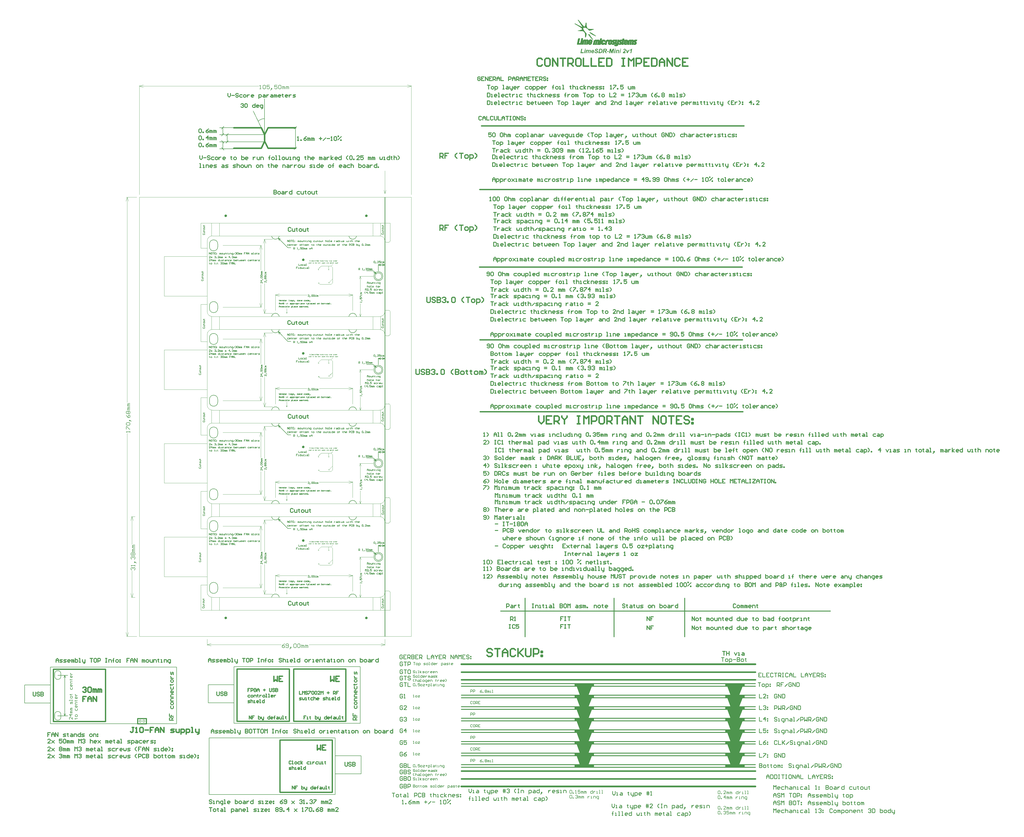
<source format=gm1>
G04*
G04 #@! TF.GenerationSoftware,Altium Limited,Altium Designer,19.1.6 (110)*
G04*
G04 Layer_Color=16711935*
%FSLAX44Y44*%
%MOMM*%
G71*
G01*
G75*
%ADD12C,0.2000*%
%ADD13C,0.3000*%
%ADD53C,0.5000*%
%ADD54C,0.4000*%
%ADD55C,0.3500*%
%ADD56C,0.1500*%
%ADD57C,0.7000*%
%ADD58C,0.1000*%
%ADD59C,0.2500*%
%ADD63C,0.6000*%
%ADD124C,0.2540*%
%ADD127C,0.0254*%
%ADD203C,0.0260*%
%ADD204C,0.1524*%
G36*
X1502000Y-344750D02*
X1426250D01*
Y-335000D01*
X1502000D01*
Y-344750D01*
D02*
G37*
G36*
X1480875Y-380000D02*
X1502000D01*
Y-389750D01*
X1426250D01*
Y-380000D01*
X1447125D01*
X1434000Y-345000D01*
X1494000D01*
X1480875Y-380000D01*
D02*
G37*
G36*
Y-425000D02*
X1502000D01*
Y-434750D01*
X1426250D01*
Y-425000D01*
X1447125D01*
X1434000Y-390000D01*
X1494000D01*
X1480875Y-425000D01*
D02*
G37*
G36*
Y-470000D02*
X1502000D01*
Y-479750D01*
X1426250D01*
Y-470000D01*
X1447125D01*
X1434000Y-435000D01*
X1494000D01*
X1480875Y-470000D01*
D02*
G37*
G36*
Y-515000D02*
X1502000D01*
Y-524750D01*
X1426250D01*
Y-515000D01*
X1447125D01*
X1434000Y-480000D01*
X1494000D01*
X1480875Y-515000D01*
D02*
G37*
G36*
Y-560000D02*
X1502000D01*
Y-569750D01*
X1426250D01*
Y-560000D01*
X1447125D01*
X1434000Y-525000D01*
X1494000D01*
X1480875Y-560000D01*
D02*
G37*
G36*
Y-605000D02*
X1502000D01*
Y-614750D01*
X1426250D01*
Y-605000D01*
X1447125D01*
X1434000Y-570000D01*
X1494000D01*
X1480875Y-605000D01*
D02*
G37*
G36*
X1480875Y-650000D02*
X1502000D01*
Y-659750D01*
X1426250D01*
Y-650000D01*
X1447125D01*
X1434000Y-615000D01*
X1494000D01*
X1480875Y-650000D01*
D02*
G37*
G36*
X2065875Y-650250D02*
X2087000D01*
Y-660000D01*
X2011250D01*
Y-650250D01*
X2032125D01*
X2019000Y-615250D01*
X2079000D01*
X2065875Y-650250D01*
D02*
G37*
G36*
X2065875Y-605250D02*
X2087000D01*
Y-615000D01*
X2011250D01*
Y-605250D01*
X2032125D01*
X2019000Y-570250D01*
X2079000D01*
X2065875Y-605250D01*
D02*
G37*
G36*
Y-560250D02*
X2087000D01*
Y-570000D01*
X2011250D01*
Y-560250D01*
X2032125D01*
X2019000Y-525250D01*
X2079000D01*
X2065875Y-560250D01*
D02*
G37*
G36*
Y-515250D02*
X2087000D01*
Y-525000D01*
X2011250D01*
Y-515250D01*
X2032125D01*
X2019000Y-480250D01*
X2079000D01*
X2065875Y-515250D01*
D02*
G37*
G36*
Y-470250D02*
X2087000D01*
Y-480000D01*
X2011250D01*
Y-470250D01*
X2032125D01*
X2019000Y-435250D01*
X2079000D01*
X2065875Y-470250D01*
D02*
G37*
G36*
Y-425250D02*
X2087000D01*
Y-435000D01*
X2011250D01*
Y-425250D01*
X2032125D01*
X2019000Y-390250D01*
X2079000D01*
X2065875Y-425250D01*
D02*
G37*
G36*
Y-380250D02*
X2087000D01*
Y-390000D01*
X2011250D01*
Y-380250D01*
X2032125D01*
X2019000Y-345250D01*
X2079000D01*
X2065875Y-380250D01*
D02*
G37*
G36*
X2011250Y-335250D02*
Y-345000D01*
X2087000D01*
Y-335250D01*
X2011250D01*
D02*
G37*
G36*
X1606674Y2128929D02*
X1603426D01*
X1604052Y2131863D01*
X1607275D01*
X1606674Y2128929D01*
D02*
G37*
G36*
X1585987D02*
X1582740D01*
X1583366Y2131863D01*
X1586589D01*
X1585987Y2128929D01*
D02*
G37*
G36*
X1469663Y2128929D02*
X1466416D01*
X1467041Y2131863D01*
X1470265D01*
X1469663Y2128929D01*
D02*
G37*
G36*
X1512599Y2132152D02*
X1512840Y2132128D01*
X1513129Y2132104D01*
X1513441Y2132056D01*
X1513778Y2132007D01*
X1514524Y2131839D01*
X1514908Y2131719D01*
X1515269Y2131599D01*
X1515654Y2131430D01*
X1516015Y2131238D01*
X1516352Y2131021D01*
X1516664Y2130781D01*
X1516688Y2130757D01*
X1516736Y2130709D01*
X1516809Y2130636D01*
X1516929Y2130540D01*
X1517049Y2130396D01*
X1517194Y2130228D01*
X1517338Y2130035D01*
X1517482Y2129819D01*
X1517651Y2129554D01*
X1517819Y2129289D01*
X1517963Y2128977D01*
X1518108Y2128664D01*
X1518228Y2128303D01*
X1518324Y2127942D01*
X1518396Y2127534D01*
X1518444Y2127125D01*
X1515173Y2126980D01*
Y2127004D01*
Y2127028D01*
X1515149Y2127173D01*
X1515077Y2127389D01*
X1515005Y2127654D01*
X1514884Y2127942D01*
X1514740Y2128255D01*
X1514548Y2128544D01*
X1514283Y2128808D01*
X1514259Y2128832D01*
X1514139Y2128905D01*
X1513970Y2129025D01*
X1513730Y2129145D01*
X1513441Y2129241D01*
X1513056Y2129362D01*
X1512599Y2129434D01*
X1512094Y2129458D01*
X1511854D01*
X1511613Y2129434D01*
X1511300Y2129386D01*
X1510988Y2129337D01*
X1510651Y2129241D01*
X1510338Y2129121D01*
X1510074Y2128953D01*
X1510050Y2128929D01*
X1509977Y2128856D01*
X1509881Y2128760D01*
X1509785Y2128616D01*
X1509665Y2128423D01*
X1509568Y2128207D01*
X1509496Y2127942D01*
X1509472Y2127678D01*
Y2127654D01*
Y2127558D01*
X1509496Y2127437D01*
X1509545Y2127269D01*
X1509617Y2127077D01*
X1509713Y2126884D01*
X1509833Y2126692D01*
X1510025Y2126499D01*
X1510050Y2126475D01*
X1510146Y2126403D01*
X1510290Y2126307D01*
X1510531Y2126162D01*
X1510699Y2126066D01*
X1510867Y2125970D01*
X1511060Y2125850D01*
X1511300Y2125730D01*
X1511541Y2125609D01*
X1511830Y2125465D01*
X1512142Y2125320D01*
X1512479Y2125176D01*
X1512503Y2125152D01*
X1512599Y2125128D01*
X1512744Y2125056D01*
X1512936Y2124984D01*
X1513177Y2124863D01*
X1513441Y2124743D01*
X1514019Y2124455D01*
X1514644Y2124142D01*
X1515245Y2123805D01*
X1515534Y2123637D01*
X1515774Y2123468D01*
X1515991Y2123300D01*
X1516159Y2123156D01*
X1516183Y2123132D01*
X1516207Y2123108D01*
X1516279Y2123035D01*
X1516352Y2122963D01*
X1516544Y2122699D01*
X1516761Y2122362D01*
X1516977Y2121953D01*
X1517146Y2121448D01*
X1517290Y2120871D01*
X1517314Y2120582D01*
X1517338Y2120245D01*
Y2120221D01*
Y2120149D01*
Y2120029D01*
X1517314Y2119884D01*
X1517290Y2119692D01*
X1517242Y2119451D01*
X1517194Y2119211D01*
X1517121Y2118946D01*
X1517025Y2118658D01*
X1516905Y2118345D01*
X1516761Y2118032D01*
X1516592Y2117720D01*
X1516400Y2117407D01*
X1516159Y2117070D01*
X1515895Y2116781D01*
X1515582Y2116469D01*
X1515558Y2116445D01*
X1515510Y2116397D01*
X1515390Y2116324D01*
X1515269Y2116228D01*
X1515077Y2116108D01*
X1514860Y2115964D01*
X1514620Y2115843D01*
X1514307Y2115699D01*
X1513994Y2115531D01*
X1513634Y2115410D01*
X1513225Y2115266D01*
X1512792Y2115146D01*
X1512335Y2115050D01*
X1511830Y2114977D01*
X1511300Y2114929D01*
X1510723Y2114905D01*
X1510362D01*
X1510170Y2114929D01*
X1509953Y2114953D01*
X1509713D01*
X1509448Y2115002D01*
X1508871Y2115074D01*
X1508246Y2115194D01*
X1507596Y2115362D01*
X1506995Y2115603D01*
X1506971D01*
X1506923Y2115627D01*
X1506850Y2115675D01*
X1506730Y2115747D01*
X1506466Y2115892D01*
X1506129Y2116132D01*
X1505768Y2116397D01*
X1505407Y2116757D01*
X1505070Y2117142D01*
X1504782Y2117599D01*
Y2117623D01*
X1504758Y2117647D01*
X1504734Y2117720D01*
X1504686Y2117840D01*
X1504637Y2117960D01*
X1504589Y2118104D01*
X1504469Y2118465D01*
X1504349Y2118898D01*
X1504253Y2119403D01*
X1504205Y2119957D01*
X1504180Y2120558D01*
X1507452Y2120750D01*
Y2120726D01*
Y2120678D01*
Y2120606D01*
X1507476Y2120510D01*
X1507500Y2120221D01*
X1507548Y2119908D01*
X1507596Y2119548D01*
X1507692Y2119187D01*
X1507813Y2118874D01*
X1507981Y2118634D01*
X1508029Y2118586D01*
X1508125Y2118489D01*
X1508318Y2118369D01*
X1508606Y2118201D01*
X1508775Y2118129D01*
X1508991Y2118032D01*
X1509208Y2117960D01*
X1509472Y2117912D01*
X1509737Y2117840D01*
X1510050Y2117816D01*
X1510386Y2117768D01*
X1511012D01*
X1511156Y2117792D01*
X1511324D01*
X1511685Y2117840D01*
X1512070Y2117912D01*
X1512479Y2118032D01*
X1512864Y2118177D01*
X1513177Y2118369D01*
X1513201Y2118393D01*
X1513297Y2118465D01*
X1513417Y2118609D01*
X1513561Y2118778D01*
X1513706Y2118994D01*
X1513826Y2119235D01*
X1513922Y2119500D01*
X1513946Y2119812D01*
Y2119836D01*
Y2119933D01*
X1513922Y2120077D01*
X1513874Y2120245D01*
X1513802Y2120438D01*
X1513682Y2120654D01*
X1513537Y2120871D01*
X1513321Y2121063D01*
X1513297Y2121087D01*
X1513225Y2121135D01*
X1513080Y2121231D01*
X1512864Y2121352D01*
X1512720Y2121448D01*
X1512551Y2121544D01*
X1512359Y2121640D01*
X1512142Y2121736D01*
X1511878Y2121857D01*
X1511613Y2122001D01*
X1511276Y2122145D01*
X1510940Y2122290D01*
X1510916D01*
X1510843Y2122338D01*
X1510747Y2122362D01*
X1510627Y2122434D01*
X1510459Y2122506D01*
X1510266Y2122578D01*
X1509857Y2122771D01*
X1509400Y2123011D01*
X1508919Y2123228D01*
X1508486Y2123468D01*
X1508270Y2123589D01*
X1508101Y2123685D01*
X1508053Y2123709D01*
X1507957Y2123781D01*
X1507789Y2123925D01*
X1507596Y2124094D01*
X1507380Y2124286D01*
X1507139Y2124551D01*
X1506923Y2124839D01*
X1506706Y2125152D01*
X1506682Y2125200D01*
X1506634Y2125320D01*
X1506538Y2125513D01*
X1506466Y2125753D01*
X1506369Y2126066D01*
X1506273Y2126427D01*
X1506225Y2126836D01*
X1506201Y2127269D01*
Y2127293D01*
Y2127365D01*
Y2127485D01*
X1506225Y2127630D01*
X1506249Y2127798D01*
X1506273Y2128015D01*
X1506321Y2128255D01*
X1506393Y2128496D01*
X1506562Y2129049D01*
X1506706Y2129337D01*
X1506850Y2129650D01*
X1507019Y2129939D01*
X1507211Y2130228D01*
X1507452Y2130516D01*
X1507716Y2130781D01*
X1507740Y2130805D01*
X1507789Y2130853D01*
X1507885Y2130901D01*
X1508005Y2130997D01*
X1508149Y2131093D01*
X1508342Y2131214D01*
X1508582Y2131358D01*
X1508847Y2131478D01*
X1509135Y2131599D01*
X1509448Y2131743D01*
X1509809Y2131863D01*
X1510218Y2131959D01*
X1510651Y2132056D01*
X1511108Y2132128D01*
X1511589Y2132152D01*
X1512118Y2132176D01*
X1512407D01*
X1512599Y2132152D01*
D02*
G37*
G36*
X1596234Y2127534D02*
X1596523Y2127509D01*
X1596860Y2127461D01*
X1597245Y2127341D01*
X1597630Y2127197D01*
X1598014Y2126980D01*
X1598375Y2126692D01*
X1598423Y2126644D01*
X1598519Y2126547D01*
X1598640Y2126355D01*
X1598808Y2126090D01*
X1598976Y2125753D01*
X1599097Y2125369D01*
X1599193Y2124936D01*
X1599241Y2124431D01*
Y2124406D01*
Y2124310D01*
X1599217Y2124142D01*
X1599169Y2123877D01*
X1599121Y2123565D01*
X1599049Y2123132D01*
X1599001Y2122891D01*
X1598952Y2122626D01*
X1598880Y2122338D01*
X1598808Y2122025D01*
X1597341Y2115218D01*
X1594118D01*
X1595585Y2122049D01*
Y2122073D01*
X1595609Y2122121D01*
Y2122194D01*
X1595633Y2122290D01*
X1595681Y2122554D01*
X1595753Y2122843D01*
X1595801Y2123156D01*
X1595849Y2123468D01*
X1595898Y2123709D01*
X1595922Y2123805D01*
Y2123877D01*
Y2123901D01*
Y2123974D01*
X1595898Y2124094D01*
X1595874Y2124238D01*
X1595825Y2124382D01*
X1595753Y2124551D01*
X1595657Y2124719D01*
X1595537Y2124863D01*
X1595513Y2124888D01*
X1595465Y2124912D01*
X1595392Y2124984D01*
X1595272Y2125056D01*
X1595128Y2125104D01*
X1594960Y2125176D01*
X1594743Y2125200D01*
X1594503Y2125224D01*
X1594382D01*
X1594238Y2125200D01*
X1594021Y2125152D01*
X1593781Y2125080D01*
X1593516Y2124960D01*
X1593228Y2124815D01*
X1592891Y2124623D01*
X1592843Y2124599D01*
X1592746Y2124503D01*
X1592578Y2124382D01*
X1592386Y2124190D01*
X1592169Y2123974D01*
X1591929Y2123709D01*
X1591712Y2123396D01*
X1591496Y2123035D01*
X1591472Y2123011D01*
X1591424Y2122891D01*
X1591351Y2122699D01*
X1591303Y2122554D01*
X1591255Y2122410D01*
X1591207Y2122218D01*
X1591135Y2122025D01*
X1591063Y2121785D01*
X1590991Y2121520D01*
X1590918Y2121231D01*
X1590822Y2120895D01*
X1590750Y2120534D01*
X1590654Y2120149D01*
X1589620Y2115218D01*
X1586396D01*
X1588922Y2127293D01*
X1592001D01*
X1591688Y2125705D01*
X1591712D01*
X1591736Y2125753D01*
X1591881Y2125874D01*
X1592121Y2126042D01*
X1592410Y2126259D01*
X1592746Y2126475D01*
X1593107Y2126716D01*
X1593492Y2126932D01*
X1593877Y2127125D01*
X1593925Y2127149D01*
X1594046Y2127197D01*
X1594262Y2127269D01*
X1594527Y2127341D01*
X1594839Y2127413D01*
X1595200Y2127485D01*
X1595585Y2127534D01*
X1595994Y2127558D01*
X1596138D01*
X1596234Y2127534D01*
D02*
G37*
G36*
X1486814Y2127509D02*
X1487126Y2127461D01*
X1487487Y2127365D01*
X1487872Y2127221D01*
X1488233Y2127028D01*
X1488546Y2126764D01*
X1488569Y2126740D01*
X1488666Y2126619D01*
X1488810Y2126451D01*
X1488954Y2126210D01*
X1489099Y2125922D01*
X1489243Y2125585D01*
X1489339Y2125176D01*
X1489363Y2124719D01*
Y2124695D01*
Y2124599D01*
X1489339Y2124431D01*
X1489315Y2124214D01*
X1489291Y2123925D01*
X1489219Y2123541D01*
X1489147Y2123083D01*
X1489027Y2122554D01*
X1487439Y2115218D01*
X1484216D01*
X1485779Y2122554D01*
Y2122578D01*
X1485803Y2122626D01*
Y2122675D01*
X1485827Y2122771D01*
X1485876Y2123011D01*
X1485924Y2123276D01*
X1485972Y2123541D01*
X1486020Y2123805D01*
X1486068Y2123998D01*
Y2124070D01*
Y2124118D01*
Y2124142D01*
Y2124214D01*
X1486044Y2124286D01*
X1486020Y2124406D01*
X1485948Y2124671D01*
X1485851Y2124791D01*
X1485755Y2124912D01*
X1485731Y2124936D01*
X1485707Y2124960D01*
X1485635Y2125008D01*
X1485539Y2125080D01*
X1485419Y2125128D01*
X1485250Y2125176D01*
X1485082Y2125200D01*
X1484865Y2125224D01*
X1484745D01*
X1484649Y2125200D01*
X1484408Y2125152D01*
X1484120Y2125056D01*
X1483783Y2124912D01*
X1483398Y2124671D01*
X1483206Y2124527D01*
X1483013Y2124358D01*
X1482845Y2124166D01*
X1482652Y2123925D01*
X1482628Y2123877D01*
X1482580Y2123829D01*
X1482532Y2123757D01*
X1482484Y2123637D01*
X1482412Y2123517D01*
X1482316Y2123348D01*
X1482243Y2123180D01*
X1482147Y2122963D01*
X1482051Y2122723D01*
X1481955Y2122458D01*
X1481859Y2122169D01*
X1481738Y2121857D01*
X1481642Y2121496D01*
X1481546Y2121111D01*
X1481450Y2120678D01*
X1480295Y2115218D01*
X1477072D01*
X1478587Y2122482D01*
Y2122506D01*
X1478611Y2122530D01*
X1478635Y2122699D01*
X1478683Y2122915D01*
X1478732Y2123156D01*
X1478780Y2123444D01*
X1478804Y2123709D01*
X1478852Y2123949D01*
Y2124118D01*
Y2124142D01*
Y2124190D01*
X1478828Y2124286D01*
X1478804Y2124406D01*
X1478707Y2124647D01*
X1478635Y2124791D01*
X1478515Y2124912D01*
X1478491Y2124936D01*
X1478467Y2124960D01*
X1478395Y2125008D01*
X1478299Y2125080D01*
X1478154Y2125128D01*
X1478010Y2125176D01*
X1477841Y2125200D01*
X1477625Y2125224D01*
X1477529D01*
X1477433Y2125200D01*
X1477288Y2125176D01*
X1477120Y2125152D01*
X1476927Y2125080D01*
X1476735Y2125008D01*
X1476519Y2124888D01*
X1476494Y2124863D01*
X1476422Y2124839D01*
X1476302Y2124767D01*
X1476182Y2124671D01*
X1476013Y2124551D01*
X1475845Y2124382D01*
X1475677Y2124214D01*
X1475508Y2124022D01*
X1475484Y2123998D01*
X1475436Y2123925D01*
X1475364Y2123805D01*
X1475268Y2123637D01*
X1475148Y2123444D01*
X1475027Y2123180D01*
X1474907Y2122915D01*
X1474787Y2122603D01*
Y2122578D01*
X1474763Y2122506D01*
X1474715Y2122386D01*
X1474666Y2122218D01*
X1474618Y2121977D01*
X1474522Y2121640D01*
X1474426Y2121255D01*
X1474378Y2121015D01*
X1474306Y2120750D01*
X1473151Y2115218D01*
X1469928D01*
X1472453Y2127293D01*
X1475508D01*
X1475220Y2125826D01*
X1475244Y2125850D01*
X1475292Y2125898D01*
X1475388Y2125994D01*
X1475532Y2126090D01*
X1475701Y2126235D01*
X1475893Y2126379D01*
X1476110Y2126523D01*
X1476374Y2126692D01*
X1476952Y2127004D01*
X1477577Y2127293D01*
X1477938Y2127389D01*
X1478275Y2127485D01*
X1478659Y2127534D01*
X1479020Y2127558D01*
X1479237D01*
X1479501Y2127534D01*
X1479790Y2127485D01*
X1480127Y2127413D01*
X1480488Y2127317D01*
X1480824Y2127173D01*
X1481113Y2126980D01*
X1481137Y2126956D01*
X1481233Y2126884D01*
X1481353Y2126740D01*
X1481522Y2126571D01*
X1481666Y2126355D01*
X1481835Y2126066D01*
X1481979Y2125778D01*
X1482075Y2125417D01*
X1482099Y2125465D01*
X1482195Y2125561D01*
X1482340Y2125730D01*
X1482532Y2125946D01*
X1482797Y2126187D01*
X1483085Y2126427D01*
X1483446Y2126692D01*
X1483855Y2126932D01*
X1483879D01*
X1483903Y2126956D01*
X1483975Y2126980D01*
X1484072Y2127028D01*
X1484288Y2127125D01*
X1484601Y2127245D01*
X1484962Y2127365D01*
X1485394Y2127461D01*
X1485827Y2127534D01*
X1486308Y2127558D01*
X1486549D01*
X1486814Y2127509D01*
D02*
G37*
G36*
X1576462Y2115218D02*
X1573359D01*
X1576246Y2129025D01*
X1570064Y2115218D01*
X1566817D01*
X1566191Y2129121D01*
X1563569Y2115218D01*
X1560466D01*
X1563930Y2131863D01*
X1568813D01*
X1569342Y2120414D01*
X1574562Y2131863D01*
X1579493D01*
X1576462Y2115218D01*
D02*
G37*
G36*
X1559071Y2119644D02*
X1552745D01*
X1553371Y2122795D01*
X1559697D01*
X1559071Y2119644D01*
D02*
G37*
G36*
X1632459Y2115218D02*
X1629669D01*
X1627264Y2127293D01*
X1630463D01*
X1631281Y2122001D01*
Y2121977D01*
X1631305Y2121905D01*
Y2121809D01*
X1631329Y2121664D01*
X1631353Y2121496D01*
X1631401Y2121279D01*
X1631473Y2120847D01*
X1631545Y2120365D01*
X1631617Y2119908D01*
X1631666Y2119500D01*
X1631690Y2119331D01*
X1631714Y2119187D01*
X1631738Y2119235D01*
X1631786Y2119307D01*
X1631858Y2119427D01*
X1631954Y2119620D01*
X1632099Y2119860D01*
X1632267Y2120197D01*
X1632387Y2120414D01*
X1632507Y2120630D01*
Y2120654D01*
X1632531Y2120678D01*
X1632628Y2120822D01*
X1632748Y2121039D01*
X1632892Y2121304D01*
X1633037Y2121568D01*
X1633181Y2121809D01*
X1633301Y2122025D01*
X1633373Y2122169D01*
X1636380Y2127293D01*
X1639892D01*
X1632459Y2115218D01*
D02*
G37*
G36*
X1646795D02*
X1643524D01*
X1645930Y2126740D01*
X1645881Y2126716D01*
X1645761Y2126620D01*
X1645545Y2126499D01*
X1645256Y2126331D01*
X1644919Y2126138D01*
X1644510Y2125946D01*
X1644053Y2125730D01*
X1643572Y2125513D01*
X1643548D01*
X1643524Y2125489D01*
X1643452Y2125465D01*
X1643356Y2125417D01*
X1643091Y2125345D01*
X1642778Y2125224D01*
X1642418Y2125104D01*
X1642009Y2124984D01*
X1641624Y2124863D01*
X1641215Y2124767D01*
X1641840Y2127678D01*
X1641864D01*
X1641888Y2127702D01*
X1642033Y2127750D01*
X1642249Y2127870D01*
X1642538Y2128015D01*
X1642875Y2128183D01*
X1643284Y2128375D01*
X1643741Y2128616D01*
X1644222Y2128905D01*
X1644727Y2129193D01*
X1645256Y2129530D01*
X1645809Y2129891D01*
X1646338Y2130252D01*
X1646868Y2130661D01*
X1647397Y2131069D01*
X1647878Y2131502D01*
X1648335Y2131959D01*
X1650307D01*
X1646795Y2115218D01*
D02*
G37*
G36*
X1621226Y2131935D02*
X1621419Y2131911D01*
X1621659Y2131887D01*
X1621900Y2131863D01*
X1622164Y2131791D01*
X1622766Y2131647D01*
X1623367Y2131430D01*
X1623680Y2131286D01*
X1623968Y2131118D01*
X1624233Y2130901D01*
X1624498Y2130685D01*
X1624522Y2130661D01*
X1624546Y2130636D01*
X1624618Y2130564D01*
X1624714Y2130468D01*
X1624810Y2130324D01*
X1624931Y2130179D01*
X1625051Y2130011D01*
X1625171Y2129819D01*
X1625412Y2129362D01*
X1625628Y2128808D01*
X1625797Y2128183D01*
X1625820Y2127846D01*
X1625845Y2127485D01*
Y2127437D01*
Y2127317D01*
X1625820Y2127125D01*
X1625797Y2126860D01*
X1625748Y2126571D01*
X1625676Y2126235D01*
X1625580Y2125874D01*
X1625436Y2125489D01*
X1625412Y2125441D01*
X1625363Y2125321D01*
X1625267Y2125128D01*
X1625123Y2124863D01*
X1624931Y2124551D01*
X1624690Y2124190D01*
X1624425Y2123805D01*
X1624089Y2123396D01*
X1624065Y2123372D01*
X1623968Y2123252D01*
X1623800Y2123084D01*
X1623560Y2122843D01*
X1623247Y2122530D01*
X1622862Y2122146D01*
X1622405Y2121712D01*
X1621876Y2121207D01*
X1621852Y2121183D01*
X1621803Y2121135D01*
X1621731Y2121087D01*
X1621635Y2120991D01*
X1621371Y2120750D01*
X1621058Y2120438D01*
X1620721Y2120125D01*
X1620384Y2119812D01*
X1620096Y2119524D01*
X1619855Y2119283D01*
X1619831Y2119259D01*
X1619783Y2119187D01*
X1619687Y2119091D01*
X1619566Y2118970D01*
X1619422Y2118802D01*
X1619278Y2118610D01*
X1618941Y2118201D01*
X1624714D01*
X1624089Y2115218D01*
X1613986D01*
Y2115242D01*
Y2115266D01*
X1614010Y2115338D01*
Y2115435D01*
X1614058Y2115675D01*
X1614130Y2115964D01*
X1614227Y2116324D01*
X1614347Y2116709D01*
X1614491Y2117142D01*
X1614684Y2117551D01*
Y2117575D01*
X1614708Y2117599D01*
X1614780Y2117744D01*
X1614900Y2117960D01*
X1615069Y2118225D01*
X1615285Y2118537D01*
X1615526Y2118874D01*
X1615790Y2119235D01*
X1616079Y2119596D01*
X1616127Y2119644D01*
X1616247Y2119788D01*
X1616343Y2119884D01*
X1616464Y2120005D01*
X1616608Y2120173D01*
X1616776Y2120341D01*
X1616969Y2120558D01*
X1617209Y2120774D01*
X1617450Y2121039D01*
X1617738Y2121304D01*
X1618051Y2121616D01*
X1618388Y2121953D01*
X1618749Y2122314D01*
X1619158Y2122699D01*
X1619182Y2122723D01*
X1619230Y2122771D01*
X1619326Y2122843D01*
X1619422Y2122963D01*
X1619711Y2123228D01*
X1620048Y2123565D01*
X1620408Y2123925D01*
X1620769Y2124262D01*
X1621058Y2124575D01*
X1621178Y2124695D01*
X1621274Y2124791D01*
X1621298Y2124839D01*
X1621395Y2124936D01*
X1621539Y2125104D01*
X1621707Y2125321D01*
X1621900Y2125561D01*
X1622068Y2125826D01*
X1622236Y2126090D01*
X1622357Y2126331D01*
X1622381Y2126355D01*
X1622405Y2126451D01*
X1622453Y2126571D01*
X1622525Y2126716D01*
X1622573Y2126908D01*
X1622621Y2127101D01*
X1622645Y2127317D01*
X1622670Y2127509D01*
Y2127558D01*
Y2127654D01*
X1622645Y2127798D01*
X1622597Y2127991D01*
X1622549Y2128207D01*
X1622453Y2128448D01*
X1622333Y2128664D01*
X1622164Y2128880D01*
X1622140Y2128905D01*
X1622068Y2128953D01*
X1621972Y2129049D01*
X1621828Y2129145D01*
X1621635Y2129241D01*
X1621419Y2129337D01*
X1621178Y2129386D01*
X1620914Y2129410D01*
X1620793D01*
X1620649Y2129386D01*
X1620457Y2129337D01*
X1620240Y2129265D01*
X1620024Y2129145D01*
X1619783Y2129001D01*
X1619566Y2128808D01*
X1619543Y2128784D01*
X1619470Y2128688D01*
X1619374Y2128544D01*
X1619254Y2128327D01*
X1619109Y2128039D01*
X1618965Y2127678D01*
X1618821Y2127245D01*
X1618701Y2126716D01*
X1615526Y2127173D01*
Y2127197D01*
X1615550Y2127269D01*
X1615574Y2127389D01*
X1615598Y2127558D01*
X1615670Y2127750D01*
X1615718Y2127966D01*
X1615790Y2128207D01*
X1615886Y2128472D01*
X1616127Y2129049D01*
X1616440Y2129650D01*
X1616824Y2130204D01*
X1617065Y2130468D01*
X1617305Y2130709D01*
X1617330Y2130733D01*
X1617378Y2130757D01*
X1617450Y2130829D01*
X1617570Y2130901D01*
X1617690Y2130997D01*
X1617859Y2131093D01*
X1618051Y2131214D01*
X1618292Y2131334D01*
X1618532Y2131454D01*
X1618797Y2131575D01*
X1619398Y2131767D01*
X1620072Y2131911D01*
X1620457Y2131935D01*
X1620841Y2131959D01*
X1621058D01*
X1621226Y2131935D01*
D02*
G37*
G36*
X1603787Y2115218D02*
X1600564D01*
X1603090Y2127293D01*
X1606337D01*
X1603787Y2115218D01*
D02*
G37*
G36*
X1583101D02*
X1579878D01*
X1582403Y2127293D01*
X1585651D01*
X1583101Y2115218D01*
D02*
G37*
G36*
X1547549Y2131839D02*
X1547982Y2131815D01*
X1548463Y2131767D01*
X1548945Y2131695D01*
X1549426Y2131599D01*
X1549859Y2131454D01*
X1549883D01*
X1549907Y2131430D01*
X1550027Y2131382D01*
X1550219Y2131286D01*
X1550460Y2131142D01*
X1550749Y2130925D01*
X1551037Y2130685D01*
X1551302Y2130372D01*
X1551566Y2130011D01*
X1551591Y2129963D01*
X1551663Y2129819D01*
X1551783Y2129602D01*
X1551903Y2129314D01*
X1552023Y2128953D01*
X1552144Y2128520D01*
X1552216Y2128015D01*
X1552240Y2127485D01*
Y2127461D01*
Y2127389D01*
Y2127293D01*
X1552216Y2127125D01*
X1552192Y2126956D01*
X1552168Y2126740D01*
X1552144Y2126499D01*
X1552072Y2126259D01*
X1551927Y2125705D01*
X1551711Y2125104D01*
X1551566Y2124815D01*
X1551398Y2124527D01*
X1551182Y2124238D01*
X1550965Y2123974D01*
X1550941Y2123949D01*
X1550917Y2123925D01*
X1550821Y2123853D01*
X1550725Y2123757D01*
X1550580Y2123637D01*
X1550436Y2123517D01*
X1550244Y2123396D01*
X1550003Y2123252D01*
X1549762Y2123108D01*
X1549474Y2122963D01*
X1549161Y2122819D01*
X1548800Y2122675D01*
X1548439Y2122554D01*
X1548031Y2122458D01*
X1547574Y2122362D01*
X1547117Y2122290D01*
X1547141Y2122266D01*
X1547237Y2122194D01*
X1547357Y2122049D01*
X1547525Y2121881D01*
X1547694Y2121640D01*
X1547910Y2121376D01*
X1548127Y2121063D01*
X1548343Y2120726D01*
X1548367Y2120702D01*
X1548391Y2120630D01*
X1548463Y2120534D01*
X1548536Y2120365D01*
X1548656Y2120173D01*
X1548776Y2119933D01*
X1548920Y2119644D01*
X1549089Y2119307D01*
X1549281Y2118946D01*
X1549474Y2118537D01*
X1549690Y2118080D01*
X1549907Y2117575D01*
X1550147Y2117046D01*
X1550388Y2116469D01*
X1550652Y2115867D01*
X1550917Y2115218D01*
X1547237D01*
Y2115242D01*
X1547213Y2115290D01*
X1547189Y2115362D01*
X1547141Y2115483D01*
X1547092Y2115627D01*
X1547020Y2115819D01*
X1546948Y2116036D01*
X1546852Y2116300D01*
X1546732Y2116589D01*
X1546611Y2116902D01*
X1546467Y2117263D01*
X1546299Y2117647D01*
X1546130Y2118080D01*
X1545938Y2118561D01*
X1545721Y2119067D01*
X1545481Y2119596D01*
Y2119620D01*
X1545457Y2119668D01*
X1545409Y2119740D01*
X1545361Y2119860D01*
X1545216Y2120125D01*
X1545024Y2120462D01*
X1544807Y2120822D01*
X1544567Y2121183D01*
X1544278Y2121520D01*
X1544134Y2121640D01*
X1543990Y2121761D01*
X1543965Y2121785D01*
X1543893Y2121809D01*
X1543773Y2121857D01*
X1543605Y2121929D01*
X1543364Y2122001D01*
X1543076Y2122049D01*
X1542715Y2122073D01*
X1542282Y2122097D01*
X1540887D01*
X1539443Y2115218D01*
X1536052D01*
X1539539Y2131863D01*
X1547381D01*
X1547549Y2131839D01*
D02*
G37*
G36*
X1528595D02*
X1529004D01*
X1529341Y2131815D01*
X1529461D01*
X1529581Y2131791D01*
X1529629D01*
X1529750Y2131767D01*
X1529942Y2131743D01*
X1530207Y2131695D01*
X1530495Y2131647D01*
X1530808Y2131575D01*
X1531433Y2131358D01*
X1531481Y2131334D01*
X1531578Y2131310D01*
X1531722Y2131238D01*
X1531938Y2131142D01*
X1532155Y2130997D01*
X1532420Y2130853D01*
X1532660Y2130685D01*
X1532925Y2130468D01*
X1532949Y2130444D01*
X1533045Y2130372D01*
X1533165Y2130252D01*
X1533334Y2130083D01*
X1533502Y2129891D01*
X1533694Y2129650D01*
X1533887Y2129386D01*
X1534079Y2129097D01*
X1534103Y2129073D01*
X1534151Y2128953D01*
X1534248Y2128784D01*
X1534344Y2128568D01*
X1534464Y2128303D01*
X1534608Y2127991D01*
X1534729Y2127630D01*
X1534825Y2127245D01*
X1534849Y2127197D01*
X1534873Y2127052D01*
X1534921Y2126836D01*
X1534969Y2126571D01*
X1535017Y2126235D01*
X1535042Y2125826D01*
X1535090Y2125417D01*
Y2124960D01*
Y2124936D01*
Y2124839D01*
Y2124695D01*
X1535065Y2124503D01*
Y2124262D01*
X1535042Y2123998D01*
X1534993Y2123685D01*
X1534969Y2123348D01*
X1534897Y2122987D01*
X1534849Y2122603D01*
X1534657Y2121809D01*
X1534392Y2120991D01*
X1534248Y2120582D01*
X1534055Y2120173D01*
Y2120149D01*
X1534007Y2120077D01*
X1533959Y2119981D01*
X1533863Y2119836D01*
X1533767Y2119644D01*
X1533646Y2119451D01*
X1533334Y2118970D01*
X1532973Y2118441D01*
X1532516Y2117888D01*
X1532011Y2117359D01*
X1531458Y2116854D01*
X1531433D01*
X1531409Y2116806D01*
X1531337Y2116757D01*
X1531241Y2116709D01*
X1531121Y2116613D01*
X1530976Y2116541D01*
X1530616Y2116324D01*
X1530183Y2116108D01*
X1529653Y2115867D01*
X1529052Y2115651D01*
X1528379Y2115459D01*
X1528331D01*
X1528258Y2115435D01*
X1528186Y2115410D01*
X1528066D01*
X1527922Y2115386D01*
X1527753Y2115362D01*
X1527561Y2115338D01*
X1527344Y2115314D01*
X1527104Y2115290D01*
X1526839Y2115266D01*
X1526526D01*
X1526214Y2115242D01*
X1525853Y2115218D01*
X1519214Y2115218D01*
X1522702Y2131863D01*
X1528186D01*
X1528595Y2131839D01*
D02*
G37*
G36*
X1466777Y2115218D02*
X1463554D01*
X1466079Y2127293D01*
X1469326D01*
X1466777Y2115218D01*
D02*
G37*
G36*
X1453427Y2118008D02*
X1461942D01*
X1461365Y2115218D01*
X1449434D01*
X1452922Y2131863D01*
X1456337D01*
X1453427Y2118008D01*
D02*
G37*
G36*
X1498191Y2127534D02*
X1498383Y2127509D01*
X1498600Y2127485D01*
X1498840Y2127437D01*
X1499105Y2127389D01*
X1499682Y2127221D01*
X1499971Y2127125D01*
X1500260Y2126980D01*
X1500548Y2126812D01*
X1500837Y2126644D01*
X1501102Y2126427D01*
X1501366Y2126187D01*
X1501390Y2126162D01*
X1501414Y2126114D01*
X1501486Y2126042D01*
X1501583Y2125946D01*
X1501679Y2125802D01*
X1501775Y2125633D01*
X1501895Y2125417D01*
X1502040Y2125200D01*
X1502160Y2124936D01*
X1502280Y2124647D01*
X1502376Y2124334D01*
X1502473Y2123974D01*
X1502569Y2123613D01*
X1502641Y2123204D01*
X1502665Y2122795D01*
X1502689Y2122338D01*
Y2122314D01*
Y2122290D01*
Y2122145D01*
Y2121905D01*
X1502665Y2121640D01*
X1502641Y2121304D01*
X1502593Y2120943D01*
X1502449Y2120221D01*
X1494270D01*
Y2120197D01*
Y2120101D01*
X1494246Y2120005D01*
Y2119908D01*
Y2119884D01*
Y2119860D01*
Y2119716D01*
X1494294Y2119500D01*
X1494342Y2119211D01*
X1494415Y2118898D01*
X1494535Y2118586D01*
X1494703Y2118249D01*
X1494920Y2117960D01*
X1494944Y2117936D01*
X1495040Y2117840D01*
X1495184Y2117744D01*
X1495401Y2117599D01*
X1495641Y2117479D01*
X1495930Y2117359D01*
X1496267Y2117263D01*
X1496628Y2117238D01*
X1496796D01*
X1496892Y2117263D01*
X1497036Y2117287D01*
X1497205Y2117335D01*
X1497566Y2117455D01*
X1497758Y2117527D01*
X1497975Y2117647D01*
X1498191Y2117792D01*
X1498383Y2117960D01*
X1498600Y2118152D01*
X1498817Y2118369D01*
X1499009Y2118634D01*
X1499177Y2118922D01*
X1502088Y2118441D01*
Y2118417D01*
X1502040Y2118369D01*
X1501992Y2118273D01*
X1501919Y2118152D01*
X1501847Y2118008D01*
X1501727Y2117840D01*
X1501486Y2117431D01*
X1501150Y2116998D01*
X1500741Y2116565D01*
X1500284Y2116132D01*
X1499779Y2115771D01*
X1499755D01*
X1499706Y2115723D01*
X1499634Y2115699D01*
X1499538Y2115627D01*
X1499394Y2115579D01*
X1499249Y2115507D01*
X1498840Y2115338D01*
X1498383Y2115170D01*
X1497830Y2115050D01*
X1497253Y2114953D01*
X1496604Y2114905D01*
X1496363D01*
X1496195Y2114929D01*
X1495978Y2114953D01*
X1495738Y2114977D01*
X1495473Y2115025D01*
X1495184Y2115098D01*
X1494559Y2115290D01*
X1494222Y2115410D01*
X1493885Y2115555D01*
X1493573Y2115723D01*
X1493236Y2115940D01*
X1492923Y2116180D01*
X1492635Y2116445D01*
X1492611Y2116469D01*
X1492563Y2116517D01*
X1492490Y2116613D01*
X1492394Y2116733D01*
X1492274Y2116878D01*
X1492154Y2117070D01*
X1492009Y2117287D01*
X1491889Y2117527D01*
X1491745Y2117816D01*
X1491600Y2118104D01*
X1491480Y2118441D01*
X1491360Y2118802D01*
X1491264Y2119187D01*
X1491191Y2119620D01*
X1491143Y2120053D01*
X1491119Y2120510D01*
Y2120534D01*
Y2120630D01*
Y2120750D01*
X1491143Y2120919D01*
X1491167Y2121135D01*
X1491191Y2121400D01*
X1491239Y2121688D01*
X1491288Y2122001D01*
X1491456Y2122675D01*
X1491576Y2123035D01*
X1491696Y2123420D01*
X1491865Y2123805D01*
X1492033Y2124190D01*
X1492250Y2124575D01*
X1492490Y2124936D01*
X1492514Y2124960D01*
X1492587Y2125056D01*
X1492683Y2125176D01*
X1492827Y2125345D01*
X1493044Y2125537D01*
X1493260Y2125778D01*
X1493549Y2125994D01*
X1493861Y2126259D01*
X1494222Y2126499D01*
X1494631Y2126740D01*
X1495064Y2126956D01*
X1495545Y2127149D01*
X1496050Y2127317D01*
X1496604Y2127437D01*
X1497205Y2127534D01*
X1497830Y2127558D01*
X1498047D01*
X1498191Y2127534D01*
D02*
G37*
%LPC*%
G36*
X1546635Y2129073D02*
X1542354D01*
X1541416Y2124599D01*
X1543917D01*
X1544158Y2124623D01*
X1544735Y2124647D01*
X1545336Y2124671D01*
X1545938Y2124743D01*
X1546202Y2124767D01*
X1546467Y2124815D01*
X1546684Y2124863D01*
X1546876Y2124912D01*
X1546924Y2124936D01*
X1547020Y2124984D01*
X1547189Y2125056D01*
X1547405Y2125176D01*
X1547622Y2125321D01*
X1547862Y2125489D01*
X1548079Y2125705D01*
X1548295Y2125946D01*
X1548319Y2125970D01*
X1548367Y2126066D01*
X1548463Y2126211D01*
X1548560Y2126403D01*
X1548656Y2126620D01*
X1548752Y2126860D01*
X1548800Y2127149D01*
X1548824Y2127437D01*
Y2127485D01*
Y2127582D01*
X1548776Y2127750D01*
X1548728Y2127942D01*
X1548632Y2128159D01*
X1548512Y2128375D01*
X1548319Y2128592D01*
X1548079Y2128784D01*
X1548055Y2128808D01*
X1547982Y2128832D01*
X1547862Y2128880D01*
X1547670Y2128929D01*
X1547405Y2128977D01*
X1547044Y2129025D01*
X1546635Y2129073D01*
D02*
G37*
G36*
X1528066Y2129121D02*
X1525540D01*
X1523183Y2117888D01*
X1525372D01*
X1525564Y2117912D01*
X1525973D01*
X1526430Y2117936D01*
X1526863Y2117984D01*
X1527296Y2118032D01*
X1527489Y2118056D01*
X1527657Y2118104D01*
X1527705Y2118129D01*
X1527801Y2118152D01*
X1527970Y2118225D01*
X1528186Y2118297D01*
X1528427Y2118417D01*
X1528691Y2118561D01*
X1528956Y2118754D01*
X1529220Y2118970D01*
X1529245D01*
X1529269Y2119019D01*
X1529389Y2119139D01*
X1529581Y2119355D01*
X1529822Y2119620D01*
X1530110Y2119981D01*
X1530399Y2120414D01*
X1530688Y2120895D01*
X1530952Y2121424D01*
Y2121448D01*
X1530976Y2121496D01*
X1531024Y2121592D01*
X1531073Y2121688D01*
X1531121Y2121857D01*
X1531169Y2122025D01*
X1531241Y2122218D01*
X1531313Y2122458D01*
X1531361Y2122699D01*
X1531433Y2122987D01*
X1531554Y2123613D01*
X1531626Y2124310D01*
X1531650Y2125056D01*
Y2125080D01*
Y2125128D01*
Y2125224D01*
Y2125345D01*
X1531626Y2125489D01*
Y2125657D01*
X1531578Y2126066D01*
X1531506Y2126499D01*
X1531409Y2126932D01*
X1531265Y2127365D01*
X1531073Y2127726D01*
X1531049Y2127774D01*
X1530976Y2127870D01*
X1530856Y2128015D01*
X1530688Y2128207D01*
X1530471Y2128400D01*
X1530231Y2128592D01*
X1529942Y2128760D01*
X1529629Y2128905D01*
X1529605D01*
X1529509Y2128929D01*
X1529365Y2128977D01*
X1529148Y2129025D01*
X1528860Y2129049D01*
X1528499Y2129097D01*
X1528066Y2129121D01*
D02*
G37*
G36*
X1497493Y2125224D02*
X1497325D01*
X1497133Y2125176D01*
X1496892Y2125128D01*
X1496604Y2125032D01*
X1496291Y2124912D01*
X1495978Y2124719D01*
X1495665Y2124455D01*
X1495641Y2124431D01*
X1495545Y2124310D01*
X1495401Y2124142D01*
X1495232Y2123877D01*
X1495064Y2123565D01*
X1494872Y2123180D01*
X1494703Y2122747D01*
X1494583Y2122218D01*
X1499706D01*
Y2122242D01*
Y2122338D01*
Y2122434D01*
Y2122530D01*
Y2122554D01*
Y2122578D01*
Y2122651D01*
Y2122747D01*
X1499682Y2122987D01*
X1499634Y2123300D01*
X1499562Y2123613D01*
X1499442Y2123949D01*
X1499297Y2124262D01*
X1499105Y2124551D01*
X1499081Y2124575D01*
X1498985Y2124647D01*
X1498865Y2124767D01*
X1498672Y2124888D01*
X1498456Y2125008D01*
X1498167Y2125128D01*
X1497854Y2125200D01*
X1497493Y2125224D01*
D02*
G37*
%LPD*%
D12*
X-241757Y-481000D02*
G03*
X-241757Y-481000I-4243J0D01*
G01*
X-255757D02*
G03*
X-255757Y-481000I-4243J0D01*
G01*
X-567958Y-455500D02*
G03*
X-592042Y-455500I-12042J0D01*
G01*
X-592042Y-465500D02*
G03*
X-567958Y-465500I12042J0D01*
G01*
Y-297000D02*
G03*
X-592042Y-297000I-12042J0D01*
G01*
X-592042Y-307000D02*
G03*
X-567958Y-307000I12042J0D01*
G01*
X222750Y1860500D02*
G03*
X197969Y1850235I0J-35046D01*
G01*
X-556000Y-452000D02*
X-553000Y-461000D01*
X-550000Y-452000D01*
X-553000Y-303000D02*
X-550000Y-312000D01*
X-556000D02*
X-553000Y-303000D01*
Y-461000D02*
Y-303000D01*
X-581000Y-461000D02*
X-541000D01*
X-580000Y-303000D02*
X-541000D01*
X-592042Y-465500D02*
Y-455500D01*
X-592042Y-455500D01*
X-567958Y-465500D02*
Y-455500D01*
X-567958Y-455500D01*
X-567958Y-307000D02*
X-567958Y-307000D01*
X-567958Y-307000D02*
Y-297000D01*
X-592042Y-307000D02*
X-592042Y-307000D01*
X-592042Y-307000D02*
Y-297000D01*
X-608750Y-490750D02*
Y-270750D01*
Y-490750D02*
X-118750D01*
Y-270750D01*
X-608750D02*
X-118750D01*
X-708750Y-340750D02*
X-608750D01*
X-708750Y-410750D02*
Y-340750D01*
Y-410750D02*
X-608750D01*
X497250Y-766000D02*
Y-546000D01*
X7250Y-766000D02*
X497250D01*
X7250D02*
Y-546000D01*
X497250D01*
Y-616000D02*
X597250D01*
Y-686000D02*
Y-616000D01*
X497250Y-686000D02*
X597250D01*
X4250Y-409750D02*
X104250D01*
X4250D02*
Y-339750D01*
X104250D01*
Y-269750D02*
X594250D01*
Y-489750D02*
Y-269750D01*
X104250Y-489750D02*
X594250D01*
X104250D02*
Y-269750D01*
X178613Y1890894D02*
X209764Y1825000D01*
X48000Y1798000D02*
X223000D01*
X48000Y1825500D02*
X103000D01*
X60500Y1798000D02*
Y1825500D01*
X55500Y1820500D02*
X65500Y1830500D01*
X55500Y1793000D02*
X65500Y1803000D01*
X55500Y1775500D02*
X65500Y1765500D01*
X55500Y1748000D02*
X65500Y1738000D01*
X60500Y1743000D02*
Y1770500D01*
X48000Y1743000D02*
X103000D01*
X48000Y1770500D02*
X223000D01*
X73000Y1765500D02*
X83000Y1775500D01*
X73000Y1793000D02*
X83000Y1803000D01*
X78000Y1770500D02*
Y1798000D01*
X338000Y1740500D02*
X348000Y1750500D01*
X338000Y1820500D02*
X348000Y1830500D01*
X343000Y1745500D02*
Y1825500D01*
X223000Y1798000D02*
Y1938000D01*
X1983500Y-813769D02*
X1985499Y-811769D01*
X1989498D01*
X1991497Y-813769D01*
Y-821766D01*
X1989498Y-823765D01*
X1985499D01*
X1983500Y-821766D01*
Y-813769D01*
X1995496Y-823765D02*
Y-821766D01*
X1997496D01*
Y-823765D01*
X1995496D01*
X2013490D02*
X2005493D01*
X2013490Y-815768D01*
Y-813769D01*
X2011491Y-811769D01*
X2007492D01*
X2005493Y-813769D01*
X2017489Y-823765D02*
Y-815768D01*
X2019488D01*
X2021488Y-817767D01*
Y-823765D01*
Y-817767D01*
X2023487Y-815768D01*
X2025486Y-817767D01*
Y-823765D01*
X2029485D02*
Y-815768D01*
X2031485D01*
X2033484Y-817767D01*
Y-823765D01*
Y-817767D01*
X2035483Y-815768D01*
X2037482Y-817767D01*
Y-823765D01*
X2061475Y-811769D02*
Y-823765D01*
X2055477D01*
X2053477Y-821766D01*
Y-817767D01*
X2055477Y-815768D01*
X2061475D01*
X2065473D02*
Y-823765D01*
Y-819767D01*
X2067473Y-817767D01*
X2069472Y-815768D01*
X2071472D01*
X2077470Y-823765D02*
X2081468D01*
X2079469D01*
Y-815768D01*
X2077470D01*
X2087466Y-823765D02*
X2091465D01*
X2089466D01*
Y-811769D01*
X2087466D01*
X2097463Y-823765D02*
X2101462D01*
X2099462D01*
Y-811769D01*
X2097463D01*
X1983500Y-832964D02*
X1985499Y-830965D01*
X1989498D01*
X1991497Y-832964D01*
Y-840961D01*
X1989498Y-842961D01*
X1985499D01*
X1983500Y-840961D01*
Y-832964D01*
X1995496Y-842961D02*
Y-840961D01*
X1997496D01*
Y-842961D01*
X1995496D01*
X2005493Y-832964D02*
X2007492Y-830965D01*
X2011491D01*
X2013490Y-832964D01*
Y-834963D01*
X2011491Y-836963D01*
X2009492D01*
X2011491D01*
X2013490Y-838962D01*
Y-840961D01*
X2011491Y-842961D01*
X2007492D01*
X2005493Y-840961D01*
X2025486Y-830965D02*
X2017489D01*
Y-836963D01*
X2021488Y-834963D01*
X2023487D01*
X2025486Y-836963D01*
Y-840961D01*
X2023487Y-842961D01*
X2019488D01*
X2017489Y-840961D01*
X2029485Y-842961D02*
Y-834963D01*
X2031485D01*
X2033484Y-836963D01*
Y-842961D01*
Y-836963D01*
X2035483Y-834963D01*
X2037482Y-836963D01*
Y-842961D01*
X2041481D02*
Y-834963D01*
X2043481D01*
X2045480Y-836963D01*
Y-842961D01*
Y-836963D01*
X2047479Y-834963D01*
X2049479Y-836963D01*
Y-842961D01*
X2065473Y-834963D02*
Y-842961D01*
Y-838962D01*
X2067473Y-836963D01*
X2069472Y-834963D01*
X2071472D01*
X2077470Y-842961D02*
X2081468D01*
X2079469D01*
Y-834963D01*
X2077470D01*
X2087466Y-842961D02*
Y-834963D01*
X2093464D01*
X2095464Y-836963D01*
Y-842961D01*
X2103461Y-846959D02*
X2105461D01*
X2107460Y-844960D01*
Y-834963D01*
X2101462D01*
X2099462Y-836963D01*
Y-840961D01*
X2101462Y-842961D01*
X2107460D01*
X1408000Y-751768D02*
X1409999Y-749769D01*
X1413998D01*
X1415997Y-751768D01*
Y-759766D01*
X1413998Y-761765D01*
X1409999D01*
X1408000Y-759766D01*
Y-751768D01*
X1419996Y-761765D02*
Y-759766D01*
X1421996D01*
Y-761765D01*
X1419996D01*
X1429993D02*
X1433992D01*
X1431992D01*
Y-749769D01*
X1429993Y-751768D01*
X1447987Y-749769D02*
X1439990D01*
Y-755767D01*
X1443988Y-753768D01*
X1445988D01*
X1447987Y-755767D01*
Y-759766D01*
X1445988Y-761765D01*
X1441989D01*
X1439990Y-759766D01*
X1451986Y-761765D02*
Y-753768D01*
X1453985D01*
X1455984Y-755767D01*
Y-761765D01*
Y-755767D01*
X1457984Y-753768D01*
X1459983Y-755767D01*
Y-761765D01*
X1463982D02*
Y-753768D01*
X1465981D01*
X1467981Y-755767D01*
Y-761765D01*
Y-755767D01*
X1469980Y-753768D01*
X1471979Y-755767D01*
Y-761765D01*
X1495972Y-749769D02*
Y-761765D01*
X1489973D01*
X1487974Y-759766D01*
Y-755767D01*
X1489973Y-753768D01*
X1495972D01*
X1499970D02*
Y-761765D01*
Y-757767D01*
X1501970Y-755767D01*
X1503969Y-753768D01*
X1505968D01*
X1511966Y-761765D02*
X1515965D01*
X1513966D01*
Y-753768D01*
X1511966D01*
X1521963Y-761765D02*
X1525962D01*
X1523963D01*
Y-749769D01*
X1521963D01*
X1531960Y-761765D02*
X1535959D01*
X1533959D01*
Y-749769D01*
X1531960D01*
X1408000Y-770964D02*
X1409999Y-768964D01*
X1413998D01*
X1415997Y-770964D01*
Y-778961D01*
X1413998Y-780961D01*
X1409999D01*
X1408000Y-778961D01*
Y-770964D01*
X1419996Y-780961D02*
Y-778961D01*
X1421996D01*
Y-780961D01*
X1419996D01*
X1429993Y-770964D02*
X1431992Y-768964D01*
X1435991D01*
X1437990Y-770964D01*
Y-772963D01*
X1435991Y-774963D01*
X1433992D01*
X1435991D01*
X1437990Y-776962D01*
Y-778961D01*
X1435991Y-780961D01*
X1431992D01*
X1429993Y-778961D01*
X1441989Y-780961D02*
Y-772963D01*
X1443988D01*
X1445988Y-774963D01*
Y-780961D01*
Y-774963D01*
X1447987Y-772963D01*
X1449986Y-774963D01*
Y-780961D01*
X1453985D02*
Y-772963D01*
X1455984D01*
X1457984Y-774963D01*
Y-780961D01*
Y-774963D01*
X1459983Y-772963D01*
X1461983Y-774963D01*
Y-780961D01*
X1477977Y-772963D02*
Y-780961D01*
Y-776962D01*
X1479977Y-774963D01*
X1481976Y-772963D01*
X1483975D01*
X1489973Y-780961D02*
X1493972D01*
X1491973D01*
Y-772963D01*
X1489973D01*
X1499970Y-780961D02*
Y-772963D01*
X1505968D01*
X1507968Y-774963D01*
Y-780961D01*
X1515965Y-784959D02*
X1517964D01*
X1519964Y-782960D01*
Y-772963D01*
X1513966D01*
X1511966Y-774963D01*
Y-778961D01*
X1513966Y-780961D01*
X1519964D01*
X-523195Y-466003D02*
Y-474000D01*
X-531193Y-466003D01*
X-533192D01*
X-535191Y-468002D01*
Y-472001D01*
X-533192Y-474000D01*
X-523195Y-456006D02*
X-535191D01*
X-529193Y-462004D01*
Y-454007D01*
X-523195Y-450008D02*
X-531193D01*
Y-448008D01*
X-529193Y-446009D01*
X-523195D01*
X-529193D01*
X-531193Y-444010D01*
X-529193Y-442010D01*
X-523195D01*
Y-438012D02*
X-531193D01*
Y-436012D01*
X-529193Y-434013D01*
X-523195D01*
X-529193D01*
X-531193Y-432014D01*
X-529193Y-430014D01*
X-523195D01*
Y-414019D02*
Y-408021D01*
X-525195Y-406022D01*
X-527194Y-408021D01*
Y-412020D01*
X-529193Y-414019D01*
X-531193Y-412020D01*
Y-406022D01*
X-523195Y-402023D02*
Y-398025D01*
Y-400024D01*
X-535191D01*
Y-402023D01*
X-523195Y-390027D02*
Y-386029D01*
X-525195Y-384029D01*
X-529193D01*
X-531193Y-386029D01*
Y-390027D01*
X-529193Y-392026D01*
X-525195D01*
X-523195Y-390027D01*
X-533192Y-378031D02*
X-531193D01*
Y-380030D01*
Y-376032D01*
Y-378031D01*
X-525195D01*
X-523195Y-376032D01*
X-531193Y-350040D02*
Y-356038D01*
X-529193Y-358037D01*
X-525195D01*
X-523195Y-356038D01*
Y-350040D01*
Y-340043D02*
Y-344042D01*
X-525195Y-346041D01*
X-529193D01*
X-531193Y-344042D01*
Y-340043D01*
X-529193Y-338044D01*
X-527194D01*
Y-346041D01*
X-523195Y-334045D02*
X-531193D01*
Y-328047D01*
X-529193Y-326048D01*
X-523195D01*
X-533192Y-320050D02*
X-531193D01*
Y-322049D01*
Y-318050D01*
Y-320050D01*
X-525195D01*
X-523195Y-318050D01*
Y-306054D02*
Y-310053D01*
X-525195Y-312052D01*
X-529193D01*
X-531193Y-310053D01*
Y-306054D01*
X-529193Y-304055D01*
X-527194D01*
Y-312052D01*
X-531193Y-300056D02*
X-523195D01*
X-527194D01*
X-529193Y-298057D01*
X-531193Y-296058D01*
Y-294058D01*
X-513997Y-472001D02*
X-511997D01*
Y-474000D01*
Y-470001D01*
Y-472001D01*
X-505999D01*
X-504000Y-470001D01*
Y-462004D02*
Y-458005D01*
X-505999Y-456006D01*
X-509998D01*
X-511997Y-458005D01*
Y-462004D01*
X-509998Y-464003D01*
X-505999D01*
X-504000Y-462004D01*
X-511997Y-432014D02*
Y-438012D01*
X-509998Y-440011D01*
X-505999D01*
X-504000Y-438012D01*
Y-432014D01*
Y-422017D02*
Y-426016D01*
X-505999Y-428015D01*
X-509998D01*
X-511997Y-426016D01*
Y-422017D01*
X-509998Y-420017D01*
X-507999D01*
Y-428015D01*
X-504000Y-416019D02*
X-511997D01*
Y-410021D01*
X-509998Y-408021D01*
X-504000D01*
X-513997Y-402023D02*
X-511997D01*
Y-404023D01*
Y-400024D01*
Y-402023D01*
X-505999D01*
X-504000Y-400024D01*
Y-388028D02*
Y-392026D01*
X-505999Y-394026D01*
X-509998D01*
X-511997Y-392026D01*
Y-388028D01*
X-509998Y-386028D01*
X-507999D01*
Y-394026D01*
X-511997Y-382030D02*
X-504000D01*
X-507999D01*
X-509998Y-380030D01*
X-511997Y-378031D01*
Y-376032D01*
X1983500Y-753768D02*
X1985499Y-751769D01*
X1989498D01*
X1991497Y-753768D01*
Y-761766D01*
X1989498Y-763765D01*
X1985499D01*
X1983500Y-761766D01*
Y-753768D01*
X1995496Y-763765D02*
Y-761766D01*
X1997496D01*
Y-763765D01*
X1995496D01*
X2013490D02*
X2005493D01*
X2013490Y-755768D01*
Y-753768D01*
X2011491Y-751769D01*
X2007492D01*
X2005493Y-753768D01*
X2017489Y-763765D02*
Y-755768D01*
X2019488D01*
X2021488Y-757767D01*
Y-763765D01*
Y-757767D01*
X2023487Y-755768D01*
X2025486Y-757767D01*
Y-763765D01*
X2029485D02*
Y-755768D01*
X2031485D01*
X2033484Y-757767D01*
Y-763765D01*
Y-757767D01*
X2035483Y-755768D01*
X2037482Y-757767D01*
Y-763765D01*
X2061475Y-751769D02*
Y-763765D01*
X2055477D01*
X2053477Y-761766D01*
Y-757767D01*
X2055477Y-755768D01*
X2061475D01*
X2065473D02*
Y-763765D01*
Y-759767D01*
X2067473Y-757767D01*
X2069472Y-755768D01*
X2071472D01*
X2077470Y-763765D02*
X2081468D01*
X2079469D01*
Y-755768D01*
X2077470D01*
X2087466Y-763765D02*
X2091465D01*
X2089466D01*
Y-751769D01*
X2087466D01*
X2097463Y-763765D02*
X2101462D01*
X2099462D01*
Y-751769D01*
X2097463D01*
X1983500Y-772964D02*
X1985499Y-770965D01*
X1989498D01*
X1991497Y-772964D01*
Y-780961D01*
X1989498Y-782961D01*
X1985499D01*
X1983500Y-780961D01*
Y-772964D01*
X1995496Y-782961D02*
Y-780961D01*
X1997496D01*
Y-782961D01*
X1995496D01*
X2011491D02*
Y-770965D01*
X2005493Y-776963D01*
X2013490D01*
X2017489Y-782961D02*
Y-774963D01*
X2019488D01*
X2021488Y-776963D01*
Y-782961D01*
Y-776963D01*
X2023487Y-774963D01*
X2025486Y-776963D01*
Y-782961D01*
X2029485D02*
Y-774963D01*
X2031485D01*
X2033484Y-776963D01*
Y-782961D01*
Y-776963D01*
X2035483Y-774963D01*
X2037482Y-776963D01*
Y-782961D01*
X2053477Y-774963D02*
Y-782961D01*
Y-778962D01*
X2055477Y-776963D01*
X2057476Y-774963D01*
X2059475D01*
X2065473Y-782961D02*
X2069472D01*
X2067473D01*
Y-774963D01*
X2065473D01*
X2075470Y-782961D02*
Y-774963D01*
X2081468D01*
X2083468Y-776963D01*
Y-782961D01*
X2091465Y-786959D02*
X2093464D01*
X2095464Y-784960D01*
Y-774963D01*
X2089466D01*
X2087466Y-776963D01*
Y-780961D01*
X2089466Y-782961D01*
X2095464D01*
X682368Y156850D02*
G03*
X682368Y156850I-17503J0D01*
G01*
X677865D02*
G03*
X677865Y156850I-13000J0D01*
G01*
X579773Y616D02*
G03*
X550274Y868I-14773J-2616D01*
G01*
X279773Y616D02*
G03*
X250274Y868I-14773J-2616D01*
G01*
X250227Y313084D02*
G03*
X279726Y312832I14773J2616D01*
G01*
X550274D02*
G03*
X579773Y313084I14726J2868D01*
G01*
X8998Y31300D02*
G03*
X41001Y31300I16001J0D01*
G01*
Y42300D02*
G03*
X8998Y42300I-16001J0D01*
G01*
X41001Y282300D02*
G03*
X8998Y282300I-16001J0D01*
G01*
Y271300D02*
G03*
X41001Y271300I16001J0D01*
G01*
X8998Y31300D02*
Y42300D01*
X41001Y31300D02*
Y42300D01*
Y271300D02*
Y282300D01*
X8998Y271300D02*
Y282300D01*
X682368Y520550D02*
G03*
X682368Y520550I-17503J0D01*
G01*
X677865D02*
G03*
X677865Y520550I-13000J0D01*
G01*
X579773Y364316D02*
G03*
X550274Y364568I-14773J-2616D01*
G01*
X279773Y364316D02*
G03*
X250274Y364568I-14773J-2616D01*
G01*
X250227Y676785D02*
G03*
X279726Y676532I14773J2616D01*
G01*
X550274D02*
G03*
X579773Y676785I14726J2868D01*
G01*
X8998Y395000D02*
G03*
X41001Y395000I16001J0D01*
G01*
Y406000D02*
G03*
X8998Y406000I-16001J0D01*
G01*
X41001Y646000D02*
G03*
X8998Y646000I-16001J0D01*
G01*
Y635000D02*
G03*
X41001Y635000I16001J0D01*
G01*
X8998Y395000D02*
Y406000D01*
X41001Y395000D02*
Y406000D01*
Y635000D02*
Y646000D01*
X8998Y635000D02*
Y646000D01*
X682368Y884250D02*
G03*
X682368Y884250I-17503J0D01*
G01*
X677865D02*
G03*
X677865Y884250I-13000J0D01*
G01*
X579773Y728016D02*
G03*
X550274Y728268I-14773J-2616D01*
G01*
X279773Y728016D02*
G03*
X250274Y728268I-14773J-2616D01*
G01*
X250227Y1040485D02*
G03*
X279726Y1040232I14773J2616D01*
G01*
X550274D02*
G03*
X579773Y1040485I14726J2868D01*
G01*
X8998Y758700D02*
G03*
X41001Y758700I16001J0D01*
G01*
Y769700D02*
G03*
X8998Y769700I-16001J0D01*
G01*
X41001Y1009700D02*
G03*
X8998Y1009700I-16001J0D01*
G01*
Y998700D02*
G03*
X41001Y998700I16001J0D01*
G01*
X8998Y758700D02*
Y769700D01*
X41001Y758700D02*
Y769700D01*
Y998700D02*
Y1009700D01*
X8998Y998700D02*
Y1009700D01*
X682368Y1247950D02*
G03*
X682368Y1247950I-17503J0D01*
G01*
X677865D02*
G03*
X677865Y1247950I-13000J0D01*
G01*
X579773Y1091716D02*
G03*
X550274Y1091968I-14773J-2616D01*
G01*
X279773Y1091716D02*
G03*
X250274Y1091968I-14773J-2616D01*
G01*
X250227Y1404185D02*
G03*
X279726Y1403932I14773J2616D01*
G01*
X550274D02*
G03*
X579773Y1404185I14726J2868D01*
G01*
X8998Y1122400D02*
G03*
X41001Y1122400I16001J0D01*
G01*
Y1133400D02*
G03*
X8998Y1133400I-16001J0D01*
G01*
X41001Y1373400D02*
G03*
X8998Y1373400I-16001J0D01*
G01*
Y1362400D02*
G03*
X41001Y1362400I16001J0D01*
G01*
X8998Y1122400D02*
Y1133400D01*
X41001Y1122400D02*
Y1133400D01*
Y1362400D02*
Y1373400D01*
X8998Y1362400D02*
Y1373400D01*
D13*
X987375Y-660250D02*
X2128250Y-660250D01*
X987375Y-650250D02*
X2128250D01*
X987375Y-335250D02*
X2128250Y-335250D01*
X987375Y-615250D02*
X2128250Y-615250D01*
X987375Y-605250D02*
X2128250D01*
X987375Y-525250D02*
X2128250Y-525250D01*
X987375Y-515250D02*
X2128250D01*
X987375Y-570250D02*
X2128250Y-570250D01*
X987375Y-560250D02*
X2128250D01*
X987375Y-470250D02*
X2128250D01*
X987375Y-480250D02*
X2128250Y-480250D01*
X987375Y-425250D02*
X2128250D01*
X987375Y-435250D02*
X2128250Y-435250D01*
X987375Y-390250D02*
X2128250Y-390250D01*
X987375Y-380250D02*
X2128250D01*
X987375Y-345250D02*
X2128250D01*
X1139500Y-53750D02*
X2419500D01*
X1234500Y-153750D02*
Y-3750D01*
X1579500Y-153750D02*
Y-3750D01*
X1854500Y-153750D02*
Y-3750D01*
X1172500Y-105755D02*
X1177498D01*
X1174999D01*
Y-120750D01*
X1172500D01*
X1177498D01*
X1194993Y-108254D02*
X1192494Y-105755D01*
X1187495D01*
X1184996Y-108254D01*
Y-118251D01*
X1187495Y-120750D01*
X1192494D01*
X1194993Y-118251D01*
X1209988Y-105755D02*
X1199991D01*
Y-113252D01*
X1204989Y-110753D01*
X1207489D01*
X1209988Y-113252D01*
Y-118251D01*
X1207489Y-120750D01*
X1202490D01*
X1199991Y-118251D01*
X4750Y-251752D02*
Y-241755D01*
X9748Y-236756D01*
X14747Y-241755D01*
Y-251752D01*
Y-244254D01*
X4750D01*
X19745Y-251752D02*
X27243D01*
X29742Y-249252D01*
X27243Y-246753D01*
X22244D01*
X19745Y-244254D01*
X22244Y-241755D01*
X29742D01*
X34740Y-251752D02*
X42238D01*
X44737Y-249252D01*
X42238Y-246753D01*
X37239D01*
X34740Y-244254D01*
X37239Y-241755D01*
X44737D01*
X57233Y-251752D02*
X52235D01*
X49735Y-249252D01*
Y-244254D01*
X52235Y-241755D01*
X57233D01*
X59732Y-244254D01*
Y-246753D01*
X49735D01*
X64731Y-251752D02*
Y-241755D01*
X67230D01*
X69729Y-244254D01*
Y-251752D01*
Y-244254D01*
X72228Y-241755D01*
X74727Y-244254D01*
Y-251752D01*
X79726Y-236756D02*
Y-251752D01*
X87223D01*
X89722Y-249252D01*
Y-246753D01*
Y-244254D01*
X87223Y-241755D01*
X79726D01*
X94721Y-251752D02*
X99719D01*
X97220D01*
Y-236756D01*
X94721D01*
X107217Y-241755D02*
Y-249252D01*
X109716Y-251752D01*
X117214D01*
Y-254251D01*
X114714Y-256750D01*
X112215D01*
X117214Y-251752D02*
Y-241755D01*
X137207Y-236756D02*
X147204D01*
X142205D01*
Y-251752D01*
X159700Y-236756D02*
X154701D01*
X152202Y-239256D01*
Y-249252D01*
X154701Y-251752D01*
X159700D01*
X162199Y-249252D01*
Y-239256D01*
X159700Y-236756D01*
X167197Y-251752D02*
Y-236756D01*
X174695D01*
X177194Y-239256D01*
Y-244254D01*
X174695Y-246753D01*
X167197D01*
X197188Y-236756D02*
X202186D01*
X199687D01*
Y-251752D01*
X197188D01*
X202186D01*
X209684D02*
Y-241755D01*
X217181D01*
X219680Y-244254D01*
Y-251752D01*
X227178D02*
Y-239256D01*
Y-244254D01*
X224679D01*
X229677D01*
X227178D01*
Y-239256D01*
X229677Y-236756D01*
X239674Y-251752D02*
X244672D01*
X247171Y-249252D01*
Y-244254D01*
X244672Y-241755D01*
X239674D01*
X237175Y-244254D01*
Y-249252D01*
X239674Y-251752D01*
X252170Y-241755D02*
X254669D01*
Y-244254D01*
X252170D01*
Y-241755D01*
Y-249252D02*
X254669D01*
Y-251752D01*
X252170D01*
Y-249252D01*
X289658Y-239256D02*
X287159Y-236756D01*
X282160D01*
X279661Y-239256D01*
Y-241755D01*
X282160Y-244254D01*
X287159D01*
X289658Y-246753D01*
Y-249252D01*
X287159Y-251752D01*
X282160D01*
X279661Y-249252D01*
X294656Y-236756D02*
Y-251752D01*
Y-244254D01*
X297155Y-241755D01*
X302154D01*
X304653Y-244254D01*
Y-251752D01*
X309651D02*
X314650D01*
X312150D01*
Y-241755D01*
X309651D01*
X329645Y-251752D02*
X324646D01*
X322147Y-249252D01*
Y-244254D01*
X324646Y-241755D01*
X329645D01*
X332144Y-244254D01*
Y-246753D01*
X322147D01*
X337142Y-251752D02*
X342141D01*
X339642D01*
Y-236756D01*
X337142D01*
X359635D02*
Y-251752D01*
X352137D01*
X349638Y-249252D01*
Y-244254D01*
X352137Y-241755D01*
X359635D01*
X382128Y-251752D02*
X387126D01*
X389625Y-249252D01*
Y-244254D01*
X387126Y-241755D01*
X382128D01*
X379629Y-244254D01*
Y-249252D01*
X382128Y-251752D01*
X394624Y-241755D02*
Y-251752D01*
Y-246753D01*
X397123Y-244254D01*
X399622Y-241755D01*
X402121D01*
X409619Y-251752D02*
X414617D01*
X412118D01*
Y-241755D01*
X409619D01*
X429613Y-251752D02*
X424614D01*
X422115Y-249252D01*
Y-244254D01*
X424614Y-241755D01*
X429613D01*
X432112Y-244254D01*
Y-246753D01*
X422115D01*
X437110Y-251752D02*
Y-241755D01*
X444608D01*
X447107Y-244254D01*
Y-251752D01*
X454604Y-239256D02*
Y-241755D01*
X452105D01*
X457104D01*
X454604D01*
Y-249252D01*
X457104Y-251752D01*
X467100Y-241755D02*
X472099D01*
X474598Y-244254D01*
Y-251752D01*
X467100D01*
X464601Y-249252D01*
X467100Y-246753D01*
X474598D01*
X482095Y-239256D02*
Y-241755D01*
X479596D01*
X484595D01*
X482095D01*
Y-249252D01*
X484595Y-251752D01*
X492092D02*
X497091D01*
X494591D01*
Y-241755D01*
X492092D01*
X507087Y-251752D02*
X512086D01*
X514585Y-249252D01*
Y-244254D01*
X512086Y-241755D01*
X507087D01*
X504588Y-244254D01*
Y-249252D01*
X507087Y-251752D01*
X519583D02*
Y-241755D01*
X527081D01*
X529580Y-244254D01*
Y-251752D01*
X552073D02*
X557071D01*
X559570Y-249252D01*
Y-244254D01*
X557071Y-241755D01*
X552073D01*
X549574Y-244254D01*
Y-249252D01*
X552073Y-251752D01*
X564569D02*
Y-241755D01*
X572066D01*
X574566Y-244254D01*
Y-251752D01*
X594559Y-236756D02*
Y-251752D01*
X602057D01*
X604556Y-249252D01*
Y-246753D01*
Y-244254D01*
X602057Y-241755D01*
X594559D01*
X612053Y-251752D02*
X617052D01*
X619551Y-249252D01*
Y-244254D01*
X617052Y-241755D01*
X612053D01*
X609554Y-244254D01*
Y-249252D01*
X612053Y-251752D01*
X627048Y-241755D02*
X632047D01*
X634546Y-244254D01*
Y-251752D01*
X627048D01*
X624549Y-249252D01*
X627048Y-246753D01*
X634546D01*
X639544Y-241755D02*
Y-251752D01*
Y-246753D01*
X642044Y-244254D01*
X644543Y-241755D01*
X647042D01*
X664536Y-236756D02*
Y-251752D01*
X657039D01*
X654540Y-249252D01*
Y-244254D01*
X657039Y-241755D01*
X664536D01*
X1882500Y-90752D02*
Y-75756D01*
X1892497Y-90752D01*
Y-75756D01*
X1899994Y-90752D02*
X1904993D01*
X1907492Y-88252D01*
Y-83254D01*
X1904993Y-80755D01*
X1899994D01*
X1897495Y-83254D01*
Y-88252D01*
X1899994Y-90752D01*
X1914989Y-78256D02*
Y-80755D01*
X1912490D01*
X1917489D01*
X1914989D01*
Y-88252D01*
X1917489Y-90752D01*
X1939981D02*
Y-80755D01*
X1942481D01*
X1944980Y-83254D01*
Y-90752D01*
Y-83254D01*
X1947479Y-80755D01*
X1949978Y-83254D01*
Y-90752D01*
X1957476D02*
X1962474D01*
X1964973Y-88252D01*
Y-83254D01*
X1962474Y-80755D01*
X1957476D01*
X1954977Y-83254D01*
Y-88252D01*
X1957476Y-90752D01*
X1969972Y-80755D02*
Y-88252D01*
X1972471Y-90752D01*
X1979968D01*
Y-80755D01*
X1984967Y-90752D02*
Y-80755D01*
X1992464D01*
X1994964Y-83254D01*
Y-90752D01*
X2002461Y-78256D02*
Y-80755D01*
X1999962D01*
X2004960D01*
X2002461D01*
Y-88252D01*
X2004960Y-90752D01*
X2019955D02*
X2014957D01*
X2012458Y-88252D01*
Y-83254D01*
X2014957Y-80755D01*
X2019955D01*
X2022455Y-83254D01*
Y-85753D01*
X2012458D01*
X2037450Y-75756D02*
Y-90752D01*
X2029952D01*
X2027453Y-88252D01*
Y-83254D01*
X2029952Y-80755D01*
X2037450D01*
X2067440Y-75756D02*
Y-90752D01*
X2059942D01*
X2057443Y-88252D01*
Y-83254D01*
X2059942Y-80755D01*
X2067440D01*
X2072439D02*
Y-88252D01*
X2074938Y-90752D01*
X2082435D01*
Y-80755D01*
X2094931Y-90752D02*
X2089933D01*
X2087434Y-88252D01*
Y-83254D01*
X2089933Y-80755D01*
X2094931D01*
X2097430Y-83254D01*
Y-85753D01*
X2087434D01*
X2119923Y-78256D02*
Y-80755D01*
X2117424D01*
X2122422D01*
X2119923D01*
Y-88252D01*
X2122422Y-90752D01*
X2132419D02*
X2137417D01*
X2139917Y-88252D01*
Y-83254D01*
X2137417Y-80755D01*
X2132419D01*
X2129920Y-83254D01*
Y-88252D01*
X2132419Y-90752D01*
X2159910Y-75756D02*
Y-90752D01*
X2167408D01*
X2169907Y-88252D01*
Y-85753D01*
Y-83254D01*
X2167408Y-80755D01*
X2159910D01*
X2177404D02*
X2182403D01*
X2184902Y-83254D01*
Y-90752D01*
X2177404D01*
X2174905Y-88252D01*
X2177404Y-85753D01*
X2184902D01*
X2199897Y-75756D02*
Y-90752D01*
X2192400D01*
X2189901Y-88252D01*
Y-83254D01*
X2192400Y-80755D01*
X2199897D01*
X2222390Y-90752D02*
Y-78256D01*
Y-83254D01*
X2219891D01*
X2224889D01*
X2222390D01*
Y-78256D01*
X2224889Y-75756D01*
X2234886Y-90752D02*
X2239884D01*
X2242384Y-88252D01*
Y-83254D01*
X2239884Y-80755D01*
X2234886D01*
X2232387Y-83254D01*
Y-88252D01*
X2234886Y-90752D01*
X2249881D02*
X2254879D01*
X2257379Y-88252D01*
Y-83254D01*
X2254879Y-80755D01*
X2249881D01*
X2247382Y-83254D01*
Y-88252D01*
X2249881Y-90752D01*
X2264876Y-78256D02*
Y-80755D01*
X2262377D01*
X2267375D01*
X2264876D01*
Y-88252D01*
X2267375Y-90752D01*
X2274873Y-95750D02*
Y-80755D01*
X2282370D01*
X2284870Y-83254D01*
Y-88252D01*
X2282370Y-90752D01*
X2274873D01*
X2289868Y-80755D02*
Y-90752D01*
Y-85753D01*
X2292367Y-83254D01*
X2294866Y-80755D01*
X2297366D01*
X2304863Y-90752D02*
X2309862D01*
X2307362D01*
Y-80755D01*
X2304863D01*
X2317359Y-90752D02*
Y-80755D01*
X2324857D01*
X2327356Y-83254D01*
Y-90752D01*
X2334854Y-78256D02*
Y-80755D01*
X2332354D01*
X2337353D01*
X2334854D01*
Y-88252D01*
X2337353Y-90752D01*
X-609003Y-526213D02*
X-619000D01*
Y-533710D01*
X-614002D01*
X-619000D01*
Y-541208D01*
X-604005D02*
Y-531211D01*
X-599007Y-526213D01*
X-594008Y-531211D01*
Y-541208D01*
Y-533710D01*
X-604005D01*
X-589010Y-541208D02*
Y-526213D01*
X-579013Y-541208D01*
Y-526213D01*
X-559019Y-541208D02*
X-551522D01*
X-549023Y-538709D01*
X-551522Y-536210D01*
X-556520D01*
X-559019Y-533710D01*
X-556520Y-531211D01*
X-549023D01*
X-541525Y-528712D02*
Y-531211D01*
X-544024D01*
X-539026D01*
X-541525D01*
Y-538709D01*
X-539026Y-541208D01*
X-529029Y-531211D02*
X-524031D01*
X-521532Y-533710D01*
Y-541208D01*
X-529029D01*
X-531528Y-538709D01*
X-529029Y-536210D01*
X-521532D01*
X-516533Y-541208D02*
Y-531211D01*
X-509036D01*
X-506536Y-533710D01*
Y-541208D01*
X-491541Y-526213D02*
Y-541208D01*
X-499039D01*
X-501538Y-538709D01*
Y-533710D01*
X-499039Y-531211D01*
X-491541D01*
X-486543Y-541208D02*
X-479045D01*
X-476546Y-538709D01*
X-479045Y-536210D01*
X-484044D01*
X-486543Y-533710D01*
X-484044Y-531211D01*
X-476546D01*
X-454053Y-541208D02*
X-449055D01*
X-446556Y-538709D01*
Y-533710D01*
X-449055Y-531211D01*
X-454053D01*
X-456553Y-533710D01*
Y-538709D01*
X-454053Y-541208D01*
X-441558D02*
Y-531211D01*
X-434060D01*
X-431561Y-533710D01*
Y-541208D01*
X-426562Y-531211D02*
X-424063D01*
Y-533710D01*
X-426562D01*
Y-531211D01*
Y-538709D02*
X-424063D01*
Y-541208D01*
X-426562D01*
Y-538709D01*
X-609003Y-566402D02*
X-619000D01*
X-609003Y-556405D01*
Y-553906D01*
X-611502Y-551407D01*
X-616501D01*
X-619000Y-553906D01*
X-604005Y-556405D02*
X-594008Y-566402D01*
X-599007Y-561404D01*
X-594008Y-556405D01*
X-604005Y-566402D01*
X-564018Y-551407D02*
X-574015D01*
Y-558904D01*
X-569016Y-556405D01*
X-566517D01*
X-564018Y-558904D01*
Y-563903D01*
X-566517Y-566402D01*
X-571515D01*
X-574015Y-563903D01*
X-559019Y-553906D02*
X-556520Y-551407D01*
X-551522D01*
X-549023Y-553906D01*
Y-563903D01*
X-551522Y-566402D01*
X-556520D01*
X-559019Y-563903D01*
Y-553906D01*
X-544024Y-566402D02*
Y-556405D01*
X-541525D01*
X-539026Y-558904D01*
Y-566402D01*
Y-558904D01*
X-536527Y-556405D01*
X-534027Y-558904D01*
Y-566402D01*
X-529029D02*
Y-556405D01*
X-526530D01*
X-524031Y-558904D01*
Y-566402D01*
Y-558904D01*
X-521532Y-556405D01*
X-519032Y-558904D01*
Y-566402D01*
X-499039D02*
Y-551407D01*
X-494040Y-556405D01*
X-489042Y-551407D01*
Y-566402D01*
X-484044Y-553906D02*
X-481544Y-551407D01*
X-476546D01*
X-474047Y-553906D01*
Y-556405D01*
X-476546Y-558904D01*
X-479045D01*
X-476546D01*
X-474047Y-561404D01*
Y-563903D01*
X-476546Y-566402D01*
X-481544D01*
X-484044Y-563903D01*
X-454053Y-551407D02*
Y-566402D01*
Y-558904D01*
X-451554Y-556405D01*
X-446556D01*
X-444057Y-558904D01*
Y-566402D01*
X-431561D02*
X-436559D01*
X-439058Y-563903D01*
Y-558904D01*
X-436559Y-556405D01*
X-431561D01*
X-429062Y-558904D01*
Y-561404D01*
X-439058D01*
X-424063Y-556405D02*
X-414066Y-566402D01*
X-419065Y-561404D01*
X-414066Y-556405D01*
X-424063Y-566402D01*
X-394073D02*
Y-556405D01*
X-391574D01*
X-389075Y-558904D01*
Y-566402D01*
Y-558904D01*
X-386575Y-556405D01*
X-384076Y-558904D01*
Y-566402D01*
X-371580D02*
X-376578D01*
X-379078Y-563903D01*
Y-558904D01*
X-376578Y-556405D01*
X-371580D01*
X-369081Y-558904D01*
Y-561404D01*
X-379078D01*
X-361583Y-553906D02*
Y-556405D01*
X-364083D01*
X-359084D01*
X-361583D01*
Y-563903D01*
X-359084Y-566402D01*
X-349087Y-556405D02*
X-344089D01*
X-341590Y-558904D01*
Y-566402D01*
X-349087D01*
X-351587Y-563903D01*
X-349087Y-561404D01*
X-341590D01*
X-336591Y-566402D02*
X-331593D01*
X-334092D01*
Y-551407D01*
X-336591D01*
X-309100Y-566402D02*
X-301603D01*
X-299104Y-563903D01*
X-301603Y-561404D01*
X-306601D01*
X-309100Y-558904D01*
X-306601Y-556405D01*
X-299104D01*
X-294105Y-571400D02*
Y-556405D01*
X-286608D01*
X-284108Y-558904D01*
Y-563903D01*
X-286608Y-566402D01*
X-294105D01*
X-276611Y-556405D02*
X-271612D01*
X-269113Y-558904D01*
Y-566402D01*
X-276611D01*
X-279110Y-563903D01*
X-276611Y-561404D01*
X-269113D01*
X-254118Y-556405D02*
X-261616D01*
X-264115Y-558904D01*
Y-563903D01*
X-261616Y-566402D01*
X-254118D01*
X-241622D02*
X-246621D01*
X-249120Y-563903D01*
Y-558904D01*
X-246621Y-556405D01*
X-241622D01*
X-239123Y-558904D01*
Y-561404D01*
X-249120D01*
X-234125Y-556405D02*
Y-566402D01*
Y-561404D01*
X-231625Y-558904D01*
X-229126Y-556405D01*
X-226627D01*
X-219130Y-566402D02*
X-211632D01*
X-209133Y-563903D01*
X-211632Y-561404D01*
X-216630D01*
X-219130Y-558904D01*
X-216630Y-556405D01*
X-209133D01*
X-204134Y-558904D02*
Y-556405D01*
X-201635D01*
Y-558904D01*
X-204134D01*
Y-563903D02*
X-201635D01*
Y-566402D01*
X-204134Y-568901D01*
X-201635Y-566402D02*
X-204134D01*
Y-563903D01*
X-609003Y-596595D02*
X-619000D01*
X-609003Y-586598D01*
Y-584099D01*
X-611502Y-581600D01*
X-616501D01*
X-619000Y-584099D01*
X-604005Y-586598D02*
X-594008Y-596595D01*
X-599007Y-591596D01*
X-594008Y-586598D01*
X-604005Y-596595D01*
X-574015Y-584099D02*
X-571515Y-581600D01*
X-566517D01*
X-564018Y-584099D01*
Y-586598D01*
X-566517Y-589097D01*
X-564018Y-591596D01*
Y-594095D01*
X-566517Y-596595D01*
X-571515D01*
X-574015Y-594095D01*
Y-591596D01*
X-571515Y-589097D01*
X-574015Y-586598D01*
Y-584099D01*
X-571515Y-589097D02*
X-566517D01*
X-559019Y-596595D02*
Y-586598D01*
X-556520D01*
X-554021Y-589097D01*
Y-596595D01*
Y-589097D01*
X-551522Y-586598D01*
X-549023Y-589097D01*
Y-596595D01*
X-544024D02*
Y-586598D01*
X-541525D01*
X-539026Y-589097D01*
Y-596595D01*
Y-589097D01*
X-536527Y-586598D01*
X-534027Y-589097D01*
Y-596595D01*
X-514034D02*
Y-581600D01*
X-509036Y-586598D01*
X-504037Y-581600D01*
Y-596595D01*
X-499039Y-584099D02*
X-496540Y-581600D01*
X-491541D01*
X-489042Y-584099D01*
Y-586598D01*
X-491541Y-589097D01*
X-494040D01*
X-491541D01*
X-489042Y-591596D01*
Y-594095D01*
X-491541Y-596595D01*
X-496540D01*
X-499039Y-594095D01*
X-469049Y-596595D02*
Y-586598D01*
X-466549D01*
X-464050Y-589097D01*
Y-596595D01*
Y-589097D01*
X-461551Y-586598D01*
X-459052Y-589097D01*
Y-596595D01*
X-446556D02*
X-451554D01*
X-454053Y-594095D01*
Y-589097D01*
X-451554Y-586598D01*
X-446556D01*
X-444057Y-589097D01*
Y-591596D01*
X-454053D01*
X-436559Y-584099D02*
Y-586598D01*
X-439058D01*
X-434060D01*
X-436559D01*
Y-594095D01*
X-434060Y-596595D01*
X-424063Y-586598D02*
X-419065D01*
X-416566Y-589097D01*
Y-596595D01*
X-424063D01*
X-426562Y-594095D01*
X-424063Y-591596D01*
X-416566D01*
X-411567Y-596595D02*
X-406569D01*
X-409068D01*
Y-581600D01*
X-411567D01*
X-384076Y-596595D02*
X-376578D01*
X-374079Y-594095D01*
X-376578Y-591596D01*
X-381577D01*
X-384076Y-589097D01*
X-381577Y-586598D01*
X-374079D01*
X-359084D02*
X-366582D01*
X-369081Y-589097D01*
Y-594095D01*
X-366582Y-596595D01*
X-359084D01*
X-354086Y-586598D02*
Y-596595D01*
Y-591596D01*
X-351587Y-589097D01*
X-349087Y-586598D01*
X-346588D01*
X-331593Y-596595D02*
X-336591D01*
X-339091Y-594095D01*
Y-589097D01*
X-336591Y-586598D01*
X-331593D01*
X-329094Y-589097D01*
Y-591596D01*
X-339091D01*
X-324095Y-586598D02*
Y-594095D01*
X-321596Y-596595D01*
X-319097Y-594095D01*
X-316598Y-596595D01*
X-314099Y-594095D01*
Y-586598D01*
X-309100Y-596595D02*
X-301603D01*
X-299104Y-594095D01*
X-301603Y-591596D01*
X-306601D01*
X-309100Y-589097D01*
X-306601Y-586598D01*
X-299104D01*
X-274112Y-596595D02*
X-279110Y-591596D01*
Y-586598D01*
X-274112Y-581600D01*
X-256617D02*
X-266614D01*
Y-589097D01*
X-261616D01*
X-266614D01*
Y-596595D01*
X-251619D02*
Y-586598D01*
X-246621Y-581600D01*
X-241622Y-586598D01*
Y-596595D01*
Y-589097D01*
X-251619D01*
X-236624Y-596595D02*
Y-581600D01*
X-226627Y-596595D01*
Y-581600D01*
X-206633Y-596595D02*
X-199136D01*
X-196637Y-594095D01*
X-199136Y-591596D01*
X-204134D01*
X-206633Y-589097D01*
X-204134Y-586598D01*
X-196637D01*
X-191638Y-596595D02*
X-186640D01*
X-189139D01*
Y-586598D01*
X-191638D01*
X-169146Y-581600D02*
Y-596595D01*
X-176643D01*
X-179142Y-594095D01*
Y-589097D01*
X-176643Y-586598D01*
X-169146D01*
X-156650Y-596595D02*
X-161648D01*
X-164147Y-594095D01*
Y-589097D01*
X-161648Y-586598D01*
X-156650D01*
X-154150Y-589097D01*
Y-591596D01*
X-164147D01*
X-149152Y-596595D02*
X-144154Y-591596D01*
Y-586598D01*
X-149152Y-581600D01*
X-136656Y-589097D02*
Y-586598D01*
X-134157D01*
Y-589097D01*
X-136656D01*
Y-594095D02*
X-134157D01*
Y-596595D01*
X-136656Y-599094D01*
X-134157Y-596595D02*
X-136656D01*
Y-594095D01*
X-609003Y-624288D02*
X-619000D01*
X-609003Y-614291D01*
Y-611792D01*
X-611502Y-609293D01*
X-616501D01*
X-619000Y-611792D01*
X-604005Y-614291D02*
X-594008Y-624288D01*
X-599007Y-619290D01*
X-594008Y-614291D01*
X-604005Y-624288D01*
X-574015Y-611792D02*
X-571515Y-609293D01*
X-566517D01*
X-564018Y-611792D01*
Y-614291D01*
X-566517Y-616790D01*
X-569016D01*
X-566517D01*
X-564018Y-619290D01*
Y-621789D01*
X-566517Y-624288D01*
X-571515D01*
X-574015Y-621789D01*
X-559019Y-624288D02*
Y-614291D01*
X-556520D01*
X-554021Y-616790D01*
Y-624288D01*
Y-616790D01*
X-551522Y-614291D01*
X-549023Y-616790D01*
Y-624288D01*
X-544024D02*
Y-614291D01*
X-541525D01*
X-539026Y-616790D01*
Y-624288D01*
Y-616790D01*
X-536527Y-614291D01*
X-534027Y-616790D01*
Y-624288D01*
X-514034D02*
Y-609293D01*
X-509036Y-614291D01*
X-504037Y-609293D01*
Y-624288D01*
X-499039Y-611792D02*
X-496540Y-609293D01*
X-491541D01*
X-489042Y-611792D01*
Y-614291D01*
X-491541Y-616790D01*
X-494040D01*
X-491541D01*
X-489042Y-619290D01*
Y-621789D01*
X-491541Y-624288D01*
X-496540D01*
X-499039Y-621789D01*
X-469049Y-624288D02*
Y-614291D01*
X-466549D01*
X-464050Y-616790D01*
Y-624288D01*
Y-616790D01*
X-461551Y-614291D01*
X-459052Y-616790D01*
Y-624288D01*
X-446556D02*
X-451554D01*
X-454053Y-621789D01*
Y-616790D01*
X-451554Y-614291D01*
X-446556D01*
X-444057Y-616790D01*
Y-619290D01*
X-454053D01*
X-436559Y-611792D02*
Y-614291D01*
X-439058D01*
X-434060D01*
X-436559D01*
Y-621789D01*
X-434060Y-624288D01*
X-424063Y-614291D02*
X-419065D01*
X-416566Y-616790D01*
Y-624288D01*
X-424063D01*
X-426562Y-621789D01*
X-424063Y-619290D01*
X-416566D01*
X-411567Y-624288D02*
X-406569D01*
X-409068D01*
Y-609293D01*
X-411567D01*
X-384076Y-624288D02*
X-376578D01*
X-374079Y-621789D01*
X-376578Y-619290D01*
X-381577D01*
X-384076Y-616790D01*
X-381577Y-614291D01*
X-374079D01*
X-359084D02*
X-366582D01*
X-369081Y-616790D01*
Y-621789D01*
X-366582Y-624288D01*
X-359084D01*
X-354086Y-614291D02*
Y-624288D01*
Y-619290D01*
X-351587Y-616790D01*
X-349087Y-614291D01*
X-346588D01*
X-331593Y-624288D02*
X-336591D01*
X-339091Y-621789D01*
Y-616790D01*
X-336591Y-614291D01*
X-331593D01*
X-329094Y-616790D01*
Y-619290D01*
X-339091D01*
X-324095Y-614291D02*
Y-621789D01*
X-321596Y-624288D01*
X-319097Y-621789D01*
X-316598Y-624288D01*
X-314099Y-621789D01*
Y-614291D01*
X-309100Y-624288D02*
X-301603D01*
X-299104Y-621789D01*
X-301603Y-619290D01*
X-306601D01*
X-309100Y-616790D01*
X-306601Y-614291D01*
X-299104D01*
X-274112Y-624288D02*
X-279110Y-619290D01*
Y-614291D01*
X-274112Y-609293D01*
X-266614Y-624288D02*
Y-609293D01*
X-259116D01*
X-256617Y-611792D01*
Y-616790D01*
X-259116Y-619290D01*
X-266614D01*
X-241622Y-611792D02*
X-244121Y-609293D01*
X-249120D01*
X-251619Y-611792D01*
Y-621789D01*
X-249120Y-624288D01*
X-244121D01*
X-241622Y-621789D01*
X-236624Y-609293D02*
Y-624288D01*
X-229126D01*
X-226627Y-621789D01*
Y-619290D01*
X-229126Y-616790D01*
X-236624D01*
X-229126D01*
X-226627Y-614291D01*
Y-611792D01*
X-229126Y-609293D01*
X-236624D01*
X-206633D02*
Y-624288D01*
X-199136D01*
X-196637Y-621789D01*
Y-619290D01*
Y-616790D01*
X-199136Y-614291D01*
X-206633D01*
X-189139Y-624288D02*
X-184141D01*
X-181642Y-621789D01*
Y-616790D01*
X-184141Y-614291D01*
X-189139D01*
X-191638Y-616790D01*
Y-621789D01*
X-189139Y-624288D01*
X-174144Y-611792D02*
Y-614291D01*
X-176643D01*
X-171645D01*
X-174144D01*
Y-621789D01*
X-171645Y-624288D01*
X-161648Y-611792D02*
Y-614291D01*
X-164147D01*
X-159149D01*
X-161648D01*
Y-621789D01*
X-159149Y-624288D01*
X-149152D02*
X-144154D01*
X-141655Y-621789D01*
Y-616790D01*
X-144154Y-614291D01*
X-149152D01*
X-151651Y-616790D01*
Y-621789D01*
X-149152Y-624288D01*
X-136656D02*
Y-614291D01*
X-134157D01*
X-131658Y-616790D01*
Y-624288D01*
Y-616790D01*
X-129159Y-614291D01*
X-126659Y-616790D01*
Y-624288D01*
X-106666D02*
X-99168D01*
X-96669Y-621789D01*
X-99168Y-619290D01*
X-104167D01*
X-106666Y-616790D01*
X-104167Y-614291D01*
X-96669D01*
X-91671Y-624288D02*
X-86672D01*
X-89172D01*
Y-614291D01*
X-91671D01*
X-69178Y-609293D02*
Y-624288D01*
X-76676D01*
X-79175Y-621789D01*
Y-616790D01*
X-76676Y-614291D01*
X-69178D01*
X-56682Y-624288D02*
X-61680D01*
X-64180Y-621789D01*
Y-616790D01*
X-61680Y-614291D01*
X-56682D01*
X-54183Y-616790D01*
Y-619290D01*
X-64180D01*
X-49184Y-624288D02*
X-44186Y-619290D01*
Y-614291D01*
X-49184Y-609293D01*
X-36688Y-616790D02*
Y-614291D01*
X-34189D01*
Y-616790D01*
X-36688D01*
Y-621789D02*
X-34189D01*
Y-624288D01*
X-36688Y-626787D01*
X-34189Y-624288D02*
X-36688D01*
Y-621789D01*
X1086750Y972040D02*
X1089249Y969541D01*
X1094248D01*
X1096747Y972040D01*
Y982037D01*
X1094248Y984536D01*
X1089249D01*
X1086750Y982037D01*
Y979538D01*
X1089249Y977039D01*
X1096747D01*
X1101745Y982037D02*
X1104244Y984536D01*
X1109243D01*
X1111742Y982037D01*
Y972040D01*
X1109243Y969541D01*
X1104244D01*
X1101745Y972040D01*
Y982037D01*
X1139233Y984536D02*
X1134235D01*
X1131736Y982037D01*
Y972040D01*
X1134235Y969541D01*
X1139233D01*
X1141732Y972040D01*
Y982037D01*
X1139233Y984536D01*
X1146731D02*
Y969541D01*
Y977039D01*
X1149230Y979538D01*
X1154228D01*
X1156727Y977039D01*
Y969541D01*
X1161726D02*
Y979538D01*
X1164225D01*
X1166724Y977039D01*
Y969541D01*
Y977039D01*
X1169223Y979538D01*
X1171722Y977039D01*
Y969541D01*
X1201713Y979538D02*
X1194215D01*
X1191716Y977039D01*
Y972040D01*
X1194215Y969541D01*
X1201713D01*
X1209210D02*
X1214209D01*
X1216708Y972040D01*
Y977039D01*
X1214209Y979538D01*
X1209210D01*
X1206711Y977039D01*
Y972040D01*
X1209210Y969541D01*
X1221706Y979538D02*
Y972040D01*
X1224205Y969541D01*
X1231703D01*
Y979538D01*
X1236702Y964543D02*
Y979538D01*
X1244199D01*
X1246698Y977039D01*
Y972040D01*
X1244199Y969541D01*
X1236702D01*
X1251697D02*
X1256695D01*
X1254196D01*
Y984536D01*
X1251697D01*
X1271690Y969541D02*
X1266692D01*
X1264193Y972040D01*
Y977039D01*
X1266692Y979538D01*
X1271690D01*
X1274189Y977039D01*
Y974540D01*
X1264193D01*
X1289185Y984536D02*
Y969541D01*
X1281687D01*
X1279188Y972040D01*
Y977039D01*
X1281687Y979538D01*
X1289185D01*
X1309178Y969541D02*
Y979538D01*
X1311677D01*
X1314176Y977039D01*
Y969541D01*
Y977039D01*
X1316676Y979538D01*
X1319175Y977039D01*
Y969541D01*
X1324173D02*
X1329171D01*
X1326672D01*
Y979538D01*
X1324173D01*
X1346666D02*
X1339168D01*
X1336669Y977039D01*
Y972040D01*
X1339168Y969541D01*
X1346666D01*
X1351664Y979538D02*
Y969541D01*
Y974540D01*
X1354163Y977039D01*
X1356663Y979538D01*
X1359162D01*
X1369159Y969541D02*
X1374157D01*
X1376656Y972040D01*
Y977039D01*
X1374157Y979538D01*
X1369159D01*
X1366659Y977039D01*
Y972040D01*
X1369159Y969541D01*
X1381655D02*
X1389152D01*
X1391651Y972040D01*
X1389152Y974540D01*
X1384154D01*
X1381655Y977039D01*
X1384154Y979538D01*
X1391651D01*
X1399149Y982037D02*
Y979538D01*
X1396650D01*
X1401648D01*
X1399149D01*
Y972040D01*
X1401648Y969541D01*
X1409146Y979538D02*
Y969541D01*
Y974540D01*
X1411645Y977039D01*
X1414144Y979538D01*
X1416643D01*
X1424141Y969541D02*
X1429139D01*
X1426640D01*
Y979538D01*
X1424141D01*
X1436637Y964543D02*
Y979538D01*
X1444134D01*
X1446633Y977039D01*
Y972040D01*
X1444134Y969541D01*
X1436637D01*
X1466627D02*
X1471625D01*
X1469126D01*
Y984536D01*
X1466627D01*
X1479123Y969541D02*
X1484121D01*
X1481622D01*
Y979538D01*
X1479123D01*
X1491619Y969541D02*
Y979538D01*
X1499117D01*
X1501616Y977039D01*
Y969541D01*
X1514112D02*
X1509113D01*
X1506614Y972040D01*
Y977039D01*
X1509113Y979538D01*
X1514112D01*
X1516611Y977039D01*
Y974540D01*
X1506614D01*
X1541603Y969541D02*
X1536604Y974540D01*
Y979538D01*
X1541603Y984536D01*
X1549100D02*
Y969541D01*
X1556598D01*
X1559097Y972040D01*
Y974540D01*
X1556598Y977039D01*
X1549100D01*
X1556598D01*
X1559097Y979538D01*
Y982037D01*
X1556598Y984536D01*
X1549100D01*
X1566595Y969541D02*
X1571593D01*
X1574092Y972040D01*
Y977039D01*
X1571593Y979538D01*
X1566595D01*
X1564095Y977039D01*
Y972040D01*
X1566595Y969541D01*
X1581590Y982037D02*
Y979538D01*
X1579091D01*
X1584089D01*
X1581590D01*
Y972040D01*
X1584089Y969541D01*
X1594086Y982037D02*
Y979538D01*
X1591587D01*
X1596585D01*
X1594086D01*
Y972040D01*
X1596585Y969541D01*
X1606582D02*
X1611580D01*
X1614079Y972040D01*
Y977039D01*
X1611580Y979538D01*
X1606582D01*
X1604083Y977039D01*
Y972040D01*
X1606582Y969541D01*
X1619078D02*
Y979538D01*
X1621577D01*
X1624076Y977039D01*
Y969541D01*
Y977039D01*
X1626575Y979538D01*
X1629075Y977039D01*
Y969541D01*
X1649068D02*
X1654066D01*
X1651567D01*
Y984536D01*
X1649068D01*
X1664063Y979538D02*
X1669061D01*
X1671561Y977039D01*
Y969541D01*
X1664063D01*
X1661564Y972040D01*
X1664063Y974540D01*
X1671561D01*
X1676559Y979538D02*
Y972040D01*
X1679058Y969541D01*
X1686556D01*
Y967042D01*
X1684057Y964543D01*
X1681557D01*
X1686556Y969541D02*
Y979538D01*
X1699052Y969541D02*
X1694053D01*
X1691554Y972040D01*
Y977039D01*
X1694053Y979538D01*
X1699052D01*
X1701551Y977039D01*
Y974540D01*
X1691554D01*
X1706549Y979538D02*
Y969541D01*
Y974540D01*
X1709049Y977039D01*
X1711548Y979538D01*
X1714047D01*
X1724044Y967042D02*
X1726543Y969541D01*
Y972040D01*
X1724044D01*
Y969541D01*
X1726543D01*
X1724044Y967042D01*
X1721544Y964543D01*
X1751535Y979538D02*
Y972040D01*
X1754034Y969541D01*
X1756533Y972040D01*
X1759032Y969541D01*
X1761532Y972040D01*
Y979538D01*
X1766530Y969541D02*
X1771528D01*
X1769029D01*
Y979538D01*
X1766530D01*
X1781525Y982037D02*
Y979538D01*
X1779026D01*
X1784024D01*
X1781525D01*
Y972040D01*
X1784024Y969541D01*
X1791522Y984536D02*
Y969541D01*
Y977039D01*
X1794021Y979538D01*
X1799019D01*
X1801519Y977039D01*
Y969541D01*
X1809016D02*
X1814015D01*
X1816514Y972040D01*
Y977039D01*
X1814015Y979538D01*
X1809016D01*
X1806517Y977039D01*
Y972040D01*
X1809016Y969541D01*
X1821512Y979538D02*
Y972040D01*
X1824011Y969541D01*
X1831509D01*
Y979538D01*
X1839007Y982037D02*
Y979538D01*
X1836507D01*
X1841506D01*
X1839007D01*
Y972040D01*
X1841506Y969541D01*
X1873995Y982037D02*
X1871496Y984536D01*
X1866498D01*
X1863998Y982037D01*
Y972040D01*
X1866498Y969541D01*
X1871496D01*
X1873995Y972040D01*
Y977039D01*
X1868997D01*
X1878994Y969541D02*
Y984536D01*
X1888990Y969541D01*
Y984536D01*
X1893989D02*
Y969541D01*
X1901486D01*
X1903985Y972040D01*
Y982037D01*
X1901486Y984536D01*
X1893989D01*
X1908984Y969541D02*
X1913982Y974540D01*
Y979538D01*
X1908984Y984536D01*
X1946472Y979538D02*
X1938974D01*
X1936475Y977039D01*
Y972040D01*
X1938974Y969541D01*
X1946472D01*
X1951470Y984536D02*
Y969541D01*
Y977039D01*
X1953969Y979538D01*
X1958968D01*
X1961467Y977039D01*
Y969541D01*
X1968964Y979538D02*
X1973963D01*
X1976462Y977039D01*
Y969541D01*
X1968964D01*
X1966465Y972040D01*
X1968964Y974540D01*
X1976462D01*
X1981460Y979538D02*
Y969541D01*
Y974540D01*
X1983960Y977039D01*
X1986459Y979538D01*
X1988958D01*
X1998955D02*
X2003953D01*
X2006452Y977039D01*
Y969541D01*
X1998955D01*
X1996456Y972040D01*
X1998955Y974540D01*
X2006452D01*
X2021447Y979538D02*
X2013950D01*
X2011451Y977039D01*
Y972040D01*
X2013950Y969541D01*
X2021447D01*
X2028945Y982037D02*
Y979538D01*
X2026446D01*
X2031444D01*
X2028945D01*
Y972040D01*
X2031444Y969541D01*
X2046439D02*
X2041441D01*
X2038942Y972040D01*
Y977039D01*
X2041441Y979538D01*
X2046439D01*
X2048938Y977039D01*
Y974540D01*
X2038942D01*
X2053937Y979538D02*
Y969541D01*
Y974540D01*
X2056436Y977039D01*
X2058935Y979538D01*
X2061434D01*
X2068932Y969541D02*
X2073931D01*
X2071431D01*
Y979538D01*
X2068932D01*
X2081428Y969541D02*
X2088926D01*
X2091425Y972040D01*
X2088926Y974540D01*
X2083927D01*
X2081428Y977039D01*
X2083927Y979538D01*
X2091425D01*
X2098922Y982037D02*
Y979538D01*
X2096423D01*
X2101422D01*
X2098922D01*
Y972040D01*
X2101422Y969541D01*
X2108919D02*
X2113918D01*
X2111418D01*
Y979538D01*
X2108919D01*
X2131412D02*
X2123914D01*
X2121415Y977039D01*
Y972040D01*
X2123914Y969541D01*
X2131412D01*
X2136410D02*
X2143908D01*
X2146407Y972040D01*
X2143908Y974540D01*
X2138909D01*
X2136410Y977039D01*
X2138909Y979538D01*
X2146407D01*
X2151405D02*
X2153905D01*
Y977039D01*
X2151405D01*
Y979538D01*
Y972040D02*
X2153905D01*
Y969541D01*
X2151405D01*
Y972040D01*
X1101745Y954344D02*
Y939349D01*
X1109243D01*
X1111742Y941848D01*
Y944347D01*
X1109243Y946846D01*
X1101745D01*
X1109243D01*
X1111742Y949345D01*
Y951845D01*
X1109243Y954344D01*
X1101745D01*
X1119240Y939349D02*
X1124238D01*
X1126737Y941848D01*
Y946846D01*
X1124238Y949345D01*
X1119240D01*
X1116740Y946846D01*
Y941848D01*
X1119240Y939349D01*
X1134235Y951845D02*
Y949345D01*
X1131736D01*
X1136734D01*
X1134235D01*
Y941848D01*
X1136734Y939349D01*
X1146731Y951845D02*
Y949345D01*
X1144231D01*
X1149230D01*
X1146731D01*
Y941848D01*
X1149230Y939349D01*
X1159227D02*
X1164225D01*
X1166724Y941848D01*
Y946846D01*
X1164225Y949345D01*
X1159227D01*
X1156727Y946846D01*
Y941848D01*
X1159227Y939349D01*
X1171722D02*
Y949345D01*
X1174222D01*
X1176721Y946846D01*
Y939349D01*
Y946846D01*
X1179220Y949345D01*
X1181719Y946846D01*
Y939349D01*
X1201713D02*
X1206711D01*
X1204212D01*
Y954344D01*
X1201713D01*
X1216708Y949345D02*
X1221706D01*
X1224205Y946846D01*
Y939349D01*
X1216708D01*
X1214209Y941848D01*
X1216708Y944347D01*
X1224205D01*
X1229204Y949345D02*
Y941848D01*
X1231703Y939349D01*
X1239201D01*
Y936849D01*
X1236702Y934350D01*
X1234202D01*
X1239201Y939349D02*
Y949345D01*
X1251697Y939349D02*
X1246698D01*
X1244199Y941848D01*
Y946846D01*
X1246698Y949345D01*
X1251697D01*
X1254196Y946846D01*
Y944347D01*
X1244199D01*
X1259194Y949345D02*
Y939349D01*
Y944347D01*
X1261693Y946846D01*
X1264193Y949345D01*
X1266692D01*
X1299181D02*
X1291684D01*
X1289185Y946846D01*
Y941848D01*
X1291684Y939349D01*
X1299181D01*
X1306679D02*
X1311677D01*
X1314176Y941848D01*
Y946846D01*
X1311677Y949345D01*
X1306679D01*
X1304180Y946846D01*
Y941848D01*
X1306679Y939349D01*
X1319175Y934350D02*
Y949345D01*
X1326672D01*
X1329171Y946846D01*
Y941848D01*
X1326672Y939349D01*
X1319175D01*
X1334170Y934350D02*
Y949345D01*
X1341667D01*
X1344167Y946846D01*
Y941848D01*
X1341667Y939349D01*
X1334170D01*
X1356663D02*
X1351664D01*
X1349165Y941848D01*
Y946846D01*
X1351664Y949345D01*
X1356663D01*
X1359162Y946846D01*
Y944347D01*
X1349165D01*
X1364160Y949345D02*
Y939349D01*
Y944347D01*
X1366659Y946846D01*
X1369159Y949345D01*
X1371658D01*
X1396650Y939349D02*
Y951845D01*
Y946846D01*
X1394151D01*
X1399149D01*
X1396650D01*
Y951845D01*
X1399149Y954344D01*
X1409146Y939349D02*
X1414144D01*
X1416643Y941848D01*
Y946846D01*
X1414144Y949345D01*
X1409146D01*
X1406647Y946846D01*
Y941848D01*
X1409146Y939349D01*
X1421642D02*
X1426640D01*
X1424141D01*
Y949345D01*
X1421642D01*
X1434138Y939349D02*
X1439136D01*
X1436637D01*
Y954344D01*
X1434138D01*
X1464128Y951845D02*
Y949345D01*
X1461629D01*
X1466627D01*
X1464128D01*
Y941848D01*
X1466627Y939349D01*
X1474125Y954344D02*
Y939349D01*
Y946846D01*
X1476624Y949345D01*
X1481622D01*
X1484121Y946846D01*
Y939349D01*
X1489120D02*
X1494118D01*
X1491619D01*
Y949345D01*
X1489120D01*
X1511613D02*
X1504115D01*
X1501616Y946846D01*
Y941848D01*
X1504115Y939349D01*
X1511613D01*
X1516611D02*
Y954344D01*
Y944347D02*
X1524108Y949345D01*
X1516611Y944347D02*
X1524108Y939349D01*
X1531606D02*
Y949345D01*
X1539104D01*
X1541603Y946846D01*
Y939349D01*
X1554099D02*
X1549100D01*
X1546601Y941848D01*
Y946846D01*
X1549100Y949345D01*
X1554099D01*
X1556598Y946846D01*
Y944347D01*
X1546601D01*
X1561596Y939349D02*
X1569094D01*
X1571593Y941848D01*
X1569094Y944347D01*
X1564095D01*
X1561596Y946846D01*
X1564095Y949345D01*
X1571593D01*
X1576591Y939349D02*
X1584089D01*
X1586588Y941848D01*
X1584089Y944347D01*
X1579091D01*
X1576591Y946846D01*
X1579091Y949345D01*
X1586588D01*
X1591587D02*
X1594086D01*
Y946846D01*
X1591587D01*
Y949345D01*
Y941848D02*
X1594086D01*
Y939349D01*
X1591587D01*
Y941848D01*
X1619078Y939349D02*
X1624076D01*
X1621577D01*
Y954344D01*
X1619078Y951845D01*
X1631574Y954344D02*
X1641570D01*
Y951845D01*
X1631574Y941848D01*
Y939349D01*
X1646569D02*
Y941848D01*
X1649068D01*
Y939349D01*
X1646569D01*
X1669061Y954344D02*
X1659065D01*
Y946846D01*
X1664063Y949345D01*
X1666562D01*
X1669061Y946846D01*
Y941848D01*
X1666562Y939349D01*
X1661564D01*
X1659065Y941848D01*
X1689055Y949345D02*
Y941848D01*
X1691554Y939349D01*
X1699052D01*
Y949345D01*
X1704050Y939349D02*
Y949345D01*
X1706549D01*
X1709049Y946846D01*
Y939349D01*
Y946846D01*
X1711548Y949345D01*
X1714047Y946846D01*
Y939349D01*
X1101745Y924151D02*
X1111742D01*
X1106744D01*
Y909156D01*
X1116740Y919153D02*
Y909156D01*
Y914155D01*
X1119240Y916654D01*
X1121739Y919153D01*
X1124238D01*
X1134235D02*
X1139233D01*
X1141732Y916654D01*
Y909156D01*
X1134235D01*
X1131736Y911655D01*
X1134235Y914155D01*
X1141732D01*
X1156727Y919153D02*
X1149230D01*
X1146731Y916654D01*
Y911655D01*
X1149230Y909156D01*
X1156727D01*
X1161726D02*
Y924151D01*
Y914155D02*
X1169223Y919153D01*
X1161726Y914155D02*
X1169223Y909156D01*
X1191716Y919153D02*
Y911655D01*
X1194215Y909156D01*
X1196714Y911655D01*
X1199214Y909156D01*
X1201713Y911655D01*
Y919153D01*
X1206711Y909156D02*
X1211710D01*
X1209210D01*
Y919153D01*
X1206711D01*
X1229204Y924151D02*
Y909156D01*
X1221706D01*
X1219207Y911655D01*
Y916654D01*
X1221706Y919153D01*
X1229204D01*
X1236702Y921652D02*
Y919153D01*
X1234202D01*
X1239201D01*
X1236702D01*
Y911655D01*
X1239201Y909156D01*
X1246698Y924151D02*
Y909156D01*
Y916654D01*
X1249197Y919153D01*
X1254196D01*
X1256695Y916654D01*
Y909156D01*
X1276689Y914155D02*
X1286685D01*
X1276689Y919153D02*
X1286685D01*
X1306679Y921652D02*
X1309178Y924151D01*
X1314176D01*
X1316676Y921652D01*
Y911655D01*
X1314176Y909156D01*
X1309178D01*
X1306679Y911655D01*
Y921652D01*
X1321674Y909156D02*
Y911655D01*
X1324173D01*
Y909156D01*
X1321674D01*
X1344167D02*
X1334170D01*
X1344167Y919153D01*
Y921652D01*
X1341667Y924151D01*
X1336669D01*
X1334170Y921652D01*
X1364160Y909156D02*
Y919153D01*
X1366659D01*
X1369159Y916654D01*
Y909156D01*
Y916654D01*
X1371658Y919153D01*
X1374157Y916654D01*
Y909156D01*
X1379155D02*
Y919153D01*
X1381655D01*
X1384154Y916654D01*
Y909156D01*
Y916654D01*
X1386653Y919153D01*
X1389152Y916654D01*
Y909156D01*
X1414144D02*
X1409146Y914155D01*
Y919153D01*
X1414144Y924151D01*
X1421642D02*
X1431638D01*
Y921652D01*
X1421642Y911655D01*
Y909156D01*
X1436637D02*
Y911655D01*
X1439136D01*
Y909156D01*
X1436637D01*
X1449133Y921652D02*
X1451632Y924151D01*
X1456630D01*
X1459129Y921652D01*
Y919153D01*
X1456630Y916654D01*
X1459129Y914155D01*
Y911655D01*
X1456630Y909156D01*
X1451632D01*
X1449133Y911655D01*
Y914155D01*
X1451632Y916654D01*
X1449133Y919153D01*
Y921652D01*
X1451632Y916654D02*
X1456630D01*
X1464128Y924151D02*
X1474125D01*
Y921652D01*
X1464128Y911655D01*
Y909156D01*
X1486621D02*
Y924151D01*
X1479123Y916654D01*
X1489120D01*
X1509113Y909156D02*
Y919153D01*
X1511613D01*
X1514112Y916654D01*
Y909156D01*
Y916654D01*
X1516611Y919153D01*
X1519110Y916654D01*
Y909156D01*
X1524108D02*
X1529107D01*
X1526608D01*
Y919153D01*
X1524108D01*
X1536604Y909156D02*
X1541603D01*
X1539104D01*
Y924151D01*
X1536604D01*
X1549100Y909156D02*
X1556598D01*
X1559097Y911655D01*
X1556598Y914155D01*
X1551599D01*
X1549100Y916654D01*
X1551599Y919153D01*
X1559097D01*
X1564095Y909156D02*
X1569094Y914155D01*
Y919153D01*
X1564095Y924151D01*
X1101745Y898957D02*
X1111742D01*
X1106744D01*
Y883962D01*
X1116740Y893959D02*
Y883962D01*
Y888960D01*
X1119240Y891460D01*
X1121739Y893959D01*
X1124238D01*
X1134235D02*
X1139233D01*
X1141732Y891460D01*
Y883962D01*
X1134235D01*
X1131736Y886461D01*
X1134235Y888960D01*
X1141732D01*
X1156727Y893959D02*
X1149230D01*
X1146731Y891460D01*
Y886461D01*
X1149230Y883962D01*
X1156727D01*
X1161726D02*
Y898957D01*
Y888960D02*
X1169223Y893959D01*
X1161726Y888960D02*
X1169223Y883962D01*
X1191716D02*
X1199214D01*
X1201713Y886461D01*
X1199214Y888960D01*
X1194215D01*
X1191716Y891460D01*
X1194215Y893959D01*
X1201713D01*
X1206711Y878963D02*
Y893959D01*
X1214209D01*
X1216708Y891460D01*
Y886461D01*
X1214209Y883962D01*
X1206711D01*
X1224205Y893959D02*
X1229204D01*
X1231703Y891460D01*
Y883962D01*
X1224205D01*
X1221706Y886461D01*
X1224205Y888960D01*
X1231703D01*
X1246698Y893959D02*
X1239201D01*
X1236702Y891460D01*
Y886461D01*
X1239201Y883962D01*
X1246698D01*
X1251697D02*
X1256695D01*
X1254196D01*
Y893959D01*
X1251697D01*
X1264193Y883962D02*
Y893959D01*
X1271690D01*
X1274189Y891460D01*
Y883962D01*
X1284186Y878963D02*
X1286685D01*
X1289185Y881463D01*
Y893959D01*
X1281687D01*
X1279188Y891460D01*
Y886461D01*
X1281687Y883962D01*
X1289185D01*
X1309178Y888960D02*
X1319175D01*
X1309178Y893959D02*
X1319175D01*
X1339168Y896458D02*
X1341667Y898957D01*
X1346666D01*
X1349165Y896458D01*
Y886461D01*
X1346666Y883962D01*
X1341667D01*
X1339168Y886461D01*
Y896458D01*
X1354163Y883962D02*
Y886461D01*
X1356663D01*
Y883962D01*
X1354163D01*
X1366659D02*
X1371658D01*
X1369159D01*
Y898957D01*
X1366659Y896458D01*
X1394151Y883962D02*
Y893959D01*
X1396650D01*
X1399149Y891460D01*
Y883962D01*
Y891460D01*
X1401648Y893959D01*
X1404147Y891460D01*
Y883962D01*
X1409146D02*
Y893959D01*
X1411645D01*
X1414144Y891460D01*
Y883962D01*
Y891460D01*
X1416643Y893959D01*
X1419142Y891460D01*
Y883962D01*
X1444134D02*
X1439136Y888960D01*
Y893959D01*
X1444134Y898957D01*
X1451632Y896458D02*
X1454131Y898957D01*
X1459129D01*
X1461629Y896458D01*
Y893959D01*
X1459129Y891460D01*
X1456630D01*
X1459129D01*
X1461629Y888960D01*
Y886461D01*
X1459129Y883962D01*
X1454131D01*
X1451632Y886461D01*
X1466627Y883962D02*
Y886461D01*
X1469126D01*
Y883962D01*
X1466627D01*
X1479123Y886461D02*
X1481622Y883962D01*
X1486621D01*
X1489120Y886461D01*
Y896458D01*
X1486621Y898957D01*
X1481622D01*
X1479123Y896458D01*
Y893959D01*
X1481622Y891460D01*
X1489120D01*
X1494118Y896458D02*
X1496617Y898957D01*
X1501616D01*
X1504115Y896458D01*
Y893959D01*
X1501616Y891460D01*
X1499117D01*
X1501616D01*
X1504115Y888960D01*
Y886461D01*
X1501616Y883962D01*
X1496617D01*
X1494118Y886461D01*
X1524108Y883962D02*
Y893959D01*
X1526608D01*
X1529107Y891460D01*
Y883962D01*
Y891460D01*
X1531606Y893959D01*
X1534105Y891460D01*
Y883962D01*
X1539104D02*
X1544102D01*
X1541603D01*
Y893959D01*
X1539104D01*
X1551599Y883962D02*
X1556598D01*
X1554099D01*
Y898957D01*
X1551599D01*
X1564095Y883962D02*
X1571593D01*
X1574092Y886461D01*
X1571593Y888960D01*
X1566595D01*
X1564095Y891460D01*
X1566595Y893959D01*
X1574092D01*
X1579091Y883962D02*
X1584089Y888960D01*
Y893959D01*
X1579091Y898957D01*
X1101745Y868764D02*
X1111742D01*
X1106744D01*
Y853769D01*
X1116740Y863766D02*
Y853769D01*
Y858768D01*
X1119240Y861267D01*
X1121739Y863766D01*
X1124238D01*
X1134235D02*
X1139233D01*
X1141732Y861267D01*
Y853769D01*
X1134235D01*
X1131736Y856268D01*
X1134235Y858768D01*
X1141732D01*
X1156727Y863766D02*
X1149230D01*
X1146731Y861267D01*
Y856268D01*
X1149230Y853769D01*
X1156727D01*
X1161726D02*
Y868764D01*
Y858768D02*
X1169223Y863766D01*
X1161726Y858768D02*
X1169223Y853769D01*
X1191716Y863766D02*
Y856268D01*
X1194215Y853769D01*
X1196714Y856268D01*
X1199214Y853769D01*
X1201713Y856268D01*
Y863766D01*
X1206711Y853769D02*
X1211710D01*
X1209210D01*
Y863766D01*
X1206711D01*
X1229204Y868764D02*
Y853769D01*
X1221706D01*
X1219207Y856268D01*
Y861267D01*
X1221706Y863766D01*
X1229204D01*
X1236702Y866265D02*
Y863766D01*
X1234202D01*
X1239201D01*
X1236702D01*
Y856268D01*
X1239201Y853769D01*
X1246698Y868764D02*
Y853769D01*
Y861267D01*
X1249197Y863766D01*
X1254196D01*
X1256695Y861267D01*
Y853769D01*
X1261693D02*
X1271690Y863766D01*
X1276689Y853769D02*
X1284186D01*
X1286685Y856268D01*
X1284186Y858768D01*
X1279188D01*
X1276689Y861267D01*
X1279188Y863766D01*
X1286685D01*
X1291684Y848771D02*
Y863766D01*
X1299181D01*
X1301680Y861267D01*
Y856268D01*
X1299181Y853769D01*
X1291684D01*
X1309178Y863766D02*
X1314176D01*
X1316676Y861267D01*
Y853769D01*
X1309178D01*
X1306679Y856268D01*
X1309178Y858768D01*
X1316676D01*
X1331671Y863766D02*
X1324173D01*
X1321674Y861267D01*
Y856268D01*
X1324173Y853769D01*
X1331671D01*
X1336669D02*
X1341667D01*
X1339168D01*
Y863766D01*
X1336669D01*
X1349165Y853769D02*
Y863766D01*
X1356663D01*
X1359162Y861267D01*
Y853769D01*
X1369159Y848771D02*
X1371658D01*
X1374157Y851270D01*
Y863766D01*
X1366659D01*
X1364160Y861267D01*
Y856268D01*
X1366659Y853769D01*
X1374157D01*
X1394151Y863766D02*
Y853769D01*
Y858768D01*
X1396650Y861267D01*
X1399149Y863766D01*
X1401648D01*
X1411645D02*
X1416643D01*
X1419142Y861267D01*
Y853769D01*
X1411645D01*
X1409146Y856268D01*
X1411645Y858768D01*
X1419142D01*
X1426640Y866265D02*
Y863766D01*
X1424141D01*
X1429139D01*
X1426640D01*
Y856268D01*
X1429139Y853769D01*
X1436637D02*
X1441635D01*
X1439136D01*
Y863766D01*
X1436637D01*
X1451632Y853769D02*
X1456630D01*
X1459129Y856268D01*
Y861267D01*
X1456630Y863766D01*
X1451632D01*
X1449133Y861267D01*
Y856268D01*
X1451632Y853769D01*
X1479123Y858768D02*
X1489120D01*
X1479123Y863766D02*
X1489120D01*
X1519110Y853769D02*
X1509113D01*
X1519110Y863766D01*
Y866265D01*
X1516611Y868764D01*
X1511613D01*
X1509113Y866265D01*
X1101745Y838572D02*
Y823577D01*
X1109243D01*
X1111742Y826076D01*
Y836073D01*
X1109243Y838572D01*
X1101745D01*
X1116740Y823577D02*
X1121739D01*
X1119240D01*
Y833574D01*
X1116740D01*
X1136734Y823577D02*
X1131736D01*
X1129236Y826076D01*
Y831074D01*
X1131736Y833574D01*
X1136734D01*
X1139233Y831074D01*
Y828575D01*
X1129236D01*
X1144231Y823577D02*
X1149230D01*
X1146731D01*
Y838572D01*
X1144231D01*
X1164225Y823577D02*
X1159227D01*
X1156727Y826076D01*
Y831074D01*
X1159227Y833574D01*
X1164225D01*
X1166724Y831074D01*
Y828575D01*
X1156727D01*
X1181719Y833574D02*
X1174222D01*
X1171722Y831074D01*
Y826076D01*
X1174222Y823577D01*
X1181719D01*
X1189217Y836073D02*
Y833574D01*
X1186718D01*
X1191716D01*
X1189217D01*
Y826076D01*
X1191716Y823577D01*
X1199214Y833574D02*
Y823577D01*
Y828575D01*
X1201713Y831074D01*
X1204212Y833574D01*
X1206711D01*
X1214209Y823577D02*
X1219207D01*
X1216708D01*
Y833574D01*
X1214209D01*
X1236702D02*
X1229204D01*
X1226705Y831074D01*
Y826076D01*
X1229204Y823577D01*
X1236702D01*
X1259194Y836073D02*
Y833574D01*
X1256695D01*
X1261693D01*
X1259194D01*
Y826076D01*
X1261693Y823577D01*
X1269191Y838572D02*
Y823577D01*
Y831074D01*
X1271690Y833574D01*
X1276689D01*
X1279188Y831074D01*
Y823577D01*
X1284186D02*
X1289185D01*
X1286685D01*
Y833574D01*
X1284186D01*
X1306679D02*
X1299181D01*
X1296682Y831074D01*
Y826076D01*
X1299181Y823577D01*
X1306679D01*
X1311677D02*
Y838572D01*
Y828575D02*
X1319175Y833574D01*
X1311677Y828575D02*
X1319175Y823577D01*
X1326672D02*
Y833574D01*
X1334170D01*
X1336669Y831074D01*
Y823577D01*
X1349165D02*
X1344167D01*
X1341667Y826076D01*
Y831074D01*
X1344167Y833574D01*
X1349165D01*
X1351664Y831074D01*
Y828575D01*
X1341667D01*
X1356663Y823577D02*
X1364160D01*
X1366659Y826076D01*
X1364160Y828575D01*
X1359162D01*
X1356663Y831074D01*
X1359162Y833574D01*
X1366659D01*
X1371658Y823577D02*
X1379155D01*
X1381655Y826076D01*
X1379155Y828575D01*
X1374157D01*
X1371658Y831074D01*
X1374157Y833574D01*
X1381655D01*
X1404147Y823577D02*
Y836073D01*
Y831074D01*
X1401648D01*
X1406647D01*
X1404147D01*
Y836073D01*
X1406647Y838572D01*
X1414144Y833574D02*
Y823577D01*
Y828575D01*
X1416643Y831074D01*
X1419142Y833574D01*
X1421642D01*
X1431638Y823577D02*
X1436637D01*
X1439136Y826076D01*
Y831074D01*
X1436637Y833574D01*
X1431638D01*
X1429139Y831074D01*
Y826076D01*
X1431638Y823577D01*
X1444134D02*
Y833574D01*
X1446633D01*
X1449133Y831074D01*
Y823577D01*
Y831074D01*
X1451632Y833574D01*
X1454131Y831074D01*
Y823577D01*
X1474125Y838572D02*
Y823577D01*
X1481622D01*
X1484121Y826076D01*
Y828575D01*
X1481622Y831074D01*
X1474125D01*
X1481622D01*
X1484121Y833574D01*
Y836073D01*
X1481622Y838572D01*
X1474125D01*
X1491619Y823577D02*
X1496617D01*
X1499117Y826076D01*
Y831074D01*
X1496617Y833574D01*
X1491619D01*
X1489120Y831074D01*
Y826076D01*
X1491619Y823577D01*
X1506614Y836073D02*
Y833574D01*
X1504115D01*
X1509113D01*
X1506614D01*
Y826076D01*
X1509113Y823577D01*
X1519110Y836073D02*
Y833574D01*
X1516611D01*
X1521609D01*
X1519110D01*
Y826076D01*
X1521609Y823577D01*
X1531606D02*
X1536604D01*
X1539104Y826076D01*
Y831074D01*
X1536604Y833574D01*
X1531606D01*
X1529107Y831074D01*
Y826076D01*
X1531606Y823577D01*
X1544102D02*
Y833574D01*
X1546601D01*
X1549100Y831074D01*
Y823577D01*
Y831074D01*
X1551600Y833574D01*
X1554099Y831074D01*
Y823577D01*
X1576591Y836073D02*
Y833574D01*
X1574092D01*
X1579091D01*
X1576591D01*
Y826076D01*
X1579091Y823577D01*
X1589087D02*
X1594086D01*
X1596585Y826076D01*
Y831074D01*
X1594086Y833574D01*
X1589087D01*
X1586588Y831074D01*
Y826076D01*
X1589087Y823577D01*
X1616579Y838572D02*
X1626575D01*
Y836073D01*
X1616579Y826076D01*
Y823577D01*
X1634073Y836073D02*
Y833574D01*
X1631574D01*
X1636572D01*
X1634073D01*
Y826076D01*
X1636572Y823577D01*
X1644070Y838572D02*
Y823577D01*
Y831074D01*
X1646569Y833574D01*
X1651567D01*
X1654066Y831074D01*
Y823577D01*
X1674060D02*
X1679058D01*
X1676559D01*
Y838572D01*
X1674060D01*
X1689055Y833574D02*
X1694053D01*
X1696553Y831074D01*
Y823577D01*
X1689055D01*
X1686556Y826076D01*
X1689055Y828575D01*
X1696553D01*
X1701551Y833574D02*
Y826076D01*
X1704050Y823577D01*
X1711548D01*
Y821078D01*
X1709049Y818578D01*
X1706549D01*
X1711548Y823577D02*
Y833574D01*
X1724044Y823577D02*
X1719045D01*
X1716546Y826076D01*
Y831074D01*
X1719045Y833574D01*
X1724044D01*
X1726543Y831074D01*
Y828575D01*
X1716546D01*
X1731541Y833574D02*
Y823577D01*
Y828575D01*
X1734041Y831074D01*
X1736540Y833574D01*
X1739039D01*
X1761532Y828575D02*
X1771528D01*
X1761532Y833574D02*
X1771528D01*
X1791522Y823577D02*
X1796520D01*
X1794021D01*
Y838572D01*
X1791522Y836073D01*
X1804018Y838572D02*
X1814015D01*
Y836073D01*
X1804018Y826076D01*
Y823577D01*
X1819013Y836073D02*
X1821512Y838572D01*
X1826511D01*
X1829010Y836073D01*
Y833574D01*
X1826511Y831074D01*
X1824011D01*
X1826511D01*
X1829010Y828575D01*
Y826076D01*
X1826511Y823577D01*
X1821512D01*
X1819013Y826076D01*
X1834008Y833574D02*
Y826076D01*
X1836507Y823577D01*
X1844005D01*
Y833574D01*
X1849003Y823577D02*
Y833574D01*
X1851503D01*
X1854002Y831074D01*
Y823577D01*
Y831074D01*
X1856501Y833574D01*
X1859000Y831074D01*
Y823577D01*
X1883992D02*
X1878994Y828575D01*
Y833574D01*
X1883992Y838572D01*
X1901486D02*
X1896488Y836073D01*
X1891490Y831074D01*
Y826076D01*
X1893989Y823577D01*
X1898987D01*
X1901486Y826076D01*
Y828575D01*
X1898987Y831074D01*
X1891490D01*
X1906485Y823577D02*
Y826076D01*
X1908984D01*
Y823577D01*
X1906485D01*
X1918981Y836073D02*
X1921480Y838572D01*
X1926478D01*
X1928977Y836073D01*
Y833574D01*
X1926478Y831074D01*
X1928977Y828575D01*
Y826076D01*
X1926478Y823577D01*
X1921480D01*
X1918981Y826076D01*
Y828575D01*
X1921480Y831074D01*
X1918981Y833574D01*
Y836073D01*
X1921480Y831074D02*
X1926478D01*
X1948971Y823577D02*
Y833574D01*
X1951470D01*
X1953969Y831074D01*
Y823577D01*
Y831074D01*
X1956469Y833574D01*
X1958968Y831074D01*
Y823577D01*
X1963966D02*
X1968965D01*
X1966465D01*
Y833574D01*
X1963966D01*
X1976462Y823577D02*
X1981460D01*
X1978961D01*
Y838572D01*
X1976462D01*
X1988958Y823577D02*
X1996456D01*
X1998955Y826076D01*
X1996456Y828575D01*
X1991457D01*
X1988958Y831074D01*
X1991457Y833574D01*
X1998955D01*
X2003953Y823577D02*
X2008952Y828575D01*
Y833574D01*
X2003953Y838572D01*
X1101745Y808379D02*
Y793384D01*
X1109243D01*
X1111742Y795883D01*
Y805880D01*
X1109243Y808379D01*
X1101745D01*
X1116740Y793384D02*
X1121739D01*
X1119240D01*
Y803381D01*
X1116740D01*
X1136734Y793384D02*
X1131736D01*
X1129236Y795883D01*
Y800882D01*
X1131736Y803381D01*
X1136734D01*
X1139233Y800882D01*
Y798383D01*
X1129236D01*
X1144231Y793384D02*
X1149230D01*
X1146731D01*
Y808379D01*
X1144231D01*
X1164225Y793384D02*
X1159227D01*
X1156727Y795883D01*
Y800882D01*
X1159227Y803381D01*
X1164225D01*
X1166724Y800882D01*
Y798383D01*
X1156727D01*
X1181719Y803381D02*
X1174222D01*
X1171722Y800882D01*
Y795883D01*
X1174222Y793384D01*
X1181719D01*
X1189217Y805880D02*
Y803381D01*
X1186718D01*
X1191716D01*
X1189217D01*
Y795883D01*
X1191716Y793384D01*
X1199214Y803381D02*
Y793384D01*
Y798383D01*
X1201713Y800882D01*
X1204212Y803381D01*
X1206711D01*
X1214209Y793384D02*
X1219207D01*
X1216708D01*
Y803381D01*
X1214209D01*
X1236702D02*
X1229204D01*
X1226705Y800882D01*
Y795883D01*
X1229204Y793384D01*
X1236702D01*
X1256695Y808379D02*
Y793384D01*
X1264193D01*
X1266692Y795883D01*
Y798383D01*
Y800882D01*
X1264193Y803381D01*
X1256695D01*
X1279188Y793384D02*
X1274189D01*
X1271690Y795883D01*
Y800882D01*
X1274189Y803381D01*
X1279188D01*
X1281687Y800882D01*
Y798383D01*
X1271690D01*
X1289185Y805880D02*
Y803381D01*
X1286685D01*
X1291684D01*
X1289185D01*
Y795883D01*
X1291684Y793384D01*
X1299181Y803381D02*
Y795883D01*
X1301680Y793384D01*
X1304180Y795883D01*
X1306679Y793384D01*
X1309178Y795883D01*
Y803381D01*
X1321674Y793384D02*
X1316676D01*
X1314176Y795883D01*
Y800882D01*
X1316676Y803381D01*
X1321674D01*
X1324173Y800882D01*
Y798383D01*
X1314176D01*
X1336669Y793384D02*
X1331671D01*
X1329172Y795883D01*
Y800882D01*
X1331671Y803381D01*
X1336669D01*
X1339168Y800882D01*
Y798383D01*
X1329172D01*
X1344167Y793384D02*
Y803381D01*
X1351664D01*
X1354164Y800882D01*
Y793384D01*
X1374157Y808379D02*
Y793384D01*
X1381655D01*
X1384154Y795883D01*
Y798383D01*
X1381655Y800882D01*
X1374157D01*
X1381655D01*
X1384154Y803381D01*
Y805880D01*
X1381655Y808379D01*
X1374157D01*
X1391651Y793384D02*
X1396650D01*
X1399149Y795883D01*
Y800882D01*
X1396650Y803381D01*
X1391651D01*
X1389152Y800882D01*
Y795883D01*
X1391651Y793384D01*
X1406647Y805880D02*
Y803381D01*
X1404147D01*
X1409146D01*
X1406647D01*
Y795883D01*
X1409146Y793384D01*
X1419142Y805880D02*
Y803381D01*
X1416643D01*
X1421642D01*
X1419142D01*
Y795883D01*
X1421642Y793384D01*
X1431638D02*
X1436637D01*
X1439136Y795883D01*
Y800882D01*
X1436637Y803381D01*
X1431638D01*
X1429139Y800882D01*
Y795883D01*
X1431638Y793384D01*
X1444134D02*
Y803381D01*
X1446633D01*
X1449133Y800882D01*
Y793384D01*
Y800882D01*
X1451632Y803381D01*
X1454131Y800882D01*
Y793384D01*
X1474125D02*
X1479123D01*
X1476624D01*
Y808379D01*
X1474125D01*
X1489120Y803381D02*
X1494118D01*
X1496617Y800882D01*
Y793384D01*
X1489120D01*
X1486621Y795883D01*
X1489120Y798383D01*
X1496617D01*
X1501616Y803381D02*
Y795883D01*
X1504115Y793384D01*
X1511613D01*
Y790885D01*
X1509113Y788386D01*
X1506614D01*
X1511613Y793384D02*
Y803381D01*
X1524108Y793384D02*
X1519110D01*
X1516611Y795883D01*
Y800882D01*
X1519110Y803381D01*
X1524108D01*
X1526608Y800882D01*
Y798383D01*
X1516611D01*
X1531606Y803381D02*
Y793384D01*
Y798383D01*
X1534105Y800882D01*
X1536604Y803381D01*
X1539104D01*
X1564095D02*
X1569094D01*
X1571593Y800882D01*
Y793384D01*
X1564095D01*
X1561596Y795883D01*
X1564095Y798383D01*
X1571593D01*
X1576591Y793384D02*
Y803381D01*
X1584089D01*
X1586588Y800882D01*
Y793384D01*
X1601583Y808379D02*
Y793384D01*
X1594086D01*
X1591587Y795883D01*
Y800882D01*
X1594086Y803381D01*
X1601583D01*
X1621577Y808379D02*
X1631574D01*
Y805880D01*
X1621577Y795883D01*
Y793384D01*
X1639071Y805880D02*
Y803381D01*
X1636572D01*
X1641570D01*
X1639071D01*
Y795883D01*
X1641570Y793384D01*
X1649068Y808379D02*
Y793384D01*
Y800882D01*
X1651567Y803381D01*
X1656566D01*
X1659065Y800882D01*
Y793384D01*
X1679058D02*
X1684057D01*
X1681557D01*
Y808379D01*
X1679058D01*
X1694053Y803381D02*
X1699052D01*
X1701551Y800882D01*
Y793384D01*
X1694053D01*
X1691554Y795883D01*
X1694053Y798383D01*
X1701551D01*
X1706549Y803381D02*
Y795883D01*
X1709049Y793384D01*
X1716546D01*
Y790885D01*
X1714047Y788386D01*
X1711548D01*
X1716546Y793384D02*
Y803381D01*
X1729042Y793384D02*
X1724044D01*
X1721544Y795883D01*
Y800882D01*
X1724044Y803381D01*
X1729042D01*
X1731541Y800882D01*
Y798383D01*
X1721544D01*
X1736540Y803381D02*
Y793384D01*
Y798383D01*
X1739039Y800882D01*
X1741538Y803381D01*
X1744037D01*
X1766530D02*
Y793384D01*
Y798383D01*
X1769029Y800882D01*
X1771528Y803381D01*
X1774028D01*
X1789023Y793384D02*
X1784024D01*
X1781525Y795883D01*
Y800882D01*
X1784024Y803381D01*
X1789023D01*
X1791522Y800882D01*
Y798383D01*
X1781525D01*
X1796520Y793384D02*
X1801519D01*
X1799019D01*
Y808379D01*
X1796520D01*
X1811515Y803381D02*
X1816514D01*
X1819013Y800882D01*
Y793384D01*
X1811515D01*
X1809016Y795883D01*
X1811515Y798383D01*
X1819013D01*
X1826510Y805880D02*
Y803381D01*
X1824011D01*
X1829010D01*
X1826510D01*
Y795883D01*
X1829010Y793384D01*
X1836507D02*
X1841506D01*
X1839007D01*
Y803381D01*
X1836507D01*
X1849003D02*
X1854002Y793384D01*
X1859000Y803381D01*
X1871496Y793384D02*
X1866498D01*
X1863998Y795883D01*
Y800882D01*
X1866498Y803381D01*
X1871496D01*
X1873995Y800882D01*
Y798383D01*
X1863998D01*
X1893989Y788386D02*
Y803381D01*
X1901486D01*
X1903985Y800882D01*
Y795883D01*
X1901486Y793384D01*
X1893989D01*
X1916481D02*
X1911483D01*
X1908984Y795883D01*
Y800882D01*
X1911483Y803381D01*
X1916481D01*
X1918981Y800882D01*
Y798383D01*
X1908984D01*
X1923979Y803381D02*
Y793384D01*
Y798383D01*
X1926478Y800882D01*
X1928977Y803381D01*
X1931477D01*
X1938974Y793384D02*
Y803381D01*
X1941473D01*
X1943972Y800882D01*
Y793384D01*
Y800882D01*
X1946472Y803381D01*
X1948971Y800882D01*
Y793384D01*
X1953969D02*
X1958968D01*
X1956469D01*
Y803381D01*
X1953969D01*
X1968964Y805880D02*
Y803381D01*
X1966465D01*
X1971464D01*
X1968964D01*
Y795883D01*
X1971464Y793384D01*
X1981460Y805880D02*
Y803381D01*
X1978961D01*
X1983960D01*
X1981460D01*
Y795883D01*
X1983960Y793384D01*
X1991457D02*
X1996456D01*
X1993956D01*
Y803381D01*
X1991457D01*
X2003953D02*
X2008952Y793384D01*
X2013950Y803381D01*
X2018948Y793384D02*
X2023947D01*
X2021447D01*
Y803381D01*
X2018948D01*
X2033943Y805880D02*
Y803381D01*
X2031444D01*
X2036443D01*
X2033943D01*
Y795883D01*
X2036443Y793384D01*
X2043940Y803381D02*
Y795883D01*
X2046439Y793384D01*
X2053937D01*
Y790885D01*
X2051438Y788386D01*
X2048939D01*
X2053937Y793384D02*
Y803381D01*
X2078929Y793384D02*
X2073931Y798383D01*
Y803381D01*
X2078929Y808379D01*
X2096423D02*
X2086427D01*
Y793384D01*
X2096423D01*
X2086427Y800882D02*
X2091425D01*
X2101422Y803381D02*
Y793384D01*
Y798383D01*
X2103921Y800882D01*
X2106420Y803381D01*
X2108919D01*
X2116417Y793384D02*
X2121415Y798383D01*
Y803381D01*
X2116417Y808379D01*
X2128913Y803381D02*
X2131412D01*
Y800882D01*
X2128913D01*
Y803381D01*
Y795883D02*
X2131412D01*
Y793384D01*
X2128913D01*
Y795883D01*
X2163901Y793384D02*
Y808379D01*
X2156404Y800882D01*
X2166401D01*
X2171399Y793384D02*
Y795883D01*
X2173898D01*
Y793384D01*
X2171399D01*
X2193892D02*
X2183895D01*
X2193892Y803381D01*
Y805880D01*
X2191393Y808379D01*
X2186394D01*
X2183895Y805880D01*
X1101745Y735498D02*
Y745495D01*
X1106744Y750493D01*
X1111742Y745495D01*
Y735498D01*
Y742996D01*
X1101745D01*
X1116740Y730500D02*
Y745495D01*
X1124238D01*
X1126737Y742996D01*
Y737998D01*
X1124238Y735498D01*
X1116740D01*
X1131736Y730500D02*
Y745495D01*
X1139233D01*
X1141732Y742996D01*
Y737998D01*
X1139233Y735498D01*
X1131736D01*
X1146731Y745495D02*
Y735498D01*
Y740497D01*
X1149230Y742996D01*
X1151729Y745495D01*
X1154228D01*
X1164225Y735498D02*
X1169223D01*
X1171722Y737998D01*
Y742996D01*
X1169223Y745495D01*
X1164225D01*
X1161726Y742996D01*
Y737998D01*
X1164225Y735498D01*
X1176721Y745495D02*
X1186718Y735498D01*
X1181719Y740497D01*
X1186718Y745495D01*
X1176721Y735498D01*
X1191716D02*
X1196714D01*
X1194215D01*
Y745495D01*
X1191716D01*
X1204212Y735498D02*
Y745495D01*
X1206711D01*
X1209210Y742996D01*
Y735498D01*
Y742996D01*
X1211710Y745495D01*
X1214209Y742996D01*
Y735498D01*
X1221706Y745495D02*
X1226705D01*
X1229204Y742996D01*
Y735498D01*
X1221706D01*
X1219207Y737998D01*
X1221706Y740497D01*
X1229204D01*
X1236702Y747994D02*
Y745495D01*
X1234202D01*
X1239201D01*
X1236702D01*
Y737998D01*
X1239201Y735498D01*
X1254196D02*
X1249197D01*
X1246698Y737998D01*
Y742996D01*
X1249197Y745495D01*
X1254196D01*
X1256695Y742996D01*
Y740497D01*
X1246698D01*
X1286685Y745495D02*
X1279188D01*
X1276689Y742996D01*
Y737998D01*
X1279188Y735498D01*
X1286685D01*
X1294183D02*
X1299181D01*
X1301680Y737998D01*
Y742996D01*
X1299181Y745495D01*
X1294183D01*
X1291684Y742996D01*
Y737998D01*
X1294183Y735498D01*
X1306679Y745495D02*
Y737998D01*
X1309178Y735498D01*
X1316676D01*
Y745495D01*
X1321674Y730500D02*
Y745495D01*
X1329171D01*
X1331671Y742996D01*
Y737998D01*
X1329171Y735498D01*
X1321674D01*
X1336669D02*
X1341667D01*
X1339168D01*
Y750493D01*
X1336669D01*
X1356663Y735498D02*
X1351664D01*
X1349165Y737998D01*
Y742996D01*
X1351664Y745495D01*
X1356663D01*
X1359162Y742996D01*
Y740497D01*
X1349165D01*
X1374157Y750493D02*
Y735498D01*
X1366659D01*
X1364160Y737998D01*
Y742996D01*
X1366659Y745495D01*
X1374157D01*
X1394151Y735498D02*
Y745495D01*
X1396650D01*
X1399149Y742996D01*
Y735498D01*
Y742996D01*
X1401648Y745495D01*
X1404147Y742996D01*
Y735498D01*
X1409146D02*
X1414144D01*
X1411645D01*
Y745495D01*
X1409146D01*
X1431638D02*
X1424141D01*
X1421642Y742996D01*
Y737998D01*
X1424141Y735498D01*
X1431638D01*
X1436637Y745495D02*
Y735498D01*
Y740497D01*
X1439136Y742996D01*
X1441635Y745495D01*
X1444134D01*
X1454131Y735498D02*
X1459129D01*
X1461629Y737998D01*
Y742996D01*
X1459129Y745495D01*
X1454131D01*
X1451632Y742996D01*
Y737998D01*
X1454131Y735498D01*
X1466627D02*
X1474125D01*
X1476624Y737998D01*
X1474125Y740497D01*
X1469126D01*
X1466627Y742996D01*
X1469126Y745495D01*
X1476624D01*
X1484121Y747994D02*
Y745495D01*
X1481622D01*
X1486621D01*
X1484121D01*
Y737998D01*
X1486621Y735498D01*
X1494118Y745495D02*
Y735498D01*
Y740497D01*
X1496617Y742996D01*
X1499117Y745495D01*
X1501616D01*
X1509113Y735498D02*
X1514112D01*
X1511613D01*
Y745495D01*
X1509113D01*
X1521609Y730500D02*
Y745495D01*
X1529107D01*
X1531606Y742996D01*
Y737998D01*
X1529107Y735498D01*
X1521609D01*
X1551599D02*
X1556598D01*
X1554099D01*
Y750493D01*
X1551599D01*
X1564095Y735498D02*
X1569094D01*
X1566595D01*
Y745495D01*
X1564095D01*
X1576591Y735498D02*
Y745495D01*
X1584089D01*
X1586588Y742996D01*
Y735498D01*
X1599084D02*
X1594086D01*
X1591587Y737998D01*
Y742996D01*
X1594086Y745495D01*
X1599084D01*
X1601583Y742996D01*
Y740497D01*
X1591587D01*
X1621577Y735498D02*
X1626575D01*
X1624076D01*
Y745495D01*
X1621577D01*
X1634073Y735498D02*
Y745495D01*
X1636572D01*
X1639071Y742996D01*
Y735498D01*
Y742996D01*
X1641570Y745495D01*
X1644070Y742996D01*
Y735498D01*
X1649068Y730500D02*
Y745495D01*
X1656566D01*
X1659065Y742996D01*
Y737998D01*
X1656566Y735498D01*
X1649068D01*
X1671561D02*
X1666562D01*
X1664063Y737998D01*
Y742996D01*
X1666562Y745495D01*
X1671561D01*
X1674060Y742996D01*
Y740497D01*
X1664063D01*
X1689055Y750493D02*
Y735498D01*
X1681557D01*
X1679058Y737998D01*
Y742996D01*
X1681557Y745495D01*
X1689055D01*
X1696553D02*
X1701551D01*
X1704050Y742996D01*
Y735498D01*
X1696553D01*
X1694053Y737998D01*
X1696553Y740497D01*
X1704050D01*
X1709049Y735498D02*
Y745495D01*
X1716546D01*
X1719045Y742996D01*
Y735498D01*
X1734041Y745495D02*
X1726543D01*
X1724044Y742996D01*
Y737998D01*
X1726543Y735498D01*
X1734041D01*
X1746536D02*
X1741538D01*
X1739039Y737998D01*
Y742996D01*
X1741538Y745495D01*
X1746536D01*
X1749036Y742996D01*
Y740497D01*
X1739039D01*
X1769029D02*
X1779026D01*
X1769029Y745495D02*
X1779026D01*
X1799019Y737998D02*
X1801519Y735498D01*
X1806517D01*
X1809016Y737998D01*
Y747994D01*
X1806517Y750493D01*
X1801519D01*
X1799019Y747994D01*
Y745495D01*
X1801519Y742996D01*
X1809016D01*
X1814015Y747994D02*
X1816514Y750493D01*
X1821512D01*
X1824011Y747994D01*
Y737998D01*
X1821512Y735498D01*
X1816514D01*
X1814015Y737998D01*
Y747994D01*
X1829010Y735498D02*
Y737998D01*
X1831509D01*
Y735498D01*
X1829010D01*
X1851502Y750493D02*
X1841506D01*
Y742996D01*
X1846504Y745495D01*
X1849003D01*
X1851502Y742996D01*
Y737998D01*
X1849003Y735498D01*
X1844005D01*
X1841506Y737998D01*
X1878994Y750493D02*
X1873995D01*
X1871496Y747994D01*
Y737998D01*
X1873995Y735498D01*
X1878994D01*
X1881493Y737998D01*
Y747994D01*
X1878994Y750493D01*
X1886491D02*
Y735498D01*
Y742996D01*
X1888990Y745495D01*
X1893989D01*
X1896488Y742996D01*
Y735498D01*
X1901486D02*
Y745495D01*
X1903985D01*
X1906485Y742996D01*
Y735498D01*
Y742996D01*
X1908984Y745495D01*
X1911483Y742996D01*
Y735498D01*
X1916481D02*
X1923979D01*
X1926478Y737998D01*
X1923979Y740497D01*
X1918981D01*
X1916481Y742996D01*
X1918981Y745495D01*
X1926478D01*
X1951470Y735498D02*
X1946472Y740497D01*
Y745495D01*
X1951470Y750493D01*
X1958968Y742996D02*
X1968964D01*
X1963966Y747994D02*
Y737998D01*
X1973963Y735498D02*
X1983960Y745495D01*
X1988958Y742996D02*
X1998955D01*
X2018948Y735498D02*
X2023947D01*
X2021447D01*
Y750493D01*
X2018948Y747994D01*
X2031444D02*
X2033943Y750493D01*
X2038942D01*
X2041441Y747994D01*
Y737998D01*
X2038942Y735498D01*
X2033943D01*
X2031444Y737998D01*
Y747994D01*
X2046439Y737998D02*
X2058935Y750493D01*
X2046439D02*
Y752993D01*
X2048938D01*
Y750493D01*
X2046439D01*
X2056436Y735498D02*
Y737998D01*
X2058935D01*
Y735498D01*
X2056436D01*
X2081428Y747994D02*
Y745495D01*
X2078929D01*
X2083927D01*
X2081428D01*
Y737998D01*
X2083927Y735498D01*
X2093924D02*
X2098922D01*
X2101422Y737998D01*
Y742996D01*
X2098922Y745495D01*
X2093924D01*
X2091425Y742996D01*
Y737998D01*
X2093924Y735498D01*
X2106420D02*
X2111418D01*
X2108919D01*
Y750493D01*
X2106420D01*
X2126414Y735498D02*
X2121415D01*
X2118916Y737998D01*
Y742996D01*
X2121415Y745495D01*
X2126414D01*
X2128913Y742996D01*
Y740497D01*
X2118916D01*
X2133911Y745495D02*
Y735498D01*
Y740497D01*
X2136410Y742996D01*
X2138909Y745495D01*
X2141409D01*
X2151405D02*
X2156404D01*
X2158903Y742996D01*
Y735498D01*
X2151405D01*
X2148906Y737998D01*
X2151405Y740497D01*
X2158903D01*
X2163901Y735498D02*
Y745495D01*
X2171399D01*
X2173898Y742996D01*
Y735498D01*
X2188893Y745495D02*
X2181396D01*
X2178896Y742996D01*
Y737998D01*
X2181396Y735498D01*
X2188893D01*
X2201389D02*
X2196391D01*
X2193892Y737998D01*
Y742996D01*
X2196391Y745495D01*
X2201389D01*
X2203888Y742996D01*
Y740497D01*
X2193892D01*
X2208887Y735498D02*
X2213885Y740497D01*
Y745495D01*
X2208887Y750493D01*
X383497Y-461005D02*
X375500D01*
Y-467003D01*
X379499D01*
X375500D01*
Y-473001D01*
X387496D02*
X391495D01*
X389496D01*
Y-465004D01*
X387496D01*
X399492Y-463004D02*
Y-465004D01*
X397493D01*
X401492D01*
X399492D01*
Y-471002D01*
X401492Y-473001D01*
X419486Y-461005D02*
Y-473001D01*
X425484D01*
X427483Y-471002D01*
Y-469003D01*
Y-467003D01*
X425484Y-465004D01*
X419486D01*
X431482D02*
Y-471002D01*
X433481Y-473001D01*
X439479D01*
Y-475001D01*
X437480Y-477000D01*
X435481D01*
X439479Y-473001D02*
Y-465004D01*
X463471Y-461005D02*
Y-473001D01*
X457473D01*
X455474Y-471002D01*
Y-467003D01*
X457473Y-465004D01*
X463471D01*
X473468Y-473001D02*
X469470D01*
X467470Y-471002D01*
Y-467003D01*
X469470Y-465004D01*
X473468D01*
X475468Y-467003D01*
Y-469003D01*
X467470D01*
X481466Y-473001D02*
Y-463004D01*
Y-467003D01*
X479466D01*
X483465D01*
X481466D01*
Y-463004D01*
X483465Y-461005D01*
X491463Y-465004D02*
X495461D01*
X497461Y-467003D01*
Y-473001D01*
X491463D01*
X489463Y-471002D01*
X491463Y-469003D01*
X497461D01*
X501459Y-465004D02*
Y-471002D01*
X503459Y-473001D01*
X509457D01*
Y-465004D01*
X513455Y-473001D02*
X517454D01*
X515455D01*
Y-461005D01*
X513455D01*
X525452Y-463004D02*
Y-465004D01*
X523452D01*
X527451D01*
X525452D01*
Y-471002D01*
X527451Y-473001D01*
X325747Y-18255D02*
X323248Y-15756D01*
X318249D01*
X315750Y-18255D01*
Y-28252D01*
X318249Y-30751D01*
X323248D01*
X325747Y-28252D01*
X330745Y-20754D02*
Y-28252D01*
X333244Y-30751D01*
X340742D01*
Y-20754D01*
X348240Y-18255D02*
Y-20754D01*
X345740D01*
X350739D01*
X348240D01*
Y-28252D01*
X350739Y-30751D01*
X360735D02*
X365734D01*
X368233Y-28252D01*
Y-23253D01*
X365734Y-20754D01*
X360735D01*
X358236Y-23253D01*
Y-28252D01*
X360735Y-30751D01*
X373231Y-20754D02*
Y-28252D01*
X375731Y-30751D01*
X383228D01*
Y-20754D01*
X390726Y-18255D02*
Y-20754D01*
X388227D01*
X393225D01*
X390726D01*
Y-28252D01*
X393225Y-30751D01*
X324997Y1434995D02*
X322498Y1437494D01*
X317499D01*
X315000Y1434995D01*
Y1424998D01*
X317499Y1422499D01*
X322498D01*
X324997Y1424998D01*
X329995Y1432496D02*
Y1424998D01*
X332494Y1422499D01*
X339992D01*
Y1432496D01*
X347490Y1434995D02*
Y1432496D01*
X344990D01*
X349989D01*
X347490D01*
Y1424998D01*
X349989Y1422499D01*
X359985D02*
X364984D01*
X367483Y1424998D01*
Y1429997D01*
X364984Y1432496D01*
X359985D01*
X357486Y1429997D01*
Y1424998D01*
X359985Y1422499D01*
X372481Y1432496D02*
Y1424998D01*
X374981Y1422499D01*
X382478D01*
Y1432496D01*
X389976Y1434995D02*
Y1432496D01*
X387477D01*
X392475D01*
X389976D01*
Y1424998D01*
X392475Y1422499D01*
X333497Y342995D02*
X330998Y345494D01*
X325999D01*
X323500Y342995D01*
Y332998D01*
X325999Y330499D01*
X330998D01*
X333497Y332998D01*
X338495Y340496D02*
Y332998D01*
X340994Y330499D01*
X348492D01*
Y340496D01*
X355989Y342995D02*
Y340496D01*
X353490D01*
X358489D01*
X355989D01*
Y332998D01*
X358489Y330499D01*
X368485D02*
X373484D01*
X375983Y332998D01*
Y337997D01*
X373484Y340496D01*
X368485D01*
X365986Y337997D01*
Y332998D01*
X368485Y330499D01*
X380981Y340496D02*
Y332998D01*
X383481Y330499D01*
X390978D01*
Y340496D01*
X398476Y342995D02*
Y340496D01*
X395976D01*
X400975D01*
X398476D01*
Y332998D01*
X400975Y330499D01*
X1162500Y-40750D02*
Y-25755D01*
X1169998D01*
X1172497Y-28254D01*
Y-33252D01*
X1169998Y-35752D01*
X1162500D01*
X1179994Y-30753D02*
X1184993D01*
X1187492Y-33252D01*
Y-40750D01*
X1179994D01*
X1177495Y-38251D01*
X1179994Y-35752D01*
X1187492D01*
X1192490Y-30753D02*
Y-40750D01*
Y-35752D01*
X1194989Y-33252D01*
X1197489Y-30753D01*
X1199988D01*
X1209985Y-28254D02*
Y-30753D01*
X1207485D01*
X1212484D01*
X1209985D01*
Y-38251D01*
X1212484Y-40750D01*
X165997Y-354313D02*
X158000D01*
Y-360311D01*
X161999D01*
X158000D01*
Y-366309D01*
X169996D02*
Y-354313D01*
X175994D01*
X177994Y-356312D01*
Y-360311D01*
X175994Y-362311D01*
X169996D01*
X189990Y-356312D02*
X187990Y-354313D01*
X183992D01*
X181992Y-356312D01*
Y-364310D01*
X183992Y-366309D01*
X187990D01*
X189990Y-364310D01*
Y-360311D01*
X185991D01*
X193988Y-366309D02*
Y-358312D01*
X197987Y-354313D01*
X201986Y-358312D01*
Y-366309D01*
Y-360311D01*
X193988D01*
X217981D02*
X225978D01*
X221979Y-356312D02*
Y-364310D01*
X241973Y-354313D02*
Y-364310D01*
X243972Y-366309D01*
X247971D01*
X249970Y-364310D01*
Y-354313D01*
X261966Y-356312D02*
X259967Y-354313D01*
X255968D01*
X253969Y-356312D01*
Y-358312D01*
X255968Y-360311D01*
X259967D01*
X261966Y-362311D01*
Y-364310D01*
X259967Y-366309D01*
X255968D01*
X253969Y-364310D01*
X265965Y-354313D02*
Y-366309D01*
X271963D01*
X273962Y-364310D01*
Y-362311D01*
X271963Y-360311D01*
X265965D01*
X271963D01*
X273962Y-358312D01*
Y-356312D01*
X271963Y-354313D01*
X265965D01*
X165997Y-379907D02*
X159999D01*
X158000Y-381907D01*
Y-385905D01*
X159999Y-387905D01*
X165997D01*
X171996D02*
X175994D01*
X177994Y-385905D01*
Y-381907D01*
X175994Y-379907D01*
X171996D01*
X169996Y-381907D01*
Y-385905D01*
X171996Y-387905D01*
X181992D02*
Y-379907D01*
X187990D01*
X189990Y-381907D01*
Y-387905D01*
X195988Y-377908D02*
Y-379907D01*
X193988D01*
X197987D01*
X195988D01*
Y-385905D01*
X197987Y-387905D01*
X203985Y-379907D02*
Y-387905D01*
Y-383906D01*
X205984Y-381907D01*
X207984Y-379907D01*
X209983D01*
X217981Y-387905D02*
X221979D01*
X223979Y-385905D01*
Y-381907D01*
X221979Y-379907D01*
X217981D01*
X215981Y-381907D01*
Y-385905D01*
X217981Y-387905D01*
X227977D02*
X231976D01*
X229977D01*
Y-375909D01*
X227977D01*
X237974Y-387905D02*
X241973D01*
X239974D01*
Y-375909D01*
X237974D01*
X253969Y-387905D02*
X249970D01*
X247971Y-385905D01*
Y-381907D01*
X249970Y-379907D01*
X253969D01*
X255968Y-381907D01*
Y-383906D01*
X247971D01*
X259967Y-379907D02*
Y-387905D01*
Y-383906D01*
X261966Y-381907D01*
X263966Y-379907D01*
X265965D01*
X158000Y-409500D02*
X163998D01*
X165997Y-407501D01*
X163998Y-405501D01*
X159999D01*
X158000Y-403502D01*
X159999Y-401503D01*
X165997D01*
X169996Y-397504D02*
Y-409500D01*
Y-403502D01*
X171996Y-401503D01*
X175994D01*
X177994Y-403502D01*
Y-409500D01*
X181992D02*
X185991D01*
X183992D01*
Y-401503D01*
X181992D01*
X197987Y-409500D02*
X193988D01*
X191989Y-407501D01*
Y-403502D01*
X193988Y-401503D01*
X197987D01*
X199986Y-403502D01*
Y-405501D01*
X191989D01*
X203985Y-409500D02*
X207984D01*
X205984D01*
Y-397504D01*
X203985D01*
X221979D02*
Y-409500D01*
X215981D01*
X213982Y-407501D01*
Y-403502D01*
X215981Y-401503D01*
X221979D01*
X1707500Y-125750D02*
Y-110755D01*
X1717497Y-125750D01*
Y-110755D01*
X1732492D02*
X1722495D01*
Y-118252D01*
X1727493D01*
X1722495D01*
Y-125750D01*
X1882500Y-125752D02*
Y-110756D01*
X1892497Y-125752D01*
Y-110756D01*
X1899994Y-125752D02*
X1904993D01*
X1907492Y-123252D01*
Y-118254D01*
X1904993Y-115755D01*
X1899994D01*
X1897495Y-118254D01*
Y-123252D01*
X1899994Y-125752D01*
X1914989Y-113256D02*
Y-115755D01*
X1912490D01*
X1917489D01*
X1914989D01*
Y-123252D01*
X1917489Y-125752D01*
X1939981D02*
Y-115755D01*
X1942481D01*
X1944980Y-118254D01*
Y-125752D01*
Y-118254D01*
X1947479Y-115755D01*
X1949978Y-118254D01*
Y-125752D01*
X1957476D02*
X1962474D01*
X1964973Y-123252D01*
Y-118254D01*
X1962474Y-115755D01*
X1957476D01*
X1954977Y-118254D01*
Y-123252D01*
X1957476Y-125752D01*
X1969972Y-115755D02*
Y-123252D01*
X1972471Y-125752D01*
X1979968D01*
Y-115755D01*
X1984967Y-125752D02*
Y-115755D01*
X1992464D01*
X1994964Y-118254D01*
Y-125752D01*
X2002461Y-113256D02*
Y-115755D01*
X1999962D01*
X2004960D01*
X2002461D01*
Y-123252D01*
X2004960Y-125752D01*
X2019955D02*
X2014957D01*
X2012458Y-123252D01*
Y-118254D01*
X2014957Y-115755D01*
X2019955D01*
X2022455Y-118254D01*
Y-120753D01*
X2012458D01*
X2037450Y-110756D02*
Y-125752D01*
X2029952D01*
X2027453Y-123252D01*
Y-118254D01*
X2029952Y-115755D01*
X2037450D01*
X2067440Y-110756D02*
Y-125752D01*
X2059942D01*
X2057443Y-123252D01*
Y-118254D01*
X2059942Y-115755D01*
X2067440D01*
X2072439D02*
Y-123252D01*
X2074938Y-125752D01*
X2082435D01*
Y-115755D01*
X2094931Y-125752D02*
X2089933D01*
X2087434Y-123252D01*
Y-118254D01*
X2089933Y-115755D01*
X2094931D01*
X2097430Y-118254D01*
Y-120753D01*
X2087434D01*
X2119923Y-113256D02*
Y-115755D01*
X2117424D01*
X2122422D01*
X2119923D01*
Y-123252D01*
X2122422Y-125752D01*
X2132419D02*
X2137417D01*
X2139917Y-123252D01*
Y-118254D01*
X2137417Y-115755D01*
X2132419D01*
X2129920Y-118254D01*
Y-123252D01*
X2132419Y-125752D01*
X2159910Y-130750D02*
Y-115755D01*
X2167408D01*
X2169907Y-118254D01*
Y-123252D01*
X2167408Y-125752D01*
X2159910D01*
X2177404Y-115755D02*
X2182403D01*
X2184902Y-118254D01*
Y-125752D01*
X2177404D01*
X2174905Y-123252D01*
X2177404Y-120753D01*
X2184902D01*
X2189901Y-115755D02*
Y-125752D01*
Y-120753D01*
X2192400Y-118254D01*
X2194899Y-115755D01*
X2197398D01*
X2207395Y-113256D02*
Y-115755D01*
X2204896D01*
X2209894D01*
X2207395D01*
Y-123252D01*
X2209894Y-125752D01*
X2232387D02*
X2239884D01*
X2242384Y-123252D01*
X2239884Y-120753D01*
X2234886D01*
X2232387Y-118254D01*
X2234886Y-115755D01*
X2242384D01*
X2247382Y-110756D02*
Y-125752D01*
Y-118254D01*
X2249881Y-115755D01*
X2254879D01*
X2257379Y-118254D01*
Y-125752D01*
X2264876D02*
X2269875D01*
X2272374Y-123252D01*
Y-118254D01*
X2269875Y-115755D01*
X2264876D01*
X2262377Y-118254D01*
Y-123252D01*
X2264876Y-125752D01*
X2277372Y-115755D02*
Y-125752D01*
Y-120753D01*
X2279871Y-118254D01*
X2282370Y-115755D01*
X2284870D01*
X2294866Y-113256D02*
Y-115755D01*
X2292367D01*
X2297366D01*
X2294866D01*
Y-123252D01*
X2297366Y-125752D01*
X2307362Y-115755D02*
X2312361D01*
X2314860Y-118254D01*
Y-125752D01*
X2307362D01*
X2304863Y-123252D01*
X2307362Y-120753D01*
X2314860D01*
X2324857Y-130750D02*
X2327356D01*
X2329855Y-128251D01*
Y-115755D01*
X2322358D01*
X2319858Y-118254D01*
Y-123252D01*
X2322358Y-125752D01*
X2329855D01*
X2342351D02*
X2337353D01*
X2334854Y-123252D01*
Y-118254D01*
X2337353Y-115755D01*
X2342351D01*
X2344850Y-118254D01*
Y-120753D01*
X2334854D01*
X1073750Y625232D02*
X1078748D01*
X1076249D01*
Y640227D01*
X1073750Y637728D01*
X1086246Y625232D02*
X1091244Y630230D01*
Y635228D01*
X1086246Y640227D01*
X1113737Y625232D02*
Y635228D01*
X1118736Y640227D01*
X1123734Y635228D01*
Y625232D01*
Y632729D01*
X1113737D01*
X1128732Y625232D02*
X1133731D01*
X1131231D01*
Y640227D01*
X1128732D01*
X1141228Y625232D02*
X1146227D01*
X1143727D01*
Y640227D01*
X1141228D01*
X1168719Y637728D02*
X1171218Y640227D01*
X1176217D01*
X1178716Y637728D01*
Y627731D01*
X1176217Y625232D01*
X1171218D01*
X1168719Y627731D01*
Y637728D01*
X1183714Y625232D02*
Y627731D01*
X1186214D01*
Y625232D01*
X1183714D01*
X1206207D02*
X1196210D01*
X1206207Y635228D01*
Y637728D01*
X1203708Y640227D01*
X1198710D01*
X1196210Y637728D01*
X1211206Y625232D02*
Y635228D01*
X1213705D01*
X1216204Y632729D01*
Y625232D01*
Y632729D01*
X1218703Y635228D01*
X1221202Y632729D01*
Y625232D01*
X1226201D02*
Y635228D01*
X1228700D01*
X1231199Y632729D01*
Y625232D01*
Y632729D01*
X1233698Y635228D01*
X1236197Y632729D01*
Y625232D01*
X1256191Y635228D02*
X1261189Y625232D01*
X1266188Y635228D01*
X1271186Y625232D02*
X1276184D01*
X1273685D01*
Y635228D01*
X1271186D01*
X1286181D02*
X1291180D01*
X1293679Y632729D01*
Y625232D01*
X1286181D01*
X1283682Y627731D01*
X1286181Y630230D01*
X1293679D01*
X1298677Y625232D02*
X1306175D01*
X1308674Y627731D01*
X1306175Y630230D01*
X1301176D01*
X1298677Y632729D01*
X1301176Y635228D01*
X1308674D01*
X1328667Y625232D02*
X1333666D01*
X1331167D01*
Y635228D01*
X1328667D01*
X1341163Y625232D02*
Y635228D01*
X1348661D01*
X1351160Y632729D01*
Y625232D01*
X1366155Y635228D02*
X1358658D01*
X1356159Y632729D01*
Y627731D01*
X1358658Y625232D01*
X1366155D01*
X1371154D02*
X1376152D01*
X1373653D01*
Y640227D01*
X1371154D01*
X1383650Y635228D02*
Y627731D01*
X1386149Y625232D01*
X1393647D01*
Y635228D01*
X1408642Y640227D02*
Y625232D01*
X1401144D01*
X1398645Y627731D01*
Y632729D01*
X1401144Y635228D01*
X1408642D01*
X1413640Y625232D02*
X1418638D01*
X1416139D01*
Y635228D01*
X1413640D01*
X1426136Y625232D02*
Y635228D01*
X1433634D01*
X1436133Y632729D01*
Y625232D01*
X1446129Y620233D02*
X1448629D01*
X1451128Y622732D01*
Y635228D01*
X1443630D01*
X1441131Y632729D01*
Y627731D01*
X1443630Y625232D01*
X1451128D01*
X1471121Y637728D02*
X1473621Y640227D01*
X1478619D01*
X1481118Y637728D01*
Y627731D01*
X1478619Y625232D01*
X1473621D01*
X1471121Y627731D01*
Y637728D01*
X1486116Y625232D02*
Y627731D01*
X1488616D01*
Y625232D01*
X1486116D01*
X1498613Y637728D02*
X1501112Y640227D01*
X1506110D01*
X1508609Y637728D01*
Y635228D01*
X1506110Y632729D01*
X1503611D01*
X1506110D01*
X1508609Y630230D01*
Y627731D01*
X1506110Y625232D01*
X1501112D01*
X1498613Y627731D01*
X1523604Y640227D02*
X1513608D01*
Y632729D01*
X1518606Y635228D01*
X1521105D01*
X1523604Y632729D01*
Y627731D01*
X1521105Y625232D01*
X1516107D01*
X1513608Y627731D01*
X1528603Y625232D02*
Y635228D01*
X1531102D01*
X1533601Y632729D01*
Y625232D01*
Y632729D01*
X1536100Y635228D01*
X1538600Y632729D01*
Y625232D01*
X1543598D02*
Y635228D01*
X1546097D01*
X1548596Y632729D01*
Y625232D01*
Y632729D01*
X1551095Y635228D01*
X1553595Y632729D01*
Y625232D01*
X1573588Y635228D02*
Y625232D01*
Y630230D01*
X1576087Y632729D01*
X1578587Y635228D01*
X1581086D01*
X1588583Y625232D02*
X1593582D01*
X1591082D01*
Y635228D01*
X1588583D01*
X1601079Y625232D02*
Y635228D01*
X1608577D01*
X1611076Y632729D01*
Y625232D01*
X1621073Y620233D02*
X1623572D01*
X1626071Y622732D01*
Y635228D01*
X1618574D01*
X1616075Y632729D01*
Y627731D01*
X1618574Y625232D01*
X1626071D01*
X1648564Y635228D02*
X1653562D01*
X1656062Y632729D01*
Y625232D01*
X1648564D01*
X1646065Y627731D01*
X1648564Y630230D01*
X1656062D01*
X1661060Y625232D02*
Y635228D01*
X1668557D01*
X1671057Y632729D01*
Y625232D01*
X1686052Y640227D02*
Y625232D01*
X1678554D01*
X1676055Y627731D01*
Y632729D01*
X1678554Y635228D01*
X1686052D01*
X1706045Y637728D02*
X1708544Y640227D01*
X1713543D01*
X1716042Y637728D01*
Y627731D01*
X1713543Y625232D01*
X1708544D01*
X1706045Y627731D01*
Y637728D01*
X1721040Y625232D02*
Y627731D01*
X1723540D01*
Y625232D01*
X1721040D01*
X1743533D02*
X1733536D01*
X1743533Y635228D01*
Y637728D01*
X1741034Y640227D01*
X1736036D01*
X1733536Y637728D01*
X1748532Y625232D02*
Y635228D01*
X1751031D01*
X1753530Y632729D01*
Y625232D01*
Y632729D01*
X1756029Y635228D01*
X1758528Y632729D01*
Y625232D01*
X1763527D02*
Y635228D01*
X1766026D01*
X1768525Y632729D01*
Y625232D01*
Y632729D01*
X1771024Y635228D01*
X1773524Y632729D01*
Y625232D01*
X1803514Y640227D02*
Y625232D01*
X1796016D01*
X1793517Y627731D01*
Y632729D01*
X1796016Y635228D01*
X1803514D01*
X1808512D02*
Y625232D01*
Y630230D01*
X1811011Y632729D01*
X1813510Y635228D01*
X1816010D01*
X1823507Y625232D02*
X1828506D01*
X1826006D01*
Y635228D01*
X1823507D01*
X1836003Y625232D02*
X1841002D01*
X1838502D01*
Y640227D01*
X1836003D01*
X1848499Y625232D02*
X1853498D01*
X1850998D01*
Y640227D01*
X1848499D01*
X1875990Y635228D02*
X1880989Y625232D01*
X1885987Y635228D01*
X1890986Y625232D02*
X1895984D01*
X1893485D01*
Y635228D01*
X1890986D01*
X1905981D02*
X1910979D01*
X1913478Y632729D01*
Y625232D01*
X1905981D01*
X1903481Y627731D01*
X1905981Y630230D01*
X1913478D01*
X1918477Y632729D02*
X1928473D01*
X1933472Y625232D02*
X1938470D01*
X1935971D01*
Y635228D01*
X1933472D01*
X1945968Y625232D02*
Y635228D01*
X1953465D01*
X1955964Y632729D01*
Y625232D01*
X1960963Y632729D02*
X1970960D01*
X1975958Y620233D02*
Y635228D01*
X1983456D01*
X1985955Y632729D01*
Y627731D01*
X1983456Y625232D01*
X1975958D01*
X1993452Y635228D02*
X1998451D01*
X2000950Y632729D01*
Y625232D01*
X1993452D01*
X1990953Y627731D01*
X1993452Y630230D01*
X2000950D01*
X2015945Y640227D02*
Y625232D01*
X2008447D01*
X2005948Y627731D01*
Y632729D01*
X2008447Y635228D01*
X2015945D01*
X2020943Y625232D02*
X2028441D01*
X2030940Y627731D01*
X2028441Y630230D01*
X2023443D01*
X2020943Y632729D01*
X2023443Y635228D01*
X2030940D01*
X2055932Y625232D02*
X2050934Y630230D01*
Y635228D01*
X2055932Y640227D01*
X2063430D02*
X2068428D01*
X2065929D01*
Y625232D01*
X2063430D01*
X2068428D01*
X2085922Y637728D02*
X2083423Y640227D01*
X2078425D01*
X2075926Y637728D01*
Y627731D01*
X2078425Y625232D01*
X2083423D01*
X2085922Y627731D01*
X2090921Y625232D02*
X2095919D01*
X2093420D01*
Y640227D01*
X2090921Y637728D01*
X2103417Y625232D02*
X2108415Y630230D01*
Y635228D01*
X2103417Y640227D01*
X2130908Y625232D02*
Y635228D01*
X2133407D01*
X2135906Y632729D01*
Y625232D01*
Y632729D01*
X2138405Y635228D01*
X2140905Y632729D01*
Y625232D01*
X2145903Y635228D02*
Y627731D01*
X2148402Y625232D01*
X2155900D01*
Y635228D01*
X2160898Y625232D02*
X2168396D01*
X2170895Y627731D01*
X2168396Y630230D01*
X2163397D01*
X2160898Y632729D01*
X2163397Y635228D01*
X2170895D01*
X2178392Y637728D02*
Y635228D01*
X2175893D01*
X2180892D01*
X2178392D01*
Y627731D01*
X2180892Y625232D01*
X2203384Y640227D02*
Y625232D01*
X2210882D01*
X2213381Y627731D01*
Y630230D01*
Y632729D01*
X2210882Y635228D01*
X2203384D01*
X2225877Y625232D02*
X2220879D01*
X2218380Y627731D01*
Y632729D01*
X2220879Y635228D01*
X2225877D01*
X2228376Y632729D01*
Y630230D01*
X2218380D01*
X2248370Y635228D02*
Y625232D01*
Y630230D01*
X2250869Y632729D01*
X2253368Y635228D01*
X2255867D01*
X2270862Y625232D02*
X2265864D01*
X2263365Y627731D01*
Y632729D01*
X2265864Y635228D01*
X2270862D01*
X2273362Y632729D01*
Y630230D01*
X2263365D01*
X2278360Y625232D02*
X2285858D01*
X2288357Y627731D01*
X2285858Y630230D01*
X2280859D01*
X2278360Y632729D01*
X2280859Y635228D01*
X2288357D01*
X2293355Y625232D02*
X2298354D01*
X2295854D01*
Y635228D01*
X2293355D01*
X2305851Y625232D02*
Y635228D01*
X2313349D01*
X2315848Y632729D01*
Y625232D01*
X2338341D02*
Y637728D01*
Y632729D01*
X2335842D01*
X2340840D01*
X2338341D01*
Y637728D01*
X2340840Y640227D01*
X2348337Y625232D02*
X2353336D01*
X2350837D01*
Y635228D01*
X2348337D01*
X2360833Y625232D02*
X2365832D01*
X2363333D01*
Y640227D01*
X2360833D01*
X2373329Y625232D02*
X2378328D01*
X2375829D01*
Y640227D01*
X2373329D01*
X2393323Y625232D02*
X2388324D01*
X2385825Y627731D01*
Y632729D01*
X2388324Y635228D01*
X2393323D01*
X2395822Y632729D01*
Y630230D01*
X2385825D01*
X2410817Y640227D02*
Y625232D01*
X2403320D01*
X2400820Y627731D01*
Y632729D01*
X2403320Y635228D01*
X2410817D01*
X2430811D02*
Y627731D01*
X2433310Y625232D01*
X2435809Y627731D01*
X2438308Y625232D01*
X2440807Y627731D01*
Y635228D01*
X2445806Y625232D02*
X2450804D01*
X2448305D01*
Y635228D01*
X2445806D01*
X2460801Y637728D02*
Y635228D01*
X2458302D01*
X2463300D01*
X2460801D01*
Y627731D01*
X2463300Y625232D01*
X2470798Y640227D02*
Y625232D01*
Y632729D01*
X2473297Y635228D01*
X2478295D01*
X2480795Y632729D01*
Y625232D01*
X2500788D02*
Y635228D01*
X2503287D01*
X2505786Y632729D01*
Y625232D01*
Y632729D01*
X2508286Y635228D01*
X2510785Y632729D01*
Y625232D01*
X2523281D02*
X2518282D01*
X2515783Y627731D01*
Y632729D01*
X2518282Y635228D01*
X2523281D01*
X2525780Y632729D01*
Y630230D01*
X2515783D01*
X2533278Y637728D02*
Y635228D01*
X2530778D01*
X2535777D01*
X2533278D01*
Y627731D01*
X2535777Y625232D01*
X2545773Y635228D02*
X2550772D01*
X2553271Y632729D01*
Y625232D01*
X2545773D01*
X2543274Y627731D01*
X2545773Y630230D01*
X2553271D01*
X2558270Y625232D02*
X2563268D01*
X2560769D01*
Y640227D01*
X2558270D01*
X2595757Y635228D02*
X2588260D01*
X2585760Y632729D01*
Y627731D01*
X2588260Y625232D01*
X2595757D01*
X2603255Y635228D02*
X2608253D01*
X2610753Y632729D01*
Y625232D01*
X2603255D01*
X2600756Y627731D01*
X2603255Y630230D01*
X2610753D01*
X2615751Y620233D02*
Y635228D01*
X2623249D01*
X2625748Y632729D01*
Y627731D01*
X2623249Y625232D01*
X2615751D01*
X1083747Y595039D02*
X1073750D01*
X1083747Y605036D01*
Y607535D01*
X1081248Y610034D01*
X1076249D01*
X1073750Y607535D01*
X1088745Y595039D02*
X1093744Y600037D01*
Y605036D01*
X1088745Y610034D01*
X1116236D02*
X1121235D01*
X1118735D01*
Y595039D01*
X1116236D01*
X1121235D01*
X1138729Y607535D02*
X1136230Y610034D01*
X1131231D01*
X1128732Y607535D01*
Y597538D01*
X1131231Y595039D01*
X1136230D01*
X1138729Y597538D01*
X1143727Y595039D02*
X1148726D01*
X1146227D01*
Y610034D01*
X1143727Y607535D01*
X1173718D02*
Y605036D01*
X1171218D01*
X1176217D01*
X1173718D01*
Y597538D01*
X1176217Y595039D01*
X1183714Y610034D02*
Y595039D01*
Y602537D01*
X1186214Y605036D01*
X1191212D01*
X1193711Y602537D01*
Y595039D01*
X1206207D02*
X1201209D01*
X1198710Y597538D01*
Y602537D01*
X1201209Y605036D01*
X1206207D01*
X1208706Y602537D01*
Y600037D01*
X1198710D01*
X1213705Y605036D02*
Y595039D01*
Y600037D01*
X1216204Y602537D01*
X1218703Y605036D01*
X1221202D01*
X1228700Y595039D02*
Y605036D01*
X1231199D01*
X1233698Y602537D01*
Y595039D01*
Y602537D01*
X1236197Y605036D01*
X1238697Y602537D01*
Y595039D01*
X1246194Y605036D02*
X1251193D01*
X1253692Y602537D01*
Y595039D01*
X1246194D01*
X1243695Y597538D01*
X1246194Y600037D01*
X1253692D01*
X1258690Y595039D02*
X1263689D01*
X1261189D01*
Y610034D01*
X1258690D01*
X1286181Y590041D02*
Y605036D01*
X1293679D01*
X1296178Y602537D01*
Y597538D01*
X1293679Y595039D01*
X1286181D01*
X1303676Y605036D02*
X1308674D01*
X1311173Y602537D01*
Y595039D01*
X1303676D01*
X1301176Y597538D01*
X1303676Y600037D01*
X1311173D01*
X1326168Y610034D02*
Y595039D01*
X1318671D01*
X1316172Y597538D01*
Y602537D01*
X1318671Y605036D01*
X1326168D01*
X1346162D02*
X1351160Y595039D01*
X1356159Y605036D01*
X1361157Y595039D02*
X1366155D01*
X1363656D01*
Y605036D01*
X1361157D01*
X1376152D02*
X1381151D01*
X1383650Y602537D01*
Y595039D01*
X1376152D01*
X1373653Y597538D01*
X1376152Y600037D01*
X1383650D01*
X1388648Y595039D02*
X1396146D01*
X1398645Y597538D01*
X1396146Y600037D01*
X1391147D01*
X1388648Y602537D01*
X1391147Y605036D01*
X1398645D01*
X1418638D02*
Y597538D01*
X1421138Y595039D01*
X1423637Y597538D01*
X1426136Y595039D01*
X1428635Y597538D01*
Y605036D01*
X1433634Y595039D02*
X1438632D01*
X1436133D01*
Y605036D01*
X1433634D01*
X1448629Y607535D02*
Y605036D01*
X1446129D01*
X1451128D01*
X1448629D01*
Y597538D01*
X1451128Y595039D01*
X1458625Y610034D02*
Y595039D01*
Y602537D01*
X1461125Y605036D01*
X1466123D01*
X1468622Y602537D01*
Y595039D01*
X1488616Y607535D02*
X1491115Y610034D01*
X1496113D01*
X1498613Y607535D01*
Y597538D01*
X1496113Y595039D01*
X1491115D01*
X1488616Y597538D01*
Y607535D01*
X1503611Y595039D02*
Y597538D01*
X1506110D01*
Y595039D01*
X1503611D01*
X1523604D02*
Y610034D01*
X1516107Y602537D01*
X1526104D01*
X1531102Y595039D02*
Y605036D01*
X1533601D01*
X1536100Y602537D01*
Y595039D01*
Y602537D01*
X1538600Y605036D01*
X1541099Y602537D01*
Y595039D01*
X1546097D02*
Y605036D01*
X1548596D01*
X1551095Y602537D01*
Y595039D01*
Y602537D01*
X1553595Y605036D01*
X1556094Y602537D01*
Y595039D01*
X1576087Y605036D02*
Y595039D01*
Y600037D01*
X1578587Y602537D01*
X1581086Y605036D01*
X1583585D01*
X1591082Y595039D02*
X1596081D01*
X1593582D01*
Y605036D01*
X1591082D01*
X1603578Y595039D02*
Y605036D01*
X1611076D01*
X1613575Y602537D01*
Y595039D01*
X1623572Y590041D02*
X1626071D01*
X1628570Y592540D01*
Y605036D01*
X1621073D01*
X1618574Y602537D01*
Y597538D01*
X1621073Y595039D01*
X1628570D01*
X1651063Y605036D02*
X1656062D01*
X1658561Y602537D01*
Y595039D01*
X1651063D01*
X1648564Y597538D01*
X1651063Y600037D01*
X1658561D01*
X1663559Y595039D02*
Y605036D01*
X1671057D01*
X1673556Y602537D01*
Y595039D01*
X1688551Y610034D02*
Y595039D01*
X1681053D01*
X1678554Y597538D01*
Y602537D01*
X1681053Y605036D01*
X1688551D01*
X1708544Y607535D02*
X1711044Y610034D01*
X1716042D01*
X1718541Y607535D01*
Y597538D01*
X1716042Y595039D01*
X1711044D01*
X1708544Y597538D01*
Y607535D01*
X1723540Y595039D02*
Y597538D01*
X1726039D01*
Y595039D01*
X1723540D01*
X1746032D02*
X1736036D01*
X1746032Y605036D01*
Y607535D01*
X1743533Y610034D01*
X1738535D01*
X1736036Y607535D01*
X1751031Y595039D02*
Y605036D01*
X1753530D01*
X1756029Y602537D01*
Y595039D01*
Y602537D01*
X1758528Y605036D01*
X1761028Y602537D01*
Y595039D01*
X1766026D02*
Y605036D01*
X1768525D01*
X1771024Y602537D01*
Y595039D01*
Y602537D01*
X1773524Y605036D01*
X1776023Y602537D01*
Y595039D01*
X1806013Y610034D02*
Y595039D01*
X1798515D01*
X1796016Y597538D01*
Y602537D01*
X1798515Y605036D01*
X1806013D01*
X1811011D02*
Y595039D01*
Y600037D01*
X1813510Y602537D01*
X1816010Y605036D01*
X1818509D01*
X1826006Y595039D02*
X1831005D01*
X1828506D01*
Y605036D01*
X1826006D01*
X1838502Y595039D02*
X1843501D01*
X1841002D01*
Y610034D01*
X1838502D01*
X1850998Y595039D02*
X1855997D01*
X1853498D01*
Y610034D01*
X1850998D01*
X1878490Y595039D02*
Y605036D01*
X1880989D01*
X1883488Y602537D01*
Y595039D01*
Y602537D01*
X1885987Y605036D01*
X1888486Y602537D01*
Y595039D01*
X1893485Y605036D02*
Y597538D01*
X1895984Y595039D01*
X1903481D01*
Y605036D01*
X1908480Y595039D02*
X1915977D01*
X1918477Y597538D01*
X1915977Y600037D01*
X1910979D01*
X1908480Y602537D01*
X1910979Y605036D01*
X1918477D01*
X1925974Y607535D02*
Y605036D01*
X1923475D01*
X1928473D01*
X1925974D01*
Y597538D01*
X1928473Y595039D01*
X1950966Y610034D02*
Y595039D01*
X1958464D01*
X1960963Y597538D01*
Y600037D01*
Y602537D01*
X1958464Y605036D01*
X1950966D01*
X1973459Y595039D02*
X1968460D01*
X1965961Y597538D01*
Y602537D01*
X1968460Y605036D01*
X1973459D01*
X1975958Y602537D01*
Y600037D01*
X1965961D01*
X1995952Y605036D02*
Y595039D01*
Y600037D01*
X1998451Y602537D01*
X2000950Y605036D01*
X2003449D01*
X2018444Y595039D02*
X2013446D01*
X2010947Y597538D01*
Y602537D01*
X2013446Y605036D01*
X2018444D01*
X2020943Y602537D01*
Y600037D01*
X2010947D01*
X2025942Y595039D02*
X2033439D01*
X2035939Y597538D01*
X2033439Y600037D01*
X2028441D01*
X2025942Y602537D01*
X2028441Y605036D01*
X2035939D01*
X2040937Y595039D02*
X2045935D01*
X2043436D01*
Y605036D01*
X2040937D01*
X2053433Y595039D02*
Y605036D01*
X2060930D01*
X2063430Y602537D01*
Y595039D01*
X2085922D02*
Y607535D01*
Y602537D01*
X2083423D01*
X2088422D01*
X2085922D01*
Y607535D01*
X2088422Y610034D01*
X2095919Y595039D02*
X2100918D01*
X2098418D01*
Y605036D01*
X2095919D01*
X2108415Y595039D02*
X2113414D01*
X2110914D01*
Y610034D01*
X2108415D01*
X2120911Y595039D02*
X2125909D01*
X2123410D01*
Y610034D01*
X2120911D01*
X2140905Y595039D02*
X2135906D01*
X2133407Y597538D01*
Y602537D01*
X2135906Y605036D01*
X2140905D01*
X2143404Y602537D01*
Y600037D01*
X2133407D01*
X2158399Y610034D02*
Y595039D01*
X2150901D01*
X2148402Y597538D01*
Y602537D01*
X2150901Y605036D01*
X2158399D01*
X2178392D02*
Y597538D01*
X2180892Y595039D01*
X2183391Y597538D01*
X2185890Y595039D01*
X2188389Y597538D01*
Y605036D01*
X2193388Y595039D02*
X2198386D01*
X2195887D01*
Y605036D01*
X2193388D01*
X2208383Y607535D02*
Y605036D01*
X2205883D01*
X2210882D01*
X2208383D01*
Y597538D01*
X2210882Y595039D01*
X2218380Y610034D02*
Y595039D01*
Y602537D01*
X2220879Y605036D01*
X2225877D01*
X2228376Y602537D01*
Y595039D01*
X2248370D02*
Y605036D01*
X2250869D01*
X2253368Y602537D01*
Y595039D01*
Y602537D01*
X2255867Y605036D01*
X2258367Y602537D01*
Y595039D01*
X2270862D02*
X2265864D01*
X2263365Y597538D01*
Y602537D01*
X2265864Y605036D01*
X2270862D01*
X2273362Y602537D01*
Y600037D01*
X2263365D01*
X2280859Y607535D02*
Y605036D01*
X2278360D01*
X2283358D01*
X2280859D01*
Y597538D01*
X2283358Y595039D01*
X2293355Y605036D02*
X2298354D01*
X2300853Y602537D01*
Y595039D01*
X2293355D01*
X2290856Y597538D01*
X2293355Y600037D01*
X2300853D01*
X2305851Y595039D02*
X2310850D01*
X2308350D01*
Y610034D01*
X2305851D01*
X2343339Y605036D02*
X2335842D01*
X2333342Y602537D01*
Y597538D01*
X2335842Y595039D01*
X2343339D01*
X2350837Y605036D02*
X2355835D01*
X2358334Y602537D01*
Y595039D01*
X2350837D01*
X2348337Y597538D01*
X2350837Y600037D01*
X2358334D01*
X2363333Y590041D02*
Y605036D01*
X2370830D01*
X2373329Y602537D01*
Y597538D01*
X2370830Y595039D01*
X2363333D01*
X2378328D02*
Y597538D01*
X2380827D01*
Y595039D01*
X2378328D01*
X1118735Y579842D02*
X1123734D01*
X1121235D01*
Y564846D01*
X1118735D01*
X1123734D01*
X1141228Y577342D02*
X1138729Y579842D01*
X1133731D01*
X1131231Y577342D01*
Y567346D01*
X1133731Y564846D01*
X1138729D01*
X1141228Y567346D01*
X1146227Y564846D02*
X1151225D01*
X1148726D01*
Y579842D01*
X1146227Y577342D01*
X1176217D02*
Y574843D01*
X1173718D01*
X1178716D01*
X1176217D01*
Y567346D01*
X1178716Y564846D01*
X1186214Y579842D02*
Y564846D01*
Y572344D01*
X1188713Y574843D01*
X1193711D01*
X1196210Y572344D01*
Y564846D01*
X1208706D02*
X1203708D01*
X1201209Y567346D01*
Y572344D01*
X1203708Y574843D01*
X1208706D01*
X1211206Y572344D01*
Y569845D01*
X1201209D01*
X1216204Y574843D02*
Y564846D01*
Y569845D01*
X1218703Y572344D01*
X1221202Y574843D01*
X1223701D01*
X1231199Y564846D02*
Y574843D01*
X1233698D01*
X1236197Y572344D01*
Y564846D01*
Y572344D01*
X1238697Y574843D01*
X1241196Y572344D01*
Y564846D01*
X1248693Y574843D02*
X1253692D01*
X1256191Y572344D01*
Y564846D01*
X1248693D01*
X1246194Y567346D01*
X1248693Y569845D01*
X1256191D01*
X1261189Y564846D02*
X1266188D01*
X1263689D01*
Y579842D01*
X1261189D01*
X1288680Y559848D02*
Y574843D01*
X1296178D01*
X1298677Y572344D01*
Y567346D01*
X1296178Y564846D01*
X1288680D01*
X1306175Y574843D02*
X1311173D01*
X1313672Y572344D01*
Y564846D01*
X1306175D01*
X1303676Y567346D01*
X1306175Y569845D01*
X1313672D01*
X1328667Y579842D02*
Y564846D01*
X1321170D01*
X1318671Y567346D01*
Y572344D01*
X1321170Y574843D01*
X1328667D01*
X1348661D02*
X1353659Y564846D01*
X1358658Y574843D01*
X1363656Y564846D02*
X1368654D01*
X1366155D01*
Y574843D01*
X1363656D01*
X1378651D02*
X1383650D01*
X1386149Y572344D01*
Y564846D01*
X1378651D01*
X1376152Y567346D01*
X1378651Y569845D01*
X1386149D01*
X1391147Y564846D02*
X1398645D01*
X1401144Y567346D01*
X1398645Y569845D01*
X1393646D01*
X1391147Y572344D01*
X1393646Y574843D01*
X1401144D01*
X1436133D02*
Y567346D01*
X1438632Y564846D01*
X1441131Y567346D01*
X1443630Y564846D01*
X1446129Y567346D01*
Y574843D01*
X1451128Y564846D02*
X1456126D01*
X1453627D01*
Y574843D01*
X1451128D01*
X1466123Y577342D02*
Y574843D01*
X1463624D01*
X1468622D01*
X1466123D01*
Y567346D01*
X1468622Y564846D01*
X1476120Y579842D02*
Y564846D01*
Y572344D01*
X1478619Y574843D01*
X1483617D01*
X1486116Y572344D01*
Y564846D01*
X1506110Y577342D02*
X1508609Y579842D01*
X1513608D01*
X1516107Y577342D01*
Y567346D01*
X1513608Y564846D01*
X1508609D01*
X1506110Y567346D01*
Y577342D01*
X1521105Y564846D02*
Y567346D01*
X1523604D01*
Y564846D01*
X1521105D01*
X1543598Y579842D02*
X1533601D01*
Y572344D01*
X1538600Y574843D01*
X1541099D01*
X1543598Y572344D01*
Y567346D01*
X1541099Y564846D01*
X1536100D01*
X1533601Y567346D01*
X1548596Y564846D02*
Y574843D01*
X1551095D01*
X1553595Y572344D01*
Y564846D01*
Y572344D01*
X1556094Y574843D01*
X1558593Y572344D01*
Y564846D01*
X1563591D02*
Y574843D01*
X1566091D01*
X1568590Y572344D01*
Y564846D01*
Y572344D01*
X1571089Y574843D01*
X1573588Y572344D01*
Y564846D01*
X1593582Y574843D02*
Y564846D01*
Y569845D01*
X1596081Y572344D01*
X1598580Y574843D01*
X1601079D01*
X1608577Y564846D02*
X1613575D01*
X1611076D01*
Y574843D01*
X1608577D01*
X1621073Y564846D02*
Y574843D01*
X1628570D01*
X1631070Y572344D01*
Y564846D01*
X1641066Y559848D02*
X1643566D01*
X1646065Y562347D01*
Y574843D01*
X1638567D01*
X1636068Y572344D01*
Y567346D01*
X1638567Y564846D01*
X1646065D01*
X1668557Y574843D02*
X1673556D01*
X1676055Y572344D01*
Y564846D01*
X1668557D01*
X1666058Y567346D01*
X1668557Y569845D01*
X1676055D01*
X1681053Y564846D02*
Y574843D01*
X1688551D01*
X1691050Y572344D01*
Y564846D01*
X1706045Y579842D02*
Y564846D01*
X1698548D01*
X1696049Y567346D01*
Y572344D01*
X1698548Y574843D01*
X1706045D01*
X1726039Y577342D02*
X1728538Y579842D01*
X1733536D01*
X1736036Y577342D01*
Y567346D01*
X1733536Y564846D01*
X1728538D01*
X1726039Y567346D01*
Y577342D01*
X1741034Y564846D02*
Y567346D01*
X1743533D01*
Y564846D01*
X1741034D01*
X1763527D02*
X1753530D01*
X1763527Y574843D01*
Y577342D01*
X1761028Y579842D01*
X1756029D01*
X1753530Y577342D01*
X1768525Y564846D02*
Y574843D01*
X1771024D01*
X1773524Y572344D01*
Y564846D01*
Y572344D01*
X1776023Y574843D01*
X1778522Y572344D01*
Y564846D01*
X1783520D02*
Y574843D01*
X1786019D01*
X1788519Y572344D01*
Y564846D01*
Y572344D01*
X1791018Y574843D01*
X1793517Y572344D01*
Y564846D01*
X1823507Y579842D02*
Y564846D01*
X1816010D01*
X1813510Y567346D01*
Y572344D01*
X1816010Y574843D01*
X1823507D01*
X1828506D02*
Y564846D01*
Y569845D01*
X1831005Y572344D01*
X1833504Y574843D01*
X1836003D01*
X1843501Y564846D02*
X1848499D01*
X1846000D01*
Y574843D01*
X1843501D01*
X1855997Y564846D02*
X1860995D01*
X1858496D01*
Y579842D01*
X1855997D01*
X1868493Y564846D02*
X1873491D01*
X1870992D01*
Y579842D01*
X1868493D01*
X1895984Y564846D02*
Y574843D01*
X1898483D01*
X1900982Y572344D01*
Y564846D01*
Y572344D01*
X1903481Y574843D01*
X1905981Y572344D01*
Y564846D01*
X1910979Y574843D02*
Y567346D01*
X1913478Y564846D01*
X1920976D01*
Y574843D01*
X1925974Y564846D02*
X1933472D01*
X1935971Y567346D01*
X1933472Y569845D01*
X1928473D01*
X1925974Y572344D01*
X1928473Y574843D01*
X1935971D01*
X1943468Y577342D02*
Y574843D01*
X1940969D01*
X1945968D01*
X1943468D01*
Y567346D01*
X1945968Y564846D01*
X1968460Y579842D02*
Y564846D01*
X1975958D01*
X1978457Y567346D01*
Y569845D01*
Y572344D01*
X1975958Y574843D01*
X1968460D01*
X1990953Y564846D02*
X1985955D01*
X1983456Y567346D01*
Y572344D01*
X1985955Y574843D01*
X1990953D01*
X1993452Y572344D01*
Y569845D01*
X1983456D01*
X2013446Y564846D02*
X2018444D01*
X2015945D01*
Y579842D01*
X2013446D01*
X2033439Y564846D02*
X2028441D01*
X2025942Y567346D01*
Y572344D01*
X2028441Y574843D01*
X2033439D01*
X2035939Y572344D01*
Y569845D01*
X2025942D01*
X2043436Y564846D02*
Y577342D01*
Y572344D01*
X2040937D01*
X2045935D01*
X2043436D01*
Y577342D01*
X2045935Y579842D01*
X2055932Y577342D02*
Y574843D01*
X2053433D01*
X2058431D01*
X2055932D01*
Y567346D01*
X2058431Y564846D01*
X2083423D02*
X2088422D01*
X2090921Y567346D01*
Y572344D01*
X2088422Y574843D01*
X2083423D01*
X2080924Y572344D01*
Y567346D01*
X2083423Y564846D01*
X2095919Y559848D02*
Y574843D01*
X2103417D01*
X2105916Y572344D01*
Y567346D01*
X2103417Y564846D01*
X2095919D01*
X2118412D02*
X2113414D01*
X2110914Y567346D01*
Y572344D01*
X2113414Y574843D01*
X2118412D01*
X2120911Y572344D01*
Y569845D01*
X2110914D01*
X2125909Y564846D02*
Y574843D01*
X2133407D01*
X2135906Y572344D01*
Y564846D01*
X2160898D02*
X2155900Y569845D01*
Y574843D01*
X2160898Y579842D01*
X2168396Y564846D02*
Y579842D01*
X2178392Y564846D01*
Y579842D01*
X2190888D02*
X2185890D01*
X2183391Y577342D01*
Y567346D01*
X2185890Y564846D01*
X2190888D01*
X2193388Y567346D01*
Y577342D01*
X2190888Y579842D01*
X2213381Y574843D02*
Y564846D01*
Y569845D01*
X2215880Y572344D01*
X2218380Y574843D01*
X2220879D01*
X2235874Y564846D02*
X2230875D01*
X2228376Y567346D01*
Y572344D01*
X2230875Y574843D01*
X2235874D01*
X2238373Y572344D01*
Y569845D01*
X2228376D01*
X2243371Y564846D02*
X2250869D01*
X2253368Y567346D01*
X2250869Y569845D01*
X2245871D01*
X2243371Y572344D01*
X2245871Y574843D01*
X2253368D01*
X2258367Y564846D02*
X2263365D01*
X2260866D01*
Y574843D01*
X2258367D01*
X2270862Y564846D02*
Y574843D01*
X2278360D01*
X2280859Y572344D01*
Y564846D01*
X2303352D02*
Y577342D01*
Y572344D01*
X2300853D01*
X2305851D01*
X2303352D01*
Y577342D01*
X2305851Y579842D01*
X2313349Y564846D02*
X2318347D01*
X2315848D01*
Y574843D01*
X2313349D01*
X2325845Y564846D02*
X2330843D01*
X2328344D01*
Y579842D01*
X2325845D01*
X2338341Y564846D02*
X2343339D01*
X2340840D01*
Y579842D01*
X2338341D01*
X2365832Y574843D02*
Y567346D01*
X2368331Y564846D01*
X2370830Y567346D01*
X2373329Y564846D01*
X2375829Y567346D01*
Y574843D01*
X2380827Y564846D02*
X2385825D01*
X2383326D01*
Y574843D01*
X2380827D01*
X2395822Y577342D02*
Y574843D01*
X2393323D01*
X2398321D01*
X2395822D01*
Y567346D01*
X2398321Y564846D01*
X2405819Y579842D02*
Y564846D01*
Y572344D01*
X2408318Y574843D01*
X2413316D01*
X2415816Y572344D01*
Y564846D01*
X2435809D02*
Y574843D01*
X2438308D01*
X2440807Y572344D01*
Y564846D01*
Y572344D01*
X2443307Y574843D01*
X2445806Y572344D01*
Y564846D01*
X2458302D02*
X2453303D01*
X2450804Y567346D01*
Y572344D01*
X2453303Y574843D01*
X2458302D01*
X2460801Y572344D01*
Y569845D01*
X2450804D01*
X2468299Y577342D02*
Y574843D01*
X2465799D01*
X2470798D01*
X2468299D01*
Y567346D01*
X2470798Y564846D01*
X2480795Y574843D02*
X2485793D01*
X2488292Y572344D01*
Y564846D01*
X2480795D01*
X2478295Y567346D01*
X2480795Y569845D01*
X2488292D01*
X2493291Y564846D02*
X2498289D01*
X2495790D01*
Y579842D01*
X2493291D01*
X2530778Y574843D02*
X2523281D01*
X2520782Y572344D01*
Y567346D01*
X2523281Y564846D01*
X2530778D01*
X2538276Y574843D02*
X2543274D01*
X2545773Y572344D01*
Y564846D01*
X2538276D01*
X2535777Y567346D01*
X2538276Y569845D01*
X2545773D01*
X2550772Y559848D02*
Y574843D01*
X2558270D01*
X2560769Y572344D01*
Y567346D01*
X2558270Y564846D01*
X2550772D01*
X2565767D02*
X2570765Y569845D01*
Y574843D01*
X2565767Y579842D01*
X2578263Y564846D02*
Y567346D01*
X2580762D01*
Y564846D01*
X2578263D01*
X2613252D02*
Y579842D01*
X2605754Y572344D01*
X2615751D01*
X2635744Y574843D02*
X2640743Y564846D01*
X2645741Y574843D01*
X2650740Y564846D02*
X2655738D01*
X2653239D01*
Y574843D01*
X2650740D01*
X2665735D02*
X2670733D01*
X2673232Y572344D01*
Y564846D01*
X2665735D01*
X2663235Y567346D01*
X2665735Y569845D01*
X2673232D01*
X2678231Y564846D02*
X2685728D01*
X2688228Y567346D01*
X2685728Y569845D01*
X2680730D01*
X2678231Y572344D01*
X2680730Y574843D01*
X2688228D01*
X2708221Y564846D02*
X2713219D01*
X2710720D01*
Y574843D01*
X2708221D01*
X2720717Y564846D02*
Y574843D01*
X2728214D01*
X2730714Y572344D01*
Y564846D01*
X2753206Y577342D02*
Y574843D01*
X2750707D01*
X2755706D01*
X2753206D01*
Y567346D01*
X2755706Y564846D01*
X2765702D02*
X2770701D01*
X2773200Y567346D01*
Y572344D01*
X2770701Y574843D01*
X2765702D01*
X2763203Y572344D01*
Y567346D01*
X2765702Y564846D01*
X2780698Y577342D02*
Y574843D01*
X2778198D01*
X2783197D01*
X2780698D01*
Y567346D01*
X2783197Y564846D01*
X2793193Y574843D02*
X2798192D01*
X2800691Y572344D01*
Y564846D01*
X2793193D01*
X2790694Y567346D01*
X2793193Y569845D01*
X2800691D01*
X2805689Y564846D02*
X2810688D01*
X2808188D01*
Y579842D01*
X2805689D01*
X2820685Y562347D02*
X2823184Y564846D01*
Y567346D01*
X2820685D01*
Y564846D01*
X2823184D01*
X2820685Y562347D01*
X2818185Y559848D01*
X2848176Y564846D02*
Y574843D01*
X2850675D01*
X2853174Y572344D01*
Y564846D01*
Y572344D01*
X2855673Y574843D01*
X2858172Y572344D01*
Y564846D01*
X2865670Y574843D02*
X2870668D01*
X2873168Y572344D01*
Y564846D01*
X2865670D01*
X2863171Y567346D01*
X2865670Y569845D01*
X2873168D01*
X2878166Y574843D02*
Y564846D01*
Y569845D01*
X2880665Y572344D01*
X2883164Y574843D01*
X2885663D01*
X2893161Y564846D02*
Y579842D01*
Y569845D02*
X2900659Y574843D01*
X2893161Y569845D02*
X2900659Y564846D01*
X2915654D02*
X2910656D01*
X2908156Y567346D01*
Y572344D01*
X2910656Y574843D01*
X2915654D01*
X2918153Y572344D01*
Y569845D01*
X2908156D01*
X2933148Y579842D02*
Y564846D01*
X2925651D01*
X2923152Y567346D01*
Y572344D01*
X2925651Y574843D01*
X2933148D01*
X2953142D02*
Y567346D01*
X2955641Y564846D01*
X2958140Y567346D01*
X2960639Y564846D01*
X2963138Y567346D01*
Y574843D01*
X2968137Y564846D02*
X2973135D01*
X2970636D01*
Y574843D01*
X2968137D01*
X2983132Y577342D02*
Y574843D01*
X2980633D01*
X2985631D01*
X2983132D01*
Y567346D01*
X2985631Y564846D01*
X2993129Y579842D02*
Y564846D01*
Y572344D01*
X2995628Y574843D01*
X3000626D01*
X3003126Y572344D01*
Y564846D01*
X3023119D02*
Y574843D01*
X3030616D01*
X3033116Y572344D01*
Y564846D01*
X3040613D02*
X3045612D01*
X3048111Y567346D01*
Y572344D01*
X3045612Y574843D01*
X3040613D01*
X3038114Y572344D01*
Y567346D01*
X3040613Y564846D01*
X3055609Y577342D02*
Y574843D01*
X3053109D01*
X3058108D01*
X3055609D01*
Y567346D01*
X3058108Y564846D01*
X3073103D02*
X3068105D01*
X3065605Y567346D01*
Y572344D01*
X3068105Y574843D01*
X3073103D01*
X3075602Y572344D01*
Y569845D01*
X3065605D01*
X1073750Y547150D02*
X1076249Y549649D01*
X1081248D01*
X1083747Y547150D01*
Y544651D01*
X1081248Y542151D01*
X1078748D01*
X1081248D01*
X1083747Y539652D01*
Y537153D01*
X1081248Y534654D01*
X1076249D01*
X1073750Y537153D01*
X1088745Y534654D02*
X1093744Y539652D01*
Y544651D01*
X1088745Y549649D01*
X1126233Y547150D02*
X1123734Y549649D01*
X1118735D01*
X1116236Y547150D01*
Y544651D01*
X1118735Y542151D01*
X1123734D01*
X1126233Y539652D01*
Y537153D01*
X1123734Y534654D01*
X1118735D01*
X1116236Y537153D01*
X1133731Y534654D02*
X1138729D01*
X1141228Y537153D01*
Y542151D01*
X1138729Y544651D01*
X1133731D01*
X1131231Y542151D01*
Y537153D01*
X1133731Y534654D01*
X1146227D02*
X1151225D01*
X1148726D01*
Y549649D01*
X1146227D01*
X1168719D02*
Y534654D01*
X1161222D01*
X1158723Y537153D01*
Y542151D01*
X1161222Y544651D01*
X1168719D01*
X1181215Y534654D02*
X1176217D01*
X1173718Y537153D01*
Y542151D01*
X1176217Y544651D01*
X1181215D01*
X1183714Y542151D01*
Y539652D01*
X1173718D01*
X1188713Y544651D02*
Y534654D01*
Y539652D01*
X1191212Y542151D01*
X1193711Y544651D01*
X1196210D01*
X1218703Y534654D02*
Y544651D01*
X1221202D01*
X1223701Y542151D01*
Y534654D01*
Y542151D01*
X1226201Y544651D01*
X1228700Y542151D01*
Y534654D01*
X1236197Y544651D02*
X1241196D01*
X1243695Y542151D01*
Y534654D01*
X1236197D01*
X1233698Y537153D01*
X1236197Y539652D01*
X1243695D01*
X1248693Y534654D02*
X1256191D01*
X1258690Y537153D01*
X1256191Y539652D01*
X1251192D01*
X1248693Y542151D01*
X1251192Y544651D01*
X1258690D01*
X1263689Y534654D02*
Y549649D01*
Y539652D02*
X1271186Y544651D01*
X1263689Y539652D02*
X1271186Y534654D01*
X1293679Y544651D02*
X1296178D01*
Y542151D01*
X1293679D01*
Y544651D01*
Y537153D02*
X1296178D01*
Y534654D01*
X1293679D01*
Y537153D01*
X1321170Y549649D02*
Y534654D01*
X1328667D01*
X1331167Y537153D01*
Y547150D01*
X1328667Y549649D01*
X1321170D01*
X1336165Y534654D02*
Y544651D01*
X1341163Y549649D01*
X1346162Y544651D01*
Y534654D01*
Y542151D01*
X1336165D01*
X1351160Y534654D02*
Y549649D01*
X1358658D01*
X1361157Y547150D01*
Y542151D01*
X1358658Y539652D01*
X1351160D01*
X1356159D02*
X1361157Y534654D01*
X1366155Y549649D02*
Y534654D01*
Y539652D01*
X1376152Y549649D01*
X1368654Y542151D01*
X1376152Y534654D01*
X1396146Y549649D02*
Y534654D01*
X1403643D01*
X1406142Y537153D01*
Y539652D01*
X1403643Y542151D01*
X1396146D01*
X1403643D01*
X1406142Y544651D01*
Y547150D01*
X1403643Y549649D01*
X1396146D01*
X1411141D02*
Y534654D01*
X1421138D01*
X1426136Y549649D02*
Y537153D01*
X1428635Y534654D01*
X1433634D01*
X1436133Y537153D01*
Y549649D01*
X1451128D02*
X1441131D01*
Y534654D01*
X1451128D01*
X1441131Y542151D02*
X1446129D01*
X1458625Y532155D02*
X1461125Y534654D01*
Y537153D01*
X1458625D01*
Y534654D01*
X1461125D01*
X1458625Y532155D01*
X1456126Y529656D01*
X1486116Y549649D02*
Y534654D01*
X1493614D01*
X1496113Y537153D01*
Y539652D01*
Y542151D01*
X1493614Y544651D01*
X1486116D01*
X1503611Y534654D02*
X1508609D01*
X1511108Y537153D01*
Y542151D01*
X1508609Y544651D01*
X1503611D01*
X1501112Y542151D01*
Y537153D01*
X1503611Y534654D01*
X1518606Y547150D02*
Y544651D01*
X1516107D01*
X1521105D01*
X1518606D01*
Y537153D01*
X1521105Y534654D01*
X1528603Y549649D02*
Y534654D01*
Y542151D01*
X1531102Y544651D01*
X1536100D01*
X1538600Y542151D01*
Y534654D01*
X1558593D02*
X1566091D01*
X1568590Y537153D01*
X1566091Y539652D01*
X1561092D01*
X1558593Y542151D01*
X1561092Y544651D01*
X1568590D01*
X1573588Y534654D02*
X1578587D01*
X1576087D01*
Y544651D01*
X1573588D01*
X1596081Y549649D02*
Y534654D01*
X1588583D01*
X1586084Y537153D01*
Y542151D01*
X1588583Y544651D01*
X1596081D01*
X1608577Y534654D02*
X1603578D01*
X1601079Y537153D01*
Y542151D01*
X1603578Y544651D01*
X1608577D01*
X1611076Y542151D01*
Y539652D01*
X1601079D01*
X1616074Y534654D02*
X1623572D01*
X1626071Y537153D01*
X1623572Y539652D01*
X1618574D01*
X1616074Y542151D01*
X1618574Y544651D01*
X1626071D01*
X1633569Y532155D02*
X1636068Y534654D01*
Y537153D01*
X1633569D01*
Y534654D01*
X1636068D01*
X1633569Y532155D01*
X1631070Y529656D01*
X1661060Y549649D02*
Y534654D01*
Y542151D01*
X1663559Y544651D01*
X1668557D01*
X1671057Y542151D01*
Y534654D01*
X1678554Y544651D02*
X1683553D01*
X1686052Y542151D01*
Y534654D01*
X1678554D01*
X1676055Y537153D01*
X1678554Y539652D01*
X1686052D01*
X1691050Y534654D02*
X1696048D01*
X1693549D01*
Y549649D01*
X1691050D01*
X1706045Y534654D02*
X1711044D01*
X1713543Y537153D01*
Y542151D01*
X1711044Y544651D01*
X1706045D01*
X1703546Y542151D01*
Y537153D01*
X1706045Y534654D01*
X1723540Y529656D02*
X1726039D01*
X1728538Y532155D01*
Y544651D01*
X1721040D01*
X1718541Y542151D01*
Y537153D01*
X1721040Y534654D01*
X1728538D01*
X1741034D02*
X1736036D01*
X1733536Y537153D01*
Y542151D01*
X1736036Y544651D01*
X1741034D01*
X1743533Y542151D01*
Y539652D01*
X1733536D01*
X1748531Y534654D02*
Y544651D01*
X1756029D01*
X1758528Y542151D01*
Y534654D01*
X1781021D02*
Y547150D01*
Y542151D01*
X1778522D01*
X1783520D01*
X1781021D01*
Y547150D01*
X1783520Y549649D01*
X1791018Y544651D02*
Y534654D01*
Y539652D01*
X1793517Y542151D01*
X1796016Y544651D01*
X1798515D01*
X1813510Y534654D02*
X1808512D01*
X1806013Y537153D01*
Y542151D01*
X1808512Y544651D01*
X1813510D01*
X1816010Y542151D01*
Y539652D01*
X1806013D01*
X1828506Y534654D02*
X1823507D01*
X1821008Y537153D01*
Y542151D01*
X1823507Y544651D01*
X1828506D01*
X1831005Y542151D01*
Y539652D01*
X1821008D01*
X1838502Y532155D02*
X1841002Y534654D01*
Y537153D01*
X1838502D01*
Y534654D01*
X1841002D01*
X1838502Y532155D01*
X1836003Y529656D01*
X1870992D02*
X1873491D01*
X1875990Y532155D01*
Y544651D01*
X1868493D01*
X1865993Y542151D01*
Y537153D01*
X1868493Y534654D01*
X1875990D01*
X1880989D02*
X1885987D01*
X1883488D01*
Y549649D01*
X1880989D01*
X1895984Y534654D02*
X1900982D01*
X1903481Y537153D01*
Y542151D01*
X1900982Y544651D01*
X1895984D01*
X1893485Y542151D01*
Y537153D01*
X1895984Y534654D01*
X1908480D02*
X1915977D01*
X1918477Y537153D01*
X1915977Y539652D01*
X1910979D01*
X1908480Y542151D01*
X1910979Y544651D01*
X1918477D01*
X1923475Y534654D02*
X1930972D01*
X1933472Y537153D01*
X1930972Y539652D01*
X1925974D01*
X1923475Y542151D01*
X1925974Y544651D01*
X1933472D01*
X1938470D02*
Y537153D01*
X1940969Y534654D01*
X1948467D01*
Y532155D01*
X1945968Y529656D01*
X1943468D01*
X1948467Y534654D02*
Y544651D01*
X1970959Y534654D02*
Y547150D01*
Y542151D01*
X1968460D01*
X1973459D01*
X1970959D01*
Y547150D01*
X1973459Y549649D01*
X1980956Y534654D02*
X1985955D01*
X1983456D01*
Y544651D01*
X1980956D01*
X1993452Y534654D02*
Y544651D01*
X2000950D01*
X2003449Y542151D01*
Y534654D01*
X2008447D02*
X2013446D01*
X2010947D01*
Y544651D01*
X2008447D01*
X2020943Y534654D02*
X2028441D01*
X2030940Y537153D01*
X2028441Y539652D01*
X2023443D01*
X2020943Y542151D01*
X2023443Y544651D01*
X2030940D01*
X2035939Y549649D02*
Y534654D01*
Y542151D01*
X2038438Y544651D01*
X2043436D01*
X2045935Y542151D01*
Y534654D01*
X2070927D02*
X2065929Y539652D01*
Y544651D01*
X2070927Y549649D01*
X2078425Y534654D02*
Y549649D01*
X2088421Y534654D01*
Y549649D01*
X2100918D02*
X2095919D01*
X2093420Y547150D01*
Y537153D01*
X2095919Y534654D01*
X2100918D01*
X2103417Y537153D01*
Y547150D01*
X2100918Y549649D01*
X2108415D02*
X2118412D01*
X2113413D01*
Y534654D01*
X2138405D02*
Y544651D01*
X2140905D01*
X2143404Y542151D01*
Y534654D01*
Y542151D01*
X2145903Y544651D01*
X2148402Y542151D01*
Y534654D01*
X2155900Y544651D02*
X2160898D01*
X2163397Y542151D01*
Y534654D01*
X2155900D01*
X2153401Y537153D01*
X2155900Y539652D01*
X2163397D01*
X2170895Y547150D02*
Y544651D01*
X2168396D01*
X2173394D01*
X2170895D01*
Y537153D01*
X2173394Y534654D01*
X2183391Y547150D02*
Y544651D01*
X2180892D01*
X2185890D01*
X2183391D01*
Y537153D01*
X2185890Y534654D01*
X2200885D02*
X2195887D01*
X2193387Y537153D01*
Y542151D01*
X2195887Y544651D01*
X2200885D01*
X2203384Y542151D01*
Y539652D01*
X2193387D01*
X2208383Y534654D02*
X2213381Y539652D01*
Y544651D01*
X2208383Y549649D01*
X1081248Y504461D02*
Y519456D01*
X1073750Y511959D01*
X1083747D01*
X1088745Y504461D02*
X1093744Y509460D01*
Y514458D01*
X1088745Y519456D01*
X1126233Y516957D02*
X1123734Y519456D01*
X1118735D01*
X1116236Y516957D01*
Y514458D01*
X1118735Y511959D01*
X1123734D01*
X1126233Y509460D01*
Y506961D01*
X1123734Y504461D01*
X1118735D01*
X1116236Y506961D01*
X1131231Y504461D02*
X1136230D01*
X1133731D01*
Y514458D01*
X1131231D01*
X1143727Y504461D02*
X1148726D01*
X1146227D01*
Y519456D01*
X1143727D01*
X1156223Y504461D02*
Y519456D01*
Y509460D02*
X1163721Y514458D01*
X1156223Y509460D02*
X1163721Y504461D01*
X1171218D02*
X1178716D01*
X1181215Y506961D01*
X1178716Y509460D01*
X1173718D01*
X1171218Y511959D01*
X1173718Y514458D01*
X1181215D01*
X1196210D02*
X1188713D01*
X1186214Y511959D01*
Y506961D01*
X1188713Y504461D01*
X1196210D01*
X1201209Y514458D02*
Y504461D01*
Y509460D01*
X1203708Y511959D01*
X1206207Y514458D01*
X1208706D01*
X1223701Y504461D02*
X1218703D01*
X1216204Y506961D01*
Y511959D01*
X1218703Y514458D01*
X1223701D01*
X1226201Y511959D01*
Y509460D01*
X1216204D01*
X1238697Y504461D02*
X1233698D01*
X1231199Y506961D01*
Y511959D01*
X1233698Y514458D01*
X1238697D01*
X1241196Y511959D01*
Y509460D01*
X1231199D01*
X1246194Y504461D02*
Y514458D01*
X1253692D01*
X1256191Y511959D01*
Y504461D01*
X1276184Y514458D02*
X1278684D01*
Y511959D01*
X1276184D01*
Y514458D01*
Y506961D02*
X1278684D01*
Y504461D01*
X1276184D01*
Y506961D01*
X1303676Y514458D02*
Y506961D01*
X1306175Y504461D01*
X1308674Y506961D01*
X1311173Y504461D01*
X1313672Y506961D01*
Y514458D01*
X1318671Y519456D02*
Y504461D01*
Y511959D01*
X1321170Y514458D01*
X1326168D01*
X1328667Y511959D01*
Y504461D01*
X1333666D02*
X1338664D01*
X1336165D01*
Y514458D01*
X1333666D01*
X1348661Y516957D02*
Y514458D01*
X1346162D01*
X1351160D01*
X1348661D01*
Y506961D01*
X1351160Y504461D01*
X1366155D02*
X1361157D01*
X1358658Y506961D01*
Y511959D01*
X1361157Y514458D01*
X1366155D01*
X1368654Y511959D01*
Y509460D01*
X1358658D01*
X1396146Y504461D02*
X1391147D01*
X1388648Y506961D01*
Y511959D01*
X1391147Y514458D01*
X1396146D01*
X1398645Y511959D01*
Y509460D01*
X1388648D01*
X1403643Y499463D02*
Y514458D01*
X1411141D01*
X1413640Y511959D01*
Y506961D01*
X1411141Y504461D01*
X1403643D01*
X1421138D02*
X1426136D01*
X1428635Y506961D01*
Y511959D01*
X1426136Y514458D01*
X1421138D01*
X1418638Y511959D01*
Y506961D01*
X1421138Y504461D01*
X1433634Y514458D02*
X1443630Y504461D01*
X1438632Y509460D01*
X1443630Y514458D01*
X1433634Y504461D01*
X1448629Y514458D02*
Y506961D01*
X1451128Y504461D01*
X1458625D01*
Y501962D01*
X1456126Y499463D01*
X1453627D01*
X1458625Y504461D02*
Y514458D01*
X1478619Y504461D02*
X1483617D01*
X1481118D01*
Y514458D01*
X1478619D01*
X1491115Y504461D02*
Y514458D01*
X1498613D01*
X1501112Y511959D01*
Y504461D01*
X1506110D02*
Y519456D01*
Y509460D02*
X1513608Y514458D01*
X1506110Y509460D02*
X1513608Y504461D01*
X1523604Y501962D02*
X1526104Y504461D01*
Y506961D01*
X1523604D01*
Y504461D01*
X1526104D01*
X1523604Y501962D01*
X1521105Y499463D01*
X1551095Y519456D02*
Y504461D01*
Y511959D01*
X1553595Y514458D01*
X1558593D01*
X1561092Y511959D01*
Y504461D01*
X1568590Y514458D02*
X1573588D01*
X1576087Y511959D01*
Y504461D01*
X1568590D01*
X1566091Y506961D01*
X1568590Y509460D01*
X1576087D01*
X1581086Y504461D02*
X1586084D01*
X1583585D01*
Y519456D01*
X1581086D01*
X1596081Y504461D02*
X1601079D01*
X1603578Y506961D01*
Y511959D01*
X1601079Y514458D01*
X1596081D01*
X1593582Y511959D01*
Y506961D01*
X1596081Y504461D01*
X1613575Y499463D02*
X1616074D01*
X1618574Y501962D01*
Y514458D01*
X1611076D01*
X1608577Y511959D01*
Y506961D01*
X1611076Y504461D01*
X1618574D01*
X1631070D02*
X1626071D01*
X1623572Y506961D01*
Y511959D01*
X1626071Y514458D01*
X1631070D01*
X1633569Y511959D01*
Y509460D01*
X1623572D01*
X1638567Y504461D02*
Y514458D01*
X1646065D01*
X1648564Y511959D01*
Y504461D01*
X1671057D02*
Y516957D01*
Y511959D01*
X1668557D01*
X1673556D01*
X1671057D01*
Y516957D01*
X1673556Y519456D01*
X1681053Y514458D02*
Y504461D01*
Y509460D01*
X1683553Y511959D01*
X1686052Y514458D01*
X1688551D01*
X1703546Y504461D02*
X1698548D01*
X1696049Y506961D01*
Y511959D01*
X1698548Y514458D01*
X1703546D01*
X1706045Y511959D01*
Y509460D01*
X1696049D01*
X1718541Y504461D02*
X1713543D01*
X1711044Y506961D01*
Y511959D01*
X1713543Y514458D01*
X1718541D01*
X1721040Y511959D01*
Y509460D01*
X1711044D01*
X1728538Y501962D02*
X1731037Y504461D01*
Y506961D01*
X1728538D01*
Y504461D01*
X1731037D01*
X1728538Y501962D01*
X1726039Y499463D01*
X1756029Y519456D02*
Y504461D01*
X1763527D01*
X1766026Y506961D01*
Y509460D01*
Y511959D01*
X1763527Y514458D01*
X1756029D01*
X1773524Y504461D02*
X1778522D01*
X1781021Y506961D01*
Y511959D01*
X1778522Y514458D01*
X1773524D01*
X1771024Y511959D01*
Y506961D01*
X1773524Y504461D01*
X1788519Y516957D02*
Y514458D01*
X1786019D01*
X1791018D01*
X1788519D01*
Y506961D01*
X1791018Y504461D01*
X1798515Y519456D02*
Y504461D01*
Y511959D01*
X1801015Y514458D01*
X1806013D01*
X1808512Y511959D01*
Y504461D01*
X1828506D02*
X1836003D01*
X1838502Y506961D01*
X1836003Y509460D01*
X1831005D01*
X1828506Y511959D01*
X1831005Y514458D01*
X1838502D01*
X1843501Y504461D02*
X1848499D01*
X1846000D01*
Y514458D01*
X1843501D01*
X1865993Y519456D02*
Y504461D01*
X1858496D01*
X1855997Y506961D01*
Y511959D01*
X1858496Y514458D01*
X1865993D01*
X1878490Y504461D02*
X1873491D01*
X1870992Y506961D01*
Y511959D01*
X1873491Y514458D01*
X1878490D01*
X1880989Y511959D01*
Y509460D01*
X1870992D01*
X1885987Y504461D02*
X1893485D01*
X1895984Y506961D01*
X1893485Y509460D01*
X1888486D01*
X1885987Y511959D01*
X1888486Y514458D01*
X1895984D01*
X1900982Y504461D02*
Y506961D01*
X1903481D01*
Y504461D01*
X1900982D01*
X1928473D02*
Y519456D01*
X1938470Y504461D01*
Y519456D01*
X1945968Y504461D02*
X1950966D01*
X1953465Y506961D01*
Y511959D01*
X1950966Y514458D01*
X1945968D01*
X1943468Y511959D01*
Y506961D01*
X1945968Y504461D01*
X1973459D02*
X1980956D01*
X1983456Y506961D01*
X1980956Y509460D01*
X1975958D01*
X1973459Y511959D01*
X1975958Y514458D01*
X1983456D01*
X1988454Y504461D02*
X1993452D01*
X1990953D01*
Y514458D01*
X1988454D01*
X2000950Y504461D02*
X2005948D01*
X2003449D01*
Y519456D01*
X2000950D01*
X2013446Y504461D02*
Y519456D01*
Y509460D02*
X2020943Y514458D01*
X2013446Y509460D02*
X2020943Y504461D01*
X2028441D02*
X2035939D01*
X2038438Y506961D01*
X2035939Y509460D01*
X2030940D01*
X2028441Y511959D01*
X2030940Y514458D01*
X2038438D01*
X2053433D02*
X2045935D01*
X2043436Y511959D01*
Y506961D01*
X2045935Y504461D01*
X2053433D01*
X2058431Y514458D02*
Y504461D01*
Y509460D01*
X2060930Y511959D01*
X2063430Y514458D01*
X2065929D01*
X2080924Y504461D02*
X2075926D01*
X2073426Y506961D01*
Y511959D01*
X2075926Y514458D01*
X2080924D01*
X2083423Y511959D01*
Y509460D01*
X2073426D01*
X2095919Y504461D02*
X2090921D01*
X2088421Y506961D01*
Y511959D01*
X2090921Y514458D01*
X2095919D01*
X2098418Y511959D01*
Y509460D01*
X2088421D01*
X2103417Y504461D02*
Y514458D01*
X2110914D01*
X2113413Y511959D01*
Y504461D01*
X2135906D02*
X2140905D01*
X2143404Y506961D01*
Y511959D01*
X2140905Y514458D01*
X2135906D01*
X2133407Y511959D01*
Y506961D01*
X2135906Y504461D01*
X2148402D02*
Y514458D01*
X2155900D01*
X2158399Y511959D01*
Y504461D01*
X2178392Y499463D02*
Y514458D01*
X2185890D01*
X2188389Y511959D01*
Y506961D01*
X2185890Y504461D01*
X2178392D01*
X2195887Y514458D02*
X2200885D01*
X2203384Y511959D01*
Y504461D01*
X2195887D01*
X2193387Y506961D01*
X2195887Y509460D01*
X2203384D01*
X2218379Y519456D02*
Y504461D01*
X2210882D01*
X2208383Y506961D01*
Y511959D01*
X2210882Y514458D01*
X2218379D01*
X2223378Y504461D02*
X2230875D01*
X2233375Y506961D01*
X2230875Y509460D01*
X2225877D01*
X2223378Y511959D01*
X2225877Y514458D01*
X2233375D01*
X2238373Y504461D02*
Y506961D01*
X2240872D01*
Y504461D01*
X2238373D01*
X1083747Y489264D02*
X1073750D01*
Y481766D01*
X1078748Y484266D01*
X1081248D01*
X1083747Y481766D01*
Y476768D01*
X1081248Y474269D01*
X1076249D01*
X1073750Y476768D01*
X1088745Y474269D02*
X1093744Y479267D01*
Y484266D01*
X1088745Y489264D01*
X1116236D02*
Y474269D01*
X1123734D01*
X1126233Y476768D01*
Y486765D01*
X1123734Y489264D01*
X1116236D01*
X1131231Y474269D02*
Y489264D01*
X1138729D01*
X1141228Y486765D01*
Y481766D01*
X1138729Y479267D01*
X1131231D01*
X1136230D02*
X1141228Y474269D01*
X1156223Y486765D02*
X1153724Y489264D01*
X1148726D01*
X1146227Y486765D01*
Y476768D01*
X1148726Y474269D01*
X1153724D01*
X1156223Y476768D01*
X1161222Y474269D02*
X1168719D01*
X1171218Y476768D01*
X1168719Y479267D01*
X1163721D01*
X1161222Y481766D01*
X1163721Y484266D01*
X1171218D01*
X1191212Y474269D02*
Y484266D01*
X1193711D01*
X1196210Y481766D01*
Y474269D01*
Y481766D01*
X1198709Y484266D01*
X1201209Y481766D01*
Y474269D01*
X1206207Y484266D02*
Y476768D01*
X1208706Y474269D01*
X1216204D01*
Y484266D01*
X1221202Y474269D02*
X1228700D01*
X1231199Y476768D01*
X1228700Y479267D01*
X1223701D01*
X1221202Y481766D01*
X1223701Y484266D01*
X1231199D01*
X1238697Y486765D02*
Y484266D01*
X1236197D01*
X1241196D01*
X1238697D01*
Y476768D01*
X1241196Y474269D01*
X1263689Y489264D02*
Y474269D01*
X1271186D01*
X1273685Y476768D01*
Y479267D01*
Y481766D01*
X1271186Y484266D01*
X1263689D01*
X1286181Y474269D02*
X1281183D01*
X1278684Y476768D01*
Y481766D01*
X1281183Y484266D01*
X1286181D01*
X1288680Y481766D01*
Y479267D01*
X1278684D01*
X1308674Y484266D02*
Y474269D01*
Y479267D01*
X1311173Y481766D01*
X1313672Y484266D01*
X1316172D01*
X1323669D02*
Y476768D01*
X1326168Y474269D01*
X1333666D01*
Y484266D01*
X1338664Y474269D02*
Y484266D01*
X1346162D01*
X1348661Y481766D01*
Y474269D01*
X1371154D02*
X1376152D01*
X1378651Y476768D01*
Y481766D01*
X1376152Y484266D01*
X1371154D01*
X1368654Y481766D01*
Y476768D01*
X1371154Y474269D01*
X1383650D02*
Y484266D01*
X1391147D01*
X1393646Y481766D01*
Y474269D01*
X1423637Y486765D02*
X1421138Y489264D01*
X1416139D01*
X1413640Y486765D01*
Y476768D01*
X1416139Y474269D01*
X1421138D01*
X1423637Y476768D01*
Y481766D01*
X1418638D01*
X1436133Y474269D02*
X1431134D01*
X1428635Y476768D01*
Y481766D01*
X1431134Y484266D01*
X1436133D01*
X1438632Y481766D01*
Y479267D01*
X1428635D01*
X1443630Y484266D02*
Y474269D01*
Y479267D01*
X1446129Y481766D01*
X1448629Y484266D01*
X1451128D01*
X1458625Y489264D02*
Y474269D01*
X1466123D01*
X1468622Y476768D01*
Y479267D01*
Y481766D01*
X1466123Y484266D01*
X1458625D01*
X1481118Y474269D02*
X1476120D01*
X1473620Y476768D01*
Y481766D01*
X1476120Y484266D01*
X1481118D01*
X1483617Y481766D01*
Y479267D01*
X1473620D01*
X1488616Y484266D02*
Y474269D01*
Y479267D01*
X1491115Y481766D01*
X1493614Y484266D01*
X1496113D01*
X1521105Y474269D02*
Y486765D01*
Y481766D01*
X1518606D01*
X1523604D01*
X1521105D01*
Y486765D01*
X1523604Y489264D01*
X1531102Y474269D02*
X1536100D01*
X1533601D01*
Y484266D01*
X1531102D01*
X1543598Y474269D02*
X1548596D01*
X1546097D01*
Y489264D01*
X1543598D01*
X1563591Y474269D02*
X1558593D01*
X1556094Y476768D01*
Y481766D01*
X1558593Y484266D01*
X1563591D01*
X1566091Y481766D01*
Y479267D01*
X1556094D01*
X1571089Y474269D02*
X1578587D01*
X1581086Y476768D01*
X1578587Y479267D01*
X1573588D01*
X1571089Y481766D01*
X1573588Y484266D01*
X1581086D01*
X1601079Y489264D02*
Y474269D01*
X1608577D01*
X1611076Y476768D01*
Y479267D01*
Y481766D01*
X1608577Y484266D01*
X1601079D01*
X1623572Y474269D02*
X1618574D01*
X1616074Y476768D01*
Y481766D01*
X1618574Y484266D01*
X1623572D01*
X1626071Y481766D01*
Y479267D01*
X1616074D01*
X1633569Y474269D02*
Y486765D01*
Y481766D01*
X1631070D01*
X1636068D01*
X1633569D01*
Y486765D01*
X1636068Y489264D01*
X1646065Y474269D02*
X1651063D01*
X1653562Y476768D01*
Y481766D01*
X1651063Y484266D01*
X1646065D01*
X1643566Y481766D01*
Y476768D01*
X1646065Y474269D01*
X1658561Y484266D02*
Y474269D01*
Y479267D01*
X1661060Y481766D01*
X1663559Y484266D01*
X1666058D01*
X1681053Y474269D02*
X1676055D01*
X1673556Y476768D01*
Y481766D01*
X1676055Y484266D01*
X1681053D01*
X1683553Y481766D01*
Y479267D01*
X1673556D01*
X1703546Y489264D02*
Y474269D01*
X1711044D01*
X1713543Y476768D01*
Y479267D01*
Y481766D01*
X1711044Y484266D01*
X1703546D01*
X1718541D02*
Y476768D01*
X1721040Y474269D01*
X1728538D01*
Y484266D01*
X1733536Y474269D02*
X1738535D01*
X1736036D01*
Y484266D01*
X1733536D01*
X1746032Y474269D02*
X1751031D01*
X1748531D01*
Y489264D01*
X1746032D01*
X1768525D02*
Y474269D01*
X1761028D01*
X1758528Y476768D01*
Y481766D01*
X1761028Y484266D01*
X1768525D01*
X1773524Y474269D02*
X1778522D01*
X1776023D01*
Y484266D01*
X1773524D01*
X1786019Y474269D02*
Y484266D01*
X1793517D01*
X1796016Y481766D01*
Y474269D01*
X1806013Y469271D02*
X1808512D01*
X1811011Y471770D01*
Y484266D01*
X1803514D01*
X1801015Y481766D01*
Y476768D01*
X1803514Y474269D01*
X1811011D01*
X1831005Y489264D02*
Y474269D01*
X1838502D01*
X1841002Y476768D01*
Y479267D01*
Y481766D01*
X1838502Y484266D01*
X1831005D01*
X1848499Y474269D02*
X1853498D01*
X1855997Y476768D01*
Y481766D01*
X1853498Y484266D01*
X1848499D01*
X1846000Y481766D01*
Y476768D01*
X1848499Y474269D01*
X1863494Y484266D02*
X1868493D01*
X1870992Y481766D01*
Y474269D01*
X1863494D01*
X1860995Y476768D01*
X1863494Y479267D01*
X1870992D01*
X1875990Y484266D02*
Y474269D01*
Y479267D01*
X1878490Y481766D01*
X1880989Y484266D01*
X1883488D01*
X1900982Y489264D02*
Y474269D01*
X1893485D01*
X1890985Y476768D01*
Y481766D01*
X1893485Y484266D01*
X1900982D01*
X1905981Y474269D02*
X1913478D01*
X1915977Y476768D01*
X1913478Y479267D01*
X1908480D01*
X1905981Y481766D01*
X1908480Y484266D01*
X1915977D01*
X1083747Y459071D02*
X1078748Y456572D01*
X1073750Y451574D01*
Y446576D01*
X1076249Y444076D01*
X1081248D01*
X1083747Y446576D01*
Y449075D01*
X1081248Y451574D01*
X1073750D01*
X1088745Y444076D02*
X1093744Y449075D01*
Y454073D01*
X1088745Y459071D01*
X1116236D02*
Y444076D01*
Y451574D01*
X1126233D01*
Y459071D01*
Y444076D01*
X1133731D02*
X1138729D01*
X1141228Y446576D01*
Y451574D01*
X1138729Y454073D01*
X1133731D01*
X1131231Y451574D01*
Y446576D01*
X1133731Y444076D01*
X1146227D02*
X1151225D01*
X1148726D01*
Y459071D01*
X1146227D01*
X1166220Y444076D02*
X1161222D01*
X1158723Y446576D01*
Y451574D01*
X1161222Y454073D01*
X1166220D01*
X1168719Y451574D01*
Y449075D01*
X1158723D01*
X1198709Y459071D02*
Y444076D01*
X1191212D01*
X1188713Y446576D01*
Y451574D01*
X1191212Y454073D01*
X1198709D01*
X1203708Y444076D02*
X1208706D01*
X1206207D01*
Y454073D01*
X1203708D01*
X1218703D02*
X1223701D01*
X1226201Y451574D01*
Y444076D01*
X1218703D01*
X1216204Y446576D01*
X1218703Y449075D01*
X1226201D01*
X1231199Y444076D02*
Y454073D01*
X1233698D01*
X1236197Y451574D01*
Y444076D01*
Y451574D01*
X1238697Y454073D01*
X1241196Y451574D01*
Y444076D01*
X1253692D02*
X1248693D01*
X1246194Y446576D01*
Y451574D01*
X1248693Y454073D01*
X1253692D01*
X1256191Y451574D01*
Y449075D01*
X1246194D01*
X1263689Y456572D02*
Y454073D01*
X1261189D01*
X1266188D01*
X1263689D01*
Y446576D01*
X1266188Y444076D01*
X1281183D02*
X1276184D01*
X1273685Y446576D01*
Y451574D01*
X1276184Y454073D01*
X1281183D01*
X1283682Y451574D01*
Y449075D01*
X1273685D01*
X1288680Y454073D02*
Y444076D01*
Y449075D01*
X1291180Y451574D01*
X1293679Y454073D01*
X1296178D01*
X1303676Y444076D02*
X1311173D01*
X1313672Y446576D01*
X1311173Y449075D01*
X1306175D01*
X1303676Y451574D01*
X1306175Y454073D01*
X1313672D01*
X1336165D02*
X1341163D01*
X1343663Y451574D01*
Y444076D01*
X1336165D01*
X1333666Y446576D01*
X1336165Y449075D01*
X1343663D01*
X1348661Y454073D02*
Y444076D01*
Y449075D01*
X1351160Y451574D01*
X1353659Y454073D01*
X1356159D01*
X1371154Y444076D02*
X1366155D01*
X1363656Y446576D01*
Y451574D01*
X1366155Y454073D01*
X1371154D01*
X1373653Y451574D01*
Y449075D01*
X1363656D01*
X1396146Y444076D02*
Y456572D01*
Y451574D01*
X1393646D01*
X1398645D01*
X1396146D01*
Y456572D01*
X1398645Y459071D01*
X1406142Y444076D02*
X1411141D01*
X1408642D01*
Y454073D01*
X1406142D01*
X1418638Y444076D02*
Y454073D01*
X1426136D01*
X1428635Y451574D01*
Y444076D01*
X1436133Y454073D02*
X1441131D01*
X1443630Y451574D01*
Y444076D01*
X1436133D01*
X1433634Y446576D01*
X1436133Y449075D01*
X1443630D01*
X1448629Y444076D02*
X1453627D01*
X1451128D01*
Y459071D01*
X1448629D01*
X1476120Y444076D02*
Y454073D01*
X1478619D01*
X1481118Y451574D01*
Y444076D01*
Y451574D01*
X1483617Y454073D01*
X1486116Y451574D01*
Y444076D01*
X1493614Y454073D02*
X1498613D01*
X1501112Y451574D01*
Y444076D01*
X1493614D01*
X1491115Y446576D01*
X1493614Y449075D01*
X1501112D01*
X1506110Y444076D02*
Y454073D01*
X1513608D01*
X1516107Y451574D01*
Y444076D01*
X1521105Y454073D02*
Y446576D01*
X1523604Y444076D01*
X1531102D01*
Y454073D01*
X1538600Y444076D02*
Y456572D01*
Y451574D01*
X1536100D01*
X1541099D01*
X1538600D01*
Y456572D01*
X1541099Y459071D01*
X1551095Y454073D02*
X1556094D01*
X1558593Y451574D01*
Y444076D01*
X1551095D01*
X1548596Y446576D01*
X1551095Y449075D01*
X1558593D01*
X1573588Y454073D02*
X1566091D01*
X1563591Y451574D01*
Y446576D01*
X1566091Y444076D01*
X1573588D01*
X1581086Y456572D02*
Y454073D01*
X1578587D01*
X1583585D01*
X1581086D01*
Y446576D01*
X1583585Y444076D01*
X1591082Y454073D02*
Y446576D01*
X1593582Y444076D01*
X1601079D01*
Y454073D01*
X1606078D02*
Y444076D01*
Y449075D01*
X1608577Y451574D01*
X1611076Y454073D01*
X1613575D01*
X1628570Y444076D02*
X1623572D01*
X1621073Y446576D01*
Y451574D01*
X1623572Y454073D01*
X1628570D01*
X1631070Y451574D01*
Y449075D01*
X1621073D01*
X1646065Y459071D02*
Y444076D01*
X1638567D01*
X1636068Y446576D01*
Y451574D01*
X1638567Y454073D01*
X1646065D01*
X1676055Y459071D02*
Y444076D01*
X1668557D01*
X1666058Y446576D01*
Y451574D01*
X1668557Y454073D01*
X1676055D01*
X1681053Y444076D02*
X1686052D01*
X1683553D01*
Y454073D01*
X1681053D01*
X1696049D02*
X1701047D01*
X1703546Y451574D01*
Y444076D01*
X1696049D01*
X1693549Y446576D01*
X1696049Y449075D01*
X1703546D01*
X1708544Y444076D02*
Y454073D01*
X1711044D01*
X1713543Y451574D01*
Y444076D01*
Y451574D01*
X1716042Y454073D01*
X1718541Y451574D01*
Y444076D01*
X1731037D02*
X1726039D01*
X1723540Y446576D01*
Y451574D01*
X1726039Y454073D01*
X1731037D01*
X1733536Y451574D01*
Y449075D01*
X1723540D01*
X1741034Y456572D02*
Y454073D01*
X1738535D01*
X1743533D01*
X1741034D01*
Y446576D01*
X1743533Y444076D01*
X1758528D02*
X1753530D01*
X1751031Y446576D01*
Y451574D01*
X1753530Y454073D01*
X1758528D01*
X1761028Y451574D01*
Y449075D01*
X1751031D01*
X1766026Y454073D02*
Y444076D01*
Y449075D01*
X1768525Y451574D01*
X1771024Y454073D01*
X1773524D01*
X1781021Y444076D02*
X1788519D01*
X1791018Y446576D01*
X1788519Y449075D01*
X1783520D01*
X1781021Y451574D01*
X1783520Y454073D01*
X1791018D01*
X1811011Y459071D02*
X1816010D01*
X1813510D01*
Y444076D01*
X1811011D01*
X1816010D01*
X1823507D02*
Y459071D01*
X1833504Y444076D01*
Y459071D01*
X1848499Y456572D02*
X1846000Y459071D01*
X1841002D01*
X1838502Y456572D01*
Y446576D01*
X1841002Y444076D01*
X1846000D01*
X1848499Y446576D01*
X1853498Y459071D02*
Y444076D01*
X1863494D01*
X1868493Y459071D02*
Y446576D01*
X1870992Y444076D01*
X1875990D01*
X1878490Y446576D01*
Y459071D01*
X1883488D02*
Y444076D01*
X1890985D01*
X1893485Y446576D01*
Y456572D01*
X1890985Y459071D01*
X1883488D01*
X1898483D02*
X1903481D01*
X1900982D01*
Y444076D01*
X1898483D01*
X1903481D01*
X1910979D02*
Y459071D01*
X1920976Y444076D01*
Y459071D01*
X1935971Y456572D02*
X1933472Y459071D01*
X1928473D01*
X1925974Y456572D01*
Y446576D01*
X1928473Y444076D01*
X1933472D01*
X1935971Y446576D01*
Y451574D01*
X1930972D01*
X1955964Y459071D02*
Y444076D01*
Y451574D01*
X1965961D01*
Y459071D01*
Y444076D01*
X1978457Y459071D02*
X1973459D01*
X1970960Y456572D01*
Y446576D01*
X1973459Y444076D01*
X1978457D01*
X1980956Y446576D01*
Y456572D01*
X1978457Y459071D01*
X1985955D02*
Y444076D01*
X1995952D01*
X2010947Y459071D02*
X2000950D01*
Y444076D01*
X2010947D01*
X2000950Y451574D02*
X2005948D01*
X2030940Y444076D02*
Y459071D01*
X2035939Y454073D01*
X2040937Y459071D01*
Y444076D01*
X2055932Y459071D02*
X2045935D01*
Y444076D01*
X2055932D01*
X2045935Y451574D02*
X2050934D01*
X2060930Y459071D02*
X2070927D01*
X2065929D01*
Y444076D01*
X2075926D02*
Y454073D01*
X2080924Y459071D01*
X2085922Y454073D01*
Y444076D01*
Y451574D01*
X2075926D01*
X2090921Y459071D02*
Y444076D01*
X2100918D01*
X2105916Y459071D02*
X2110914D01*
X2108415D01*
Y444076D01*
X2105916D01*
X2110914D01*
X2118412Y459071D02*
X2128409D01*
Y456572D01*
X2118412Y446576D01*
Y444076D01*
X2128409D01*
X2133407D02*
Y454073D01*
X2138405Y459071D01*
X2143404Y454073D01*
Y444076D01*
Y451574D01*
X2133407D01*
X2148402Y459071D02*
X2158399D01*
X2153401D01*
Y444076D01*
X2163397Y459071D02*
X2168396D01*
X2165896D01*
Y444076D01*
X2163397D01*
X2168396D01*
X2183391Y459071D02*
X2178392D01*
X2175893Y456572D01*
Y446576D01*
X2178392Y444076D01*
X2183391D01*
X2185890Y446576D01*
Y456572D01*
X2183391Y459071D01*
X2190888Y444076D02*
Y459071D01*
X2200885Y444076D01*
Y459071D01*
X2205883Y444076D02*
Y446576D01*
X2208383D01*
Y444076D01*
X2205883D01*
X1073750Y433877D02*
X1083747D01*
Y431378D01*
X1073750Y421381D01*
Y418882D01*
X1088745D02*
X1093744Y423881D01*
Y428879D01*
X1088745Y433877D01*
X1116236Y418882D02*
Y433877D01*
X1121235Y428879D01*
X1126233Y433877D01*
Y418882D01*
X1131231D02*
X1136230D01*
X1133731D01*
Y428879D01*
X1131231D01*
X1143727Y418882D02*
Y428879D01*
X1151225D01*
X1153724Y426380D01*
Y418882D01*
X1158723D02*
X1163721D01*
X1161222D01*
Y428879D01*
X1158723D01*
X1171218Y418882D02*
Y428879D01*
X1173718D01*
X1176217Y426380D01*
Y418882D01*
Y426380D01*
X1178716Y428879D01*
X1181215Y426380D01*
Y418882D01*
X1186214Y428879D02*
Y421381D01*
X1188713Y418882D01*
X1196210D01*
Y428879D01*
X1201209Y418882D02*
Y428879D01*
X1203708D01*
X1206207Y426380D01*
Y418882D01*
Y426380D01*
X1208706Y428879D01*
X1211206Y426380D01*
Y418882D01*
X1233698Y431378D02*
Y428879D01*
X1231199D01*
X1236197D01*
X1233698D01*
Y421381D01*
X1236197Y418882D01*
X1243695Y428879D02*
Y418882D01*
Y423881D01*
X1246194Y426380D01*
X1248693Y428879D01*
X1251193D01*
X1261189D02*
X1266188D01*
X1268687Y426380D01*
Y418882D01*
X1261189D01*
X1258690Y421381D01*
X1261189Y423881D01*
X1268687D01*
X1283682Y428879D02*
X1276184D01*
X1273685Y426380D01*
Y421381D01*
X1276184Y418882D01*
X1283682D01*
X1288680D02*
Y433877D01*
Y423881D02*
X1296178Y428879D01*
X1288680Y423881D02*
X1296178Y418882D01*
X1318671D02*
X1326168D01*
X1328667Y421381D01*
X1326168Y423881D01*
X1321170D01*
X1318671Y426380D01*
X1321170Y428879D01*
X1328667D01*
X1333666Y413884D02*
Y428879D01*
X1341163D01*
X1343663Y426380D01*
Y421381D01*
X1341163Y418882D01*
X1333666D01*
X1351160Y428879D02*
X1356159D01*
X1358658Y426380D01*
Y418882D01*
X1351160D01*
X1348661Y421381D01*
X1351160Y423881D01*
X1358658D01*
X1373653Y428879D02*
X1366155D01*
X1363656Y426380D01*
Y421381D01*
X1366155Y418882D01*
X1373653D01*
X1378651D02*
X1383650D01*
X1381151D01*
Y428879D01*
X1378651D01*
X1391147Y418882D02*
Y428879D01*
X1398645D01*
X1401144Y426380D01*
Y418882D01*
X1411141Y413884D02*
X1413640D01*
X1416139Y416383D01*
Y428879D01*
X1408642D01*
X1406142Y426380D01*
Y421381D01*
X1408642Y418882D01*
X1416139D01*
X1421138Y428879D02*
X1423637D01*
Y426380D01*
X1421138D01*
Y428879D01*
Y421381D02*
X1423637D01*
Y418882D01*
X1421138D01*
Y421381D01*
X1448629Y431378D02*
X1451128Y433877D01*
X1456126D01*
X1458625Y431378D01*
Y421381D01*
X1456126Y418882D01*
X1451128D01*
X1448629Y421381D01*
Y431378D01*
X1463624Y418882D02*
Y421381D01*
X1466123D01*
Y418882D01*
X1463624D01*
X1476120D02*
X1481118D01*
X1478619D01*
Y433877D01*
X1476120Y431378D01*
X1503611Y418882D02*
Y428879D01*
X1506110D01*
X1508609Y426380D01*
Y418882D01*
Y426380D01*
X1511108Y428879D01*
X1513608Y426380D01*
Y418882D01*
X1518606D02*
Y428879D01*
X1521105D01*
X1523604Y426380D01*
Y418882D01*
Y426380D01*
X1526104Y428879D01*
X1528603Y426380D01*
Y418882D01*
X1118735Y388690D02*
Y403685D01*
X1123734Y398686D01*
X1128732Y403685D01*
Y388690D01*
X1133731D02*
X1138729D01*
X1136230D01*
Y398686D01*
X1133731D01*
X1146227Y388690D02*
Y398686D01*
X1153724D01*
X1156223Y396187D01*
Y388690D01*
X1161222D02*
X1166220D01*
X1163721D01*
Y398686D01*
X1161222D01*
X1173718Y388690D02*
Y398686D01*
X1176217D01*
X1178716Y396187D01*
Y388690D01*
Y396187D01*
X1181215Y398686D01*
X1183714Y396187D01*
Y388690D01*
X1188713Y398686D02*
Y391189D01*
X1191212Y388690D01*
X1198709D01*
Y398686D01*
X1203708Y388690D02*
Y398686D01*
X1206207D01*
X1208706Y396187D01*
Y388690D01*
Y396187D01*
X1211206Y398686D01*
X1213705Y396187D01*
Y388690D01*
X1236197Y401186D02*
Y398686D01*
X1233698D01*
X1238697D01*
X1236197D01*
Y391189D01*
X1238697Y388690D01*
X1246194Y398686D02*
Y388690D01*
Y393688D01*
X1248693Y396187D01*
X1251193Y398686D01*
X1253692D01*
X1263689D02*
X1268687D01*
X1271186Y396187D01*
Y388690D01*
X1263689D01*
X1261189Y391189D01*
X1263689Y393688D01*
X1271186D01*
X1286181Y398686D02*
X1278684D01*
X1276184Y396187D01*
Y391189D01*
X1278684Y388690D01*
X1286181D01*
X1291180D02*
Y403685D01*
Y393688D02*
X1298677Y398686D01*
X1291180Y393688D02*
X1298677Y388690D01*
X1321170Y398686D02*
Y391189D01*
X1323669Y388690D01*
X1326168Y391189D01*
X1328667Y388690D01*
X1331167Y391189D01*
Y398686D01*
X1336165Y388690D02*
X1341163D01*
X1338664D01*
Y398686D01*
X1336165D01*
X1358658Y403685D02*
Y388690D01*
X1351160D01*
X1348661Y391189D01*
Y396187D01*
X1351160Y398686D01*
X1358658D01*
X1366155Y401186D02*
Y398686D01*
X1363656D01*
X1368654D01*
X1366155D01*
Y391189D01*
X1368654Y388690D01*
X1376152Y403685D02*
Y388690D01*
Y396187D01*
X1378651Y398686D01*
X1383650D01*
X1386149Y396187D01*
Y388690D01*
X1391147Y398686D02*
X1393646D01*
Y396187D01*
X1391147D01*
Y398686D01*
Y391189D02*
X1393646D01*
Y388690D01*
X1391147D01*
Y391189D01*
X1418638Y401186D02*
X1421138Y403685D01*
X1426136D01*
X1428635Y401186D01*
Y391189D01*
X1426136Y388690D01*
X1421138D01*
X1418638Y391189D01*
Y401186D01*
X1433634Y388690D02*
Y391189D01*
X1436133D01*
Y388690D01*
X1433634D01*
X1446129D02*
X1451128D01*
X1448629D01*
Y403685D01*
X1446129Y401186D01*
X1473621Y388690D02*
Y398686D01*
X1476120D01*
X1478619Y396187D01*
Y388690D01*
Y396187D01*
X1481118Y398686D01*
X1483617Y396187D01*
Y388690D01*
X1488616D02*
Y398686D01*
X1491115D01*
X1493614Y396187D01*
Y388690D01*
Y396187D01*
X1496113Y398686D01*
X1498613Y396187D01*
Y388690D01*
X1118735Y363495D02*
Y378491D01*
X1123734Y373492D01*
X1128732Y378491D01*
Y363495D01*
X1133731D02*
X1138729D01*
X1136230D01*
Y373492D01*
X1133731D01*
X1146227Y363495D02*
Y373492D01*
X1153724D01*
X1156223Y370993D01*
Y363495D01*
X1161222D02*
X1166220D01*
X1163721D01*
Y373492D01*
X1161222D01*
X1173718Y363495D02*
Y373492D01*
X1176217D01*
X1178716Y370993D01*
Y363495D01*
Y370993D01*
X1181215Y373492D01*
X1183714Y370993D01*
Y363495D01*
X1188713Y373492D02*
Y365995D01*
X1191212Y363495D01*
X1198709D01*
Y373492D01*
X1203708Y363495D02*
Y373492D01*
X1206207D01*
X1208706Y370993D01*
Y363495D01*
Y370993D01*
X1211206Y373492D01*
X1213705Y370993D01*
Y363495D01*
X1236197Y375991D02*
Y373492D01*
X1233698D01*
X1238697D01*
X1236197D01*
Y365995D01*
X1238697Y363495D01*
X1246194Y373492D02*
Y363495D01*
Y368494D01*
X1248693Y370993D01*
X1251193Y373492D01*
X1253692D01*
X1263689D02*
X1268687D01*
X1271186Y370993D01*
Y363495D01*
X1263689D01*
X1261189Y365995D01*
X1263689Y368494D01*
X1271186D01*
X1286181Y373492D02*
X1278684D01*
X1276184Y370993D01*
Y365995D01*
X1278684Y363495D01*
X1286181D01*
X1291180D02*
Y378491D01*
Y368494D02*
X1298677Y373492D01*
X1291180Y368494D02*
X1298677Y363495D01*
X1321170Y373492D02*
Y365995D01*
X1323669Y363495D01*
X1326168Y365995D01*
X1328667Y363495D01*
X1331167Y365995D01*
Y373492D01*
X1336165Y363495D02*
X1341163D01*
X1338664D01*
Y373492D01*
X1336165D01*
X1358658Y378491D02*
Y363495D01*
X1351160D01*
X1348661Y365995D01*
Y370993D01*
X1351160Y373492D01*
X1358658D01*
X1366155Y375991D02*
Y373492D01*
X1363656D01*
X1368654D01*
X1366155D01*
Y365995D01*
X1368654Y363495D01*
X1376152Y378491D02*
Y363495D01*
Y370993D01*
X1378651Y373492D01*
X1383650D01*
X1386149Y370993D01*
Y363495D01*
X1391147D02*
X1401144Y373492D01*
X1406142Y363495D02*
X1413640D01*
X1416139Y365995D01*
X1413640Y368494D01*
X1408642D01*
X1406142Y370993D01*
X1408642Y373492D01*
X1416139D01*
X1421138Y358497D02*
Y373492D01*
X1428635D01*
X1431134Y370993D01*
Y365995D01*
X1428635Y363495D01*
X1421138D01*
X1438632Y373492D02*
X1443630D01*
X1446129Y370993D01*
Y363495D01*
X1438632D01*
X1436133Y365995D01*
X1438632Y368494D01*
X1446129D01*
X1461125Y373492D02*
X1453627D01*
X1451128Y370993D01*
Y365995D01*
X1453627Y363495D01*
X1461125D01*
X1466123D02*
X1471121D01*
X1468622D01*
Y373492D01*
X1466123D01*
X1478619Y363495D02*
Y373492D01*
X1486116D01*
X1488616Y370993D01*
Y363495D01*
X1498613Y358497D02*
X1501112D01*
X1503611Y360996D01*
Y373492D01*
X1496113D01*
X1493614Y370993D01*
Y365995D01*
X1496113Y363495D01*
X1503611D01*
X1523604Y373492D02*
Y365995D01*
X1526104Y363495D01*
X1533601D01*
Y373492D01*
X1538600Y363495D02*
Y373492D01*
X1546097D01*
X1548596Y370993D01*
Y363495D01*
X1563591Y378491D02*
Y363495D01*
X1556094D01*
X1553595Y365995D01*
Y370993D01*
X1556094Y373492D01*
X1563591D01*
X1576087Y363495D02*
X1571089D01*
X1568590Y365995D01*
Y370993D01*
X1571089Y373492D01*
X1576087D01*
X1578587Y370993D01*
Y368494D01*
X1568590D01*
X1583585Y373492D02*
Y363495D01*
Y368494D01*
X1586084Y370993D01*
X1588583Y373492D01*
X1591082D01*
X1623572Y378491D02*
X1613575D01*
Y370993D01*
X1618574D01*
X1613575D01*
Y363495D01*
X1628570D02*
Y378491D01*
X1636068D01*
X1638567Y375991D01*
Y370993D01*
X1636068Y368494D01*
X1628570D01*
X1653562Y375991D02*
X1651063Y378491D01*
X1646065D01*
X1643566Y375991D01*
Y365995D01*
X1646065Y363495D01*
X1651063D01*
X1653562Y365995D01*
Y370993D01*
X1648564D01*
X1658561Y363495D02*
Y373492D01*
X1663559Y378491D01*
X1668557Y373492D01*
Y363495D01*
Y370993D01*
X1658561D01*
X1688551D02*
X1698548D01*
X1718541Y375991D02*
X1721040Y378491D01*
X1726039D01*
X1728538Y375991D01*
Y365995D01*
X1726039Y363495D01*
X1721040D01*
X1718541Y365995D01*
Y375991D01*
X1733536Y363495D02*
Y365995D01*
X1736036D01*
Y363495D01*
X1733536D01*
X1746032Y375991D02*
X1748531Y378491D01*
X1753530D01*
X1756029Y375991D01*
Y365995D01*
X1753530Y363495D01*
X1748531D01*
X1746032Y365995D01*
Y375991D01*
X1761028Y378491D02*
X1771024D01*
Y375991D01*
X1761028Y365995D01*
Y363495D01*
X1786019Y378491D02*
X1781021Y375991D01*
X1776023Y370993D01*
Y365995D01*
X1778522Y363495D01*
X1783520D01*
X1786019Y365995D01*
Y368494D01*
X1783520Y370993D01*
X1776023D01*
X1791018Y363495D02*
Y373492D01*
X1793517D01*
X1796016Y370993D01*
Y363495D01*
Y370993D01*
X1798515Y373492D01*
X1801015Y370993D01*
Y363495D01*
X1806013D02*
Y373492D01*
X1808512D01*
X1811011Y370993D01*
Y363495D01*
Y370993D01*
X1813510Y373492D01*
X1816010Y370993D01*
Y363495D01*
X1073750Y345799D02*
X1076249Y348298D01*
X1081248D01*
X1083747Y345799D01*
Y343300D01*
X1081248Y340801D01*
X1083747Y338301D01*
Y335802D01*
X1081248Y333303D01*
X1076249D01*
X1073750Y335802D01*
Y338301D01*
X1076249Y340801D01*
X1073750Y343300D01*
Y345799D01*
X1076249Y340801D02*
X1081248D01*
X1088745Y333303D02*
X1093744Y338301D01*
Y343300D01*
X1088745Y348298D01*
X1116236D02*
X1126233D01*
X1121235D01*
Y333303D01*
X1131231Y348298D02*
Y333303D01*
Y340801D01*
X1133731Y343300D01*
X1138729D01*
X1141228Y340801D01*
Y333303D01*
X1153724D02*
X1148726D01*
X1146227Y335802D01*
Y340801D01*
X1148726Y343300D01*
X1153724D01*
X1156223Y340801D01*
Y338301D01*
X1146227D01*
X1161222Y343300D02*
Y333303D01*
Y338301D01*
X1163721Y340801D01*
X1166220Y343300D01*
X1168719D01*
X1183714Y333303D02*
X1178716D01*
X1176217Y335802D01*
Y340801D01*
X1178716Y343300D01*
X1183714D01*
X1186214Y340801D01*
Y338301D01*
X1176217D01*
X1208706Y343300D02*
X1213705D01*
X1216204Y340801D01*
Y333303D01*
X1208706D01*
X1206207Y335802D01*
X1208706Y338301D01*
X1216204D01*
X1221202Y343300D02*
Y333303D01*
Y338301D01*
X1223701Y340801D01*
X1226201Y343300D01*
X1228700D01*
X1243695Y333303D02*
X1238697D01*
X1236197Y335802D01*
Y340801D01*
X1238697Y343300D01*
X1243695D01*
X1246194Y340801D01*
Y338301D01*
X1236197D01*
X1266188Y328304D02*
Y343300D01*
X1273685D01*
X1276184Y340801D01*
Y335802D01*
X1273685Y333303D01*
X1266188D01*
X1281183D02*
X1286181D01*
X1283682D01*
Y348298D01*
X1281183D01*
X1296178Y343300D02*
X1301176D01*
X1303676Y340801D01*
Y333303D01*
X1296178D01*
X1293679Y335802D01*
X1296178Y338301D01*
X1303676D01*
X1311173Y345799D02*
Y343300D01*
X1308674D01*
X1313672D01*
X1311173D01*
Y335802D01*
X1313672Y333303D01*
X1328667D02*
X1323669D01*
X1321170Y335802D01*
Y340801D01*
X1323669Y343300D01*
X1328667D01*
X1331167Y340801D01*
Y338301D01*
X1321170D01*
X1346162Y348298D02*
Y333303D01*
X1338664D01*
X1336165Y335802D01*
Y340801D01*
X1338664Y343300D01*
X1346162D01*
X1368654D02*
X1373653D01*
X1376152Y340801D01*
Y333303D01*
X1368654D01*
X1366155Y335802D01*
X1368654Y338301D01*
X1376152D01*
X1381151Y333303D02*
Y343300D01*
X1388648D01*
X1391147Y340801D01*
Y333303D01*
X1406142Y348298D02*
Y333303D01*
X1398645D01*
X1396146Y335802D01*
Y340801D01*
X1398645Y343300D01*
X1406142D01*
X1426136Y333303D02*
Y343300D01*
X1433634D01*
X1436133Y340801D01*
Y333303D01*
X1443630D02*
X1448629D01*
X1451128Y335802D01*
Y340801D01*
X1448629Y343300D01*
X1443630D01*
X1441131Y340801D01*
Y335802D01*
X1443630Y333303D01*
X1456126D02*
Y343300D01*
X1463624D01*
X1466123Y340801D01*
Y333303D01*
X1471121Y340801D02*
X1481118D01*
X1486116Y328304D02*
Y343300D01*
X1493614D01*
X1496113Y340801D01*
Y335802D01*
X1493614Y333303D01*
X1486116D01*
X1501112D02*
X1506110D01*
X1503611D01*
Y348298D01*
X1501112D01*
X1516107Y343300D02*
X1521105D01*
X1523604Y340801D01*
Y333303D01*
X1516107D01*
X1513608Y335802D01*
X1516107Y338301D01*
X1523604D01*
X1531102Y345799D02*
Y343300D01*
X1528603D01*
X1533601D01*
X1531102D01*
Y335802D01*
X1533601Y333303D01*
X1548596D02*
X1543598D01*
X1541099Y335802D01*
Y340801D01*
X1543598Y343300D01*
X1548596D01*
X1551095Y340801D01*
Y338301D01*
X1541099D01*
X1566091Y348298D02*
Y333303D01*
X1558593D01*
X1556094Y335802D01*
Y340801D01*
X1558593Y343300D01*
X1566091D01*
X1586084Y348298D02*
Y333303D01*
Y340801D01*
X1588583Y343300D01*
X1593582D01*
X1596081Y340801D01*
Y333303D01*
X1603578D02*
X1608577D01*
X1611076Y335802D01*
Y340801D01*
X1608577Y343300D01*
X1603578D01*
X1601079Y340801D01*
Y335802D01*
X1603578Y333303D01*
X1616074D02*
X1621073D01*
X1618574D01*
Y348298D01*
X1616074D01*
X1636068Y333303D02*
X1631070D01*
X1628570Y335802D01*
Y340801D01*
X1631070Y343300D01*
X1636068D01*
X1638567Y340801D01*
Y338301D01*
X1628570D01*
X1643566Y333303D02*
X1651063D01*
X1653562Y335802D01*
X1651063Y338301D01*
X1646065D01*
X1643566Y340801D01*
X1646065Y343300D01*
X1653562D01*
X1676055Y333303D02*
X1681053D01*
X1683553Y335802D01*
Y340801D01*
X1681053Y343300D01*
X1676055D01*
X1673556Y340801D01*
Y335802D01*
X1676055Y333303D01*
X1688551D02*
Y343300D01*
X1696048D01*
X1698548Y340801D01*
Y333303D01*
X1721040Y345799D02*
Y343300D01*
X1718541D01*
X1723540D01*
X1721040D01*
Y335802D01*
X1723540Y333303D01*
X1731037Y348298D02*
Y333303D01*
Y340801D01*
X1733536Y343300D01*
X1738535D01*
X1741034Y340801D01*
Y333303D01*
X1753530D02*
X1748531D01*
X1746032Y335802D01*
Y340801D01*
X1748531Y343300D01*
X1753530D01*
X1756029Y340801D01*
Y338301D01*
X1746032D01*
X1776023Y333303D02*
Y348298D01*
X1783520D01*
X1786019Y345799D01*
Y340801D01*
X1783520Y338301D01*
X1776023D01*
X1801015Y345799D02*
X1798515Y348298D01*
X1793517D01*
X1791018Y345799D01*
Y335802D01*
X1793517Y333303D01*
X1798515D01*
X1801015Y335802D01*
X1806013Y348298D02*
Y333303D01*
X1813510D01*
X1816010Y335802D01*
Y338301D01*
X1813510Y340801D01*
X1806013D01*
X1813510D01*
X1816010Y343300D01*
Y345799D01*
X1813510Y348298D01*
X1806013D01*
X1073750Y305609D02*
X1076249Y303110D01*
X1081248D01*
X1083747Y305609D01*
Y315606D01*
X1081248Y318106D01*
X1076249D01*
X1073750Y315606D01*
Y313107D01*
X1076249Y310608D01*
X1083747D01*
X1088745Y303110D02*
X1093744Y308109D01*
Y313107D01*
X1088745Y318106D01*
X1116236Y303110D02*
Y318106D01*
X1121235Y313107D01*
X1126233Y318106D01*
Y303110D01*
X1133731Y313107D02*
X1138729D01*
X1141228Y310608D01*
Y303110D01*
X1133731D01*
X1131231Y305609D01*
X1133731Y308109D01*
X1141228D01*
X1148726Y315606D02*
Y313107D01*
X1146227D01*
X1151225D01*
X1148726D01*
Y305609D01*
X1151225Y303110D01*
X1166220D02*
X1161222D01*
X1158723Y305609D01*
Y310608D01*
X1161222Y313107D01*
X1166220D01*
X1168719Y310608D01*
Y308109D01*
X1158723D01*
X1173718Y313107D02*
Y303110D01*
Y308109D01*
X1176217Y310608D01*
X1178716Y313107D01*
X1181215D01*
X1188713Y303110D02*
X1193711D01*
X1191212D01*
Y313107D01*
X1188713D01*
X1203708D02*
X1208706D01*
X1211206Y310608D01*
Y303110D01*
X1203708D01*
X1201209Y305609D01*
X1203708Y308109D01*
X1211206D01*
X1216204Y303110D02*
X1221202D01*
X1218703D01*
Y318106D01*
X1216204D01*
X1228700Y313107D02*
X1231199D01*
Y310608D01*
X1228700D01*
Y313107D01*
Y305609D02*
X1231199D01*
Y303110D01*
X1228700D01*
Y305609D01*
X1118735Y285414D02*
X1128732D01*
X1148726Y292911D02*
X1153724D01*
X1151225D01*
Y277916D01*
X1148726D01*
X1153724D01*
X1161222Y292911D02*
X1171218D01*
X1166220D01*
Y277916D01*
X1176217Y285414D02*
X1186214D01*
X1191212Y277916D02*
X1196210D01*
X1193711D01*
Y292911D01*
X1191212Y290412D01*
X1203708D02*
X1206207Y292911D01*
X1211206D01*
X1213705Y290412D01*
Y287913D01*
X1211206Y285414D01*
X1213705Y282915D01*
Y280415D01*
X1211206Y277916D01*
X1206207D01*
X1203708Y280415D01*
Y282915D01*
X1206207Y285414D01*
X1203708Y287913D01*
Y290412D01*
X1206207Y285414D02*
X1211206D01*
X1218703Y290412D02*
X1221202Y292911D01*
X1226201D01*
X1228700Y290412D01*
Y280415D01*
X1226201Y277916D01*
X1221202D01*
X1218703Y280415D01*
Y290412D01*
X1233698Y277916D02*
Y287913D01*
X1238697Y292911D01*
X1243695Y287913D01*
Y277916D01*
Y285414D01*
X1233698D01*
X1118735Y260220D02*
X1128732D01*
X1148726Y252722D02*
Y267717D01*
X1156223D01*
X1158723Y265218D01*
Y260220D01*
X1156223Y257720D01*
X1148726D01*
X1173718Y265218D02*
X1171218Y267717D01*
X1166220D01*
X1163721Y265218D01*
Y255221D01*
X1166220Y252722D01*
X1171218D01*
X1173718Y255221D01*
X1178716Y267717D02*
Y252722D01*
X1186214D01*
X1188713Y255221D01*
Y257720D01*
X1186214Y260220D01*
X1178716D01*
X1186214D01*
X1188713Y262719D01*
Y265218D01*
X1186214Y267717D01*
X1178716D01*
X1208706Y262719D02*
X1213705Y252722D01*
X1218703Y262719D01*
X1231199Y252722D02*
X1226201D01*
X1223701Y255221D01*
Y260220D01*
X1226201Y262719D01*
X1231199D01*
X1233698Y260220D01*
Y257720D01*
X1223701D01*
X1238697Y252722D02*
Y262719D01*
X1246194D01*
X1248693Y260220D01*
Y252722D01*
X1263689Y267717D02*
Y252722D01*
X1256191D01*
X1253692Y255221D01*
Y260220D01*
X1256191Y262719D01*
X1263689D01*
X1271186Y252722D02*
X1276184D01*
X1278684Y255221D01*
Y260220D01*
X1276184Y262719D01*
X1271186D01*
X1268687Y260220D01*
Y255221D01*
X1271186Y252722D01*
X1283682Y262719D02*
Y252722D01*
Y257720D01*
X1286181Y260220D01*
X1288680Y262719D01*
X1291180D01*
X1316172Y265218D02*
Y262719D01*
X1313672D01*
X1318671D01*
X1316172D01*
Y255221D01*
X1318671Y252722D01*
X1328667D02*
X1333666D01*
X1336165Y255221D01*
Y260220D01*
X1333666Y262719D01*
X1328667D01*
X1326168Y260220D01*
Y255221D01*
X1328667Y252722D01*
X1356159D02*
X1363656D01*
X1366155Y255221D01*
X1363656Y257720D01*
X1358658D01*
X1356159Y260220D01*
X1358658Y262719D01*
X1366155D01*
X1371154Y252722D02*
X1376152D01*
X1373653D01*
Y262719D01*
X1371154D01*
X1383650Y252722D02*
X1388648D01*
X1386149D01*
Y267717D01*
X1383650D01*
X1396146Y252722D02*
Y267717D01*
Y257720D02*
X1403643Y262719D01*
X1396146Y257720D02*
X1403643Y252722D01*
X1411141D02*
X1418638D01*
X1421138Y255221D01*
X1418638Y257720D01*
X1413640D01*
X1411141Y260220D01*
X1413640Y262719D01*
X1421138D01*
X1436133D02*
X1428635D01*
X1426136Y260220D01*
Y255221D01*
X1428635Y252722D01*
X1436133D01*
X1441131Y262719D02*
Y252722D01*
Y257720D01*
X1443630Y260220D01*
X1446129Y262719D01*
X1448629D01*
X1463624Y252722D02*
X1458625D01*
X1456126Y255221D01*
Y260220D01*
X1458625Y262719D01*
X1463624D01*
X1466123Y260220D01*
Y257720D01*
X1456126D01*
X1478619Y252722D02*
X1473620D01*
X1471121Y255221D01*
Y260220D01*
X1473620Y262719D01*
X1478619D01*
X1481118Y260220D01*
Y257720D01*
X1471121D01*
X1486116Y252722D02*
Y262719D01*
X1493614D01*
X1496113Y260220D01*
Y252722D01*
X1516107Y267717D02*
Y255221D01*
X1518606Y252722D01*
X1523604D01*
X1526104Y255221D01*
Y267717D01*
X1531102D02*
Y252722D01*
X1541099D01*
X1563591Y262719D02*
X1568590D01*
X1571089Y260220D01*
Y252722D01*
X1563591D01*
X1561092Y255221D01*
X1563591Y257720D01*
X1571089D01*
X1576087Y252722D02*
Y262719D01*
X1583585D01*
X1586084Y260220D01*
Y252722D01*
X1601079Y267717D02*
Y252722D01*
X1593582D01*
X1591082Y255221D01*
Y260220D01*
X1593582Y262719D01*
X1601079D01*
X1621073Y252722D02*
Y267717D01*
X1628570D01*
X1631069Y265218D01*
Y260220D01*
X1628570Y257720D01*
X1621073D01*
X1626071D02*
X1631069Y252722D01*
X1638567D02*
X1643566D01*
X1646065Y255221D01*
Y260220D01*
X1643566Y262719D01*
X1638567D01*
X1636068Y260220D01*
Y255221D01*
X1638567Y252722D01*
X1651063Y267717D02*
Y252722D01*
Y260220D01*
X1661060D01*
Y267717D01*
Y252722D01*
X1676055Y265218D02*
X1673556Y267717D01*
X1668557D01*
X1666058Y265218D01*
Y262719D01*
X1668557Y260220D01*
X1673556D01*
X1676055Y257720D01*
Y255221D01*
X1673556Y252722D01*
X1668557D01*
X1666058Y255221D01*
X1706045Y262719D02*
X1698548D01*
X1696048Y260220D01*
Y255221D01*
X1698548Y252722D01*
X1706045D01*
X1713543D02*
X1718541D01*
X1721040Y255221D01*
Y260220D01*
X1718541Y262719D01*
X1713543D01*
X1711044Y260220D01*
Y255221D01*
X1713543Y252722D01*
X1726039D02*
Y262719D01*
X1728538D01*
X1731037Y260220D01*
Y252722D01*
Y260220D01*
X1733536Y262719D01*
X1736035Y260220D01*
Y252722D01*
X1741034Y247724D02*
Y262719D01*
X1748531D01*
X1751031Y260220D01*
Y255221D01*
X1748531Y252722D01*
X1741034D01*
X1756029D02*
X1761028D01*
X1758528D01*
Y267717D01*
X1756029D01*
X1768525Y252722D02*
X1773523D01*
X1771024D01*
Y262719D01*
X1768525D01*
X1783520D02*
X1788519D01*
X1791018Y260220D01*
Y252722D01*
X1783520D01*
X1781021Y255221D01*
X1783520Y257720D01*
X1791018D01*
X1796016Y252722D02*
Y262719D01*
X1803514D01*
X1806013Y260220D01*
Y252722D01*
X1821008Y262719D02*
X1813510D01*
X1811011Y260220D01*
Y255221D01*
X1813510Y252722D01*
X1821008D01*
X1833504D02*
X1828506D01*
X1826006Y255221D01*
Y260220D01*
X1828506Y262719D01*
X1833504D01*
X1836003Y260220D01*
Y257720D01*
X1826006D01*
X1855997Y252722D02*
Y262719D01*
X1858496D01*
X1860995Y260220D01*
Y252722D01*
Y260220D01*
X1863494Y262719D01*
X1865993Y260220D01*
Y252722D01*
X1873491Y262719D02*
X1878489D01*
X1880989Y260220D01*
Y252722D01*
X1873491D01*
X1870992Y255221D01*
X1873491Y257720D01*
X1880989D01*
X1885987Y262719D02*
Y252722D01*
Y257720D01*
X1888486Y260220D01*
X1890985Y262719D01*
X1893485D01*
X1900982Y252722D02*
Y267717D01*
Y257720D02*
X1908480Y262719D01*
X1900982Y257720D02*
X1908480Y252722D01*
X1915977D02*
X1923475D01*
X1925974Y255221D01*
X1923475Y257720D01*
X1918477D01*
X1915977Y260220D01*
X1918477Y262719D01*
X1925974D01*
X1933472Y250223D02*
X1935971Y252722D01*
Y255221D01*
X1933472D01*
Y252722D01*
X1935971D01*
X1933472Y250223D01*
X1930972Y247724D01*
X1960963Y262719D02*
X1965961Y252722D01*
X1970959Y262719D01*
X1983455Y252722D02*
X1978457D01*
X1975958Y255221D01*
Y260220D01*
X1978457Y262719D01*
X1983455D01*
X1985955Y260220D01*
Y257720D01*
X1975958D01*
X1990953Y252722D02*
Y262719D01*
X1998451D01*
X2000950Y260220D01*
Y252722D01*
X2015945Y267717D02*
Y252722D01*
X2008447D01*
X2005948Y255221D01*
Y260220D01*
X2008447Y262719D01*
X2015945D01*
X2023443Y252722D02*
X2028441D01*
X2030940Y255221D01*
Y260220D01*
X2028441Y262719D01*
X2023443D01*
X2020943Y260220D01*
Y255221D01*
X2023443Y252722D01*
X2035938Y262719D02*
Y252722D01*
Y257720D01*
X2038438Y260220D01*
X2040937Y262719D01*
X2043436D01*
X2065929Y252722D02*
X2070927D01*
X2068428D01*
Y267717D01*
X2065929D01*
X2080924Y252722D02*
X2085922D01*
X2088421Y255221D01*
Y260220D01*
X2085922Y262719D01*
X2080924D01*
X2078425Y260220D01*
Y255221D01*
X2080924Y252722D01*
X2098418Y247724D02*
X2100917D01*
X2103417Y250223D01*
Y262719D01*
X2095919D01*
X2093420Y260220D01*
Y255221D01*
X2095919Y252722D01*
X2103417D01*
X2110914D02*
X2115913D01*
X2118412Y255221D01*
Y260220D01*
X2115913Y262719D01*
X2110914D01*
X2108415Y260220D01*
Y255221D01*
X2110914Y252722D01*
X2140905Y262719D02*
X2145903D01*
X2148402Y260220D01*
Y252722D01*
X2140905D01*
X2138405Y255221D01*
X2140905Y257720D01*
X2148402D01*
X2153400Y252722D02*
Y262719D01*
X2160898D01*
X2163397Y260220D01*
Y252722D01*
X2178392Y267717D02*
Y252722D01*
X2170895D01*
X2168396Y255221D01*
Y260220D01*
X2170895Y262719D01*
X2178392D01*
X2208383Y267717D02*
Y252722D01*
X2200885D01*
X2198386Y255221D01*
Y260220D01*
X2200885Y262719D01*
X2208383D01*
X2215880D02*
X2220879D01*
X2223378Y260220D01*
Y252722D01*
X2215880D01*
X2213381Y255221D01*
X2215880Y257720D01*
X2223378D01*
X2230875Y265218D02*
Y262719D01*
X2228376D01*
X2233374D01*
X2230875D01*
Y255221D01*
X2233374Y252722D01*
X2248370D02*
X2243371D01*
X2240872Y255221D01*
Y260220D01*
X2243371Y262719D01*
X2248370D01*
X2250869Y260220D01*
Y257720D01*
X2240872D01*
X2280859Y262719D02*
X2273362D01*
X2270862Y260220D01*
Y255221D01*
X2273362Y252722D01*
X2280859D01*
X2288357D02*
X2293355D01*
X2295854Y255221D01*
Y260220D01*
X2293355Y262719D01*
X2288357D01*
X2285858Y260220D01*
Y255221D01*
X2288357Y252722D01*
X2310849Y267717D02*
Y252722D01*
X2303352D01*
X2300853Y255221D01*
Y260220D01*
X2303352Y262719D01*
X2310849D01*
X2323345Y252722D02*
X2318347D01*
X2315848Y255221D01*
Y260220D01*
X2318347Y262719D01*
X2323345D01*
X2325845Y260220D01*
Y257720D01*
X2315848D01*
X2348337Y252722D02*
X2353336D01*
X2355835Y255221D01*
Y260220D01*
X2353336Y262719D01*
X2348337D01*
X2345838Y260220D01*
Y255221D01*
X2348337Y252722D01*
X2360833D02*
Y262719D01*
X2368331D01*
X2370830Y260220D01*
Y252722D01*
X2390824Y267717D02*
Y252722D01*
X2398321D01*
X2400820Y255221D01*
Y257720D01*
Y260220D01*
X2398321Y262719D01*
X2390824D01*
X2408318Y252722D02*
X2413316D01*
X2415815Y255221D01*
Y260220D01*
X2413316Y262719D01*
X2408318D01*
X2405819Y260220D01*
Y255221D01*
X2408318Y252722D01*
X2423313Y265218D02*
Y262719D01*
X2420814D01*
X2425812D01*
X2423313D01*
Y255221D01*
X2425812Y252722D01*
X2435809Y265218D02*
Y262719D01*
X2433310D01*
X2438308D01*
X2435809D01*
Y255221D01*
X2438308Y252722D01*
X2448305D02*
X2453303D01*
X2455802Y255221D01*
Y260220D01*
X2453303Y262719D01*
X2448305D01*
X2445806Y260220D01*
Y255221D01*
X2448305Y252722D01*
X2460801D02*
Y262719D01*
X2463300D01*
X2465799Y260220D01*
Y252722D01*
Y260220D01*
X2468298Y262719D01*
X2470798Y260220D01*
Y252722D01*
X1148726Y232526D02*
Y225029D01*
X1151225Y222530D01*
X1153724Y225029D01*
X1156223Y222530D01*
X1158723Y225029D01*
Y232526D01*
X1163721Y237525D02*
Y222530D01*
Y230027D01*
X1166220Y232526D01*
X1171218D01*
X1173718Y230027D01*
Y222530D01*
X1186214D02*
X1181215D01*
X1178716Y225029D01*
Y230027D01*
X1181215Y232526D01*
X1186214D01*
X1188713Y230027D01*
Y227528D01*
X1178716D01*
X1193711Y232526D02*
Y222530D01*
Y227528D01*
X1196210Y230027D01*
X1198709Y232526D01*
X1201209D01*
X1216204Y222530D02*
X1211206D01*
X1208706Y225029D01*
Y230027D01*
X1211206Y232526D01*
X1216204D01*
X1218703Y230027D01*
Y227528D01*
X1208706D01*
X1238697Y222530D02*
X1246194D01*
X1248693Y225029D01*
X1246194Y227528D01*
X1241196D01*
X1238697Y230027D01*
X1241196Y232526D01*
X1248693D01*
X1253692Y237525D02*
Y222530D01*
Y230027D01*
X1256191Y232526D01*
X1261189D01*
X1263689Y230027D01*
Y222530D01*
X1271186D02*
X1276184D01*
X1278684Y225029D01*
Y230027D01*
X1276184Y232526D01*
X1271186D01*
X1268687Y230027D01*
Y225029D01*
X1271186Y222530D01*
X1283682Y232526D02*
Y225029D01*
X1286181Y222530D01*
X1288680Y225029D01*
X1291180Y222530D01*
X1293679Y225029D01*
Y232526D01*
X1298677Y222530D02*
Y232526D01*
X1306175D01*
X1308674Y230027D01*
Y222530D01*
X1333666D02*
X1328667Y227528D01*
Y232526D01*
X1333666Y237525D01*
X1341163Y222530D02*
X1346162D01*
X1343663D01*
Y232526D01*
X1341163D01*
X1358658Y217531D02*
X1361157D01*
X1363656Y220030D01*
Y232526D01*
X1356159D01*
X1353659Y230027D01*
Y225029D01*
X1356159Y222530D01*
X1363656D01*
X1368654D02*
Y232526D01*
X1376152D01*
X1378651Y230027D01*
Y222530D01*
X1386149D02*
X1391147D01*
X1393646Y225029D01*
Y230027D01*
X1391147Y232526D01*
X1386149D01*
X1383650Y230027D01*
Y225029D01*
X1386149Y222530D01*
X1398645Y2
... [573894 chars truncated]
</source>
